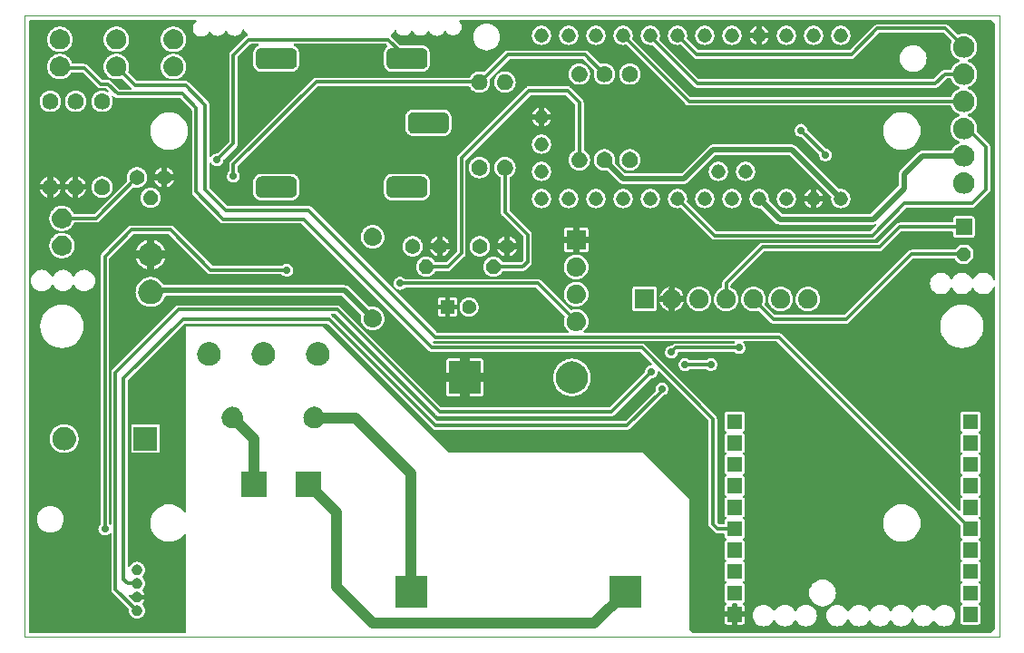
<source format=gtl>
G75*
G71*
%OFA0B0*%
%FSLAX23Y23*%
%IPPOS*%
%LPD*%
%ADD10C,0.1*%
%ADD11C,0.305*%
%ADD12C,0.508*%
%ADD13C,1.016*%
%ADD14C,0.706*%
%LPD*%G36*
X86529Y44344D02*
X86543Y44319D01*
X86591Y44238D01*
X86607Y44215D01*
X86664Y44138D01*
X86681Y44116D01*
X86744Y44047D01*
X86765Y44027D01*
X86835Y43963D01*
X86856Y43946D01*
X86932Y43890D01*
X86956Y43874D01*
X87037Y43825D01*
X87062Y43812D01*
X87147Y43771D01*
X87173Y43761D01*
X87263Y43729D01*
X87280Y43723D01*
X87277Y43577D01*
X87262Y43572D01*
X87174Y43541D01*
X87148Y43530D01*
X87062Y43489D01*
X87037Y43476D01*
X86956Y43428D01*
X86932Y43412D01*
X86857Y43355D01*
X86835Y43338D01*
X86764Y43273D01*
X86744Y43254D01*
X86681Y43185D01*
X86664Y43163D01*
X86608Y43087D01*
X86592Y43063D01*
X86543Y42983D01*
X86530Y42957D01*
X86489Y42873D01*
X86479Y42846D01*
X86447Y42757D01*
X86438Y42730D01*
X86416Y42637D01*
X86431Y42712D01*
X87307Y42712D01*
X87307Y43619D01*
X87397Y43694D01*
X87409Y43692D01*
X87502Y43678D01*
X87531Y43676D01*
X87625Y43671D01*
X87652Y43671D01*
X87747Y43676D01*
X87775Y43678D01*
X87869Y43692D01*
X87879Y43694D01*
X87970Y43619D01*
X87970Y42712D01*
X88846Y42712D01*
X88862Y42637D01*
X88838Y42730D01*
X88830Y42758D01*
X88799Y42846D01*
X88788Y42873D01*
X88748Y42956D01*
X88734Y42982D01*
X88685Y43063D01*
X88670Y43087D01*
X88613Y43162D01*
X88595Y43185D01*
X88532Y43255D01*
X88512Y43274D01*
X88443Y43337D01*
X88420Y43355D01*
X88345Y43412D01*
X88321Y43428D01*
X88240Y43476D01*
X88216Y43489D01*
X88130Y43530D01*
X88103Y43541D01*
X88016Y43572D01*
X88000Y43577D01*
X87998Y43723D01*
X88014Y43729D01*
X88104Y43761D01*
X88131Y43771D01*
X88216Y43812D01*
X88240Y43825D01*
X88321Y43874D01*
X88345Y43890D01*
X88420Y43946D01*
X88443Y43964D01*
X88512Y44026D01*
X88531Y44047D01*
X88595Y44116D01*
X88613Y44138D01*
X88670Y44215D01*
X88686Y44238D01*
X88734Y44320D01*
X88748Y44345D01*
X88788Y44429D01*
X88799Y44455D01*
X88830Y44544D01*
X88838Y44571D01*
X88861Y44663D01*
X88867Y44691D01*
X88881Y44785D01*
X88884Y44812D01*
X88888Y44906D01*
X88888Y44935D01*
X88884Y45029D01*
X88881Y45057D01*
X88867Y45150D01*
X88861Y45178D01*
X88838Y45270D01*
X88830Y45298D01*
X88799Y45386D01*
X88788Y45413D01*
X88748Y45496D01*
X88734Y45522D01*
X88685Y45603D01*
X88670Y45627D01*
X88613Y45702D01*
X88595Y45725D01*
X88532Y45795D01*
X88512Y45814D01*
X88443Y45877D01*
X88420Y45895D01*
X88345Y45952D01*
X88321Y45968D01*
X88240Y46016D01*
X88216Y46029D01*
X88130Y46070D01*
X88103Y46081D01*
X88016Y46112D01*
X88000Y46117D01*
X87998Y46263D01*
X88014Y46269D01*
X88104Y46301D01*
X88131Y46311D01*
X88216Y46352D01*
X88240Y46365D01*
X88321Y46414D01*
X88345Y46430D01*
X88359Y46440D01*
X88458Y46433D01*
X89276Y45614D01*
X89299Y45560D01*
X89299Y41956D01*
X89276Y41902D01*
X88269Y40895D01*
X88215Y40873D01*
X82121Y40873D01*
X82038Y40865D01*
X81964Y40841D01*
X81917Y40816D01*
X81827Y40938D01*
X82409Y41521D01*
X82474Y41600D01*
X82521Y41687D01*
X82550Y41781D01*
X82560Y41884D01*
X82560Y42973D01*
X82582Y43027D01*
X83949Y44394D01*
X84003Y44417D01*
X86446Y44417D01*
X86516Y44373D01*
X86529Y44344D01*
G37*
%LPC*%G36*
X86416Y42123D02*
X86438Y42032D01*
X86447Y42005D01*
X86479Y41915D01*
X86489Y41889D01*
X86529Y41804D01*
X86543Y41779D01*
X86591Y41698D01*
X86607Y41675D01*
X86664Y41598D01*
X86681Y41576D01*
X86744Y41507D01*
X86765Y41487D01*
X86835Y41423D01*
X86856Y41406D01*
X86932Y41350D01*
X86956Y41334D01*
X87037Y41285D01*
X87062Y41272D01*
X87147Y41231D01*
X87173Y41221D01*
X87263Y41189D01*
X87290Y41180D01*
X87379Y41157D01*
X87307Y41169D01*
X87307Y42049D01*
X86431Y42049D01*
X86416Y42123D01*
G37*
G36*
X87898Y41157D02*
X87987Y41180D01*
X88014Y41189D01*
X88104Y41221D01*
X88131Y41231D01*
X88216Y41272D01*
X88240Y41285D01*
X88321Y41334D01*
X88345Y41350D01*
X88420Y41406D01*
X88443Y41424D01*
X88512Y41486D01*
X88531Y41507D01*
X88595Y41576D01*
X88613Y41598D01*
X88670Y41675D01*
X88686Y41698D01*
X88734Y41780D01*
X88748Y41805D01*
X88788Y41889D01*
X88799Y41915D01*
X88830Y42004D01*
X88838Y42031D01*
X88862Y42124D01*
X88846Y42049D01*
X87970Y42049D01*
X87970Y41168D01*
X87898Y41157D01*
G37*
%LPD*%G36*
X382Y3000D02*
X382Y4000D01*
X382Y5000D01*
X382Y6000D01*
X382Y7000D01*
X382Y8000D01*
X382Y9000D01*
X382Y10000D01*
X382Y11000D01*
X382Y17000D01*
X382Y18000D01*
X382Y19000D01*
X382Y25000D01*
X382Y26000D01*
X382Y27000D01*
X382Y57423D01*
X404Y57477D01*
X522Y57596D01*
X576Y57619D01*
X999Y57619D01*
X1998Y57619D01*
X2998Y57619D01*
X3998Y57619D01*
X4997Y57619D01*
X14993Y57619D01*
X15986Y57619D01*
X16022Y57475D01*
X15905Y57379D01*
X15808Y57261D01*
X15736Y57125D01*
X15691Y56978D01*
X15676Y56825D01*
X15691Y56672D01*
X15736Y56526D01*
X15808Y56390D01*
X15905Y56272D01*
X16025Y56174D01*
X16160Y56101D01*
X16307Y56057D01*
X16459Y56042D01*
X16612Y56057D01*
X16759Y56101D01*
X16894Y56174D01*
X17013Y56272D01*
X17110Y56390D01*
X17174Y56508D01*
X17309Y56508D01*
X17335Y56459D01*
X17433Y56340D01*
X17551Y56242D01*
X17686Y56170D01*
X17833Y56126D01*
X17986Y56110D01*
X18139Y56126D01*
X18286Y56170D01*
X18421Y56242D01*
X18540Y56340D01*
X18637Y56459D01*
X18704Y56582D01*
X18838Y56582D01*
X18909Y56450D01*
X19006Y56332D01*
X19125Y56234D01*
X19260Y56161D01*
X19407Y56117D01*
X19560Y56102D01*
X19712Y56117D01*
X19860Y56161D01*
X19994Y56234D01*
X20114Y56332D01*
X20211Y56450D01*
X20283Y56586D01*
X20322Y56712D01*
X20468Y56712D01*
X20490Y56639D01*
X20563Y56504D01*
X20660Y56386D01*
X20779Y56288D01*
X20798Y56278D01*
X20784Y56137D01*
X20745Y56125D01*
X20675Y56087D01*
X20610Y56035D01*
X19178Y54602D01*
X19125Y54538D01*
X19088Y54469D01*
X19065Y54393D01*
X19057Y54310D01*
X19057Y46259D01*
X19034Y46205D01*
X17994Y45166D01*
X17933Y45144D01*
X17821Y45132D01*
X17708Y45097D01*
X17604Y45041D01*
X17512Y44967D01*
X17437Y44876D01*
X17393Y44792D01*
X17249Y44828D01*
X17249Y49649D01*
X17241Y49732D01*
X17218Y49807D01*
X17181Y49876D01*
X17129Y49940D01*
X15288Y51781D01*
X15223Y51833D01*
X15154Y51870D01*
X15078Y51894D01*
X14996Y51902D01*
X13893Y51902D01*
X13888Y52055D01*
X13989Y52061D01*
X14024Y52066D01*
X14136Y52087D01*
X14171Y52096D01*
X14278Y52131D01*
X14312Y52145D01*
X14414Y52192D01*
X14446Y52210D01*
X14542Y52271D01*
X14571Y52292D01*
X14658Y52363D01*
X14684Y52389D01*
X14762Y52472D01*
X14786Y52500D01*
X14852Y52591D01*
X14871Y52622D01*
X14926Y52721D01*
X14941Y52753D01*
X14983Y52859D01*
X14994Y52893D01*
X15022Y53003D01*
X15028Y53038D01*
X15043Y53151D01*
X15046Y53187D01*
X15046Y53299D01*
X15043Y53336D01*
X15028Y53449D01*
X15022Y53484D01*
X14994Y53594D01*
X14983Y53629D01*
X14941Y53733D01*
X14926Y53767D01*
X14871Y53865D01*
X14852Y53896D01*
X14786Y53987D01*
X14762Y54016D01*
X14685Y54098D01*
X14659Y54123D01*
X14571Y54195D01*
X14542Y54216D01*
X14446Y54276D01*
X14414Y54294D01*
X14312Y54342D01*
X14278Y54355D01*
X14171Y54391D01*
X14136Y54400D01*
X14024Y54421D01*
X13989Y54425D01*
X13876Y54433D01*
X13840Y54433D01*
X13726Y54425D01*
X13690Y54421D01*
X13579Y54400D01*
X13545Y54391D01*
X13436Y54355D01*
X13403Y54342D01*
X13301Y54294D01*
X13269Y54276D01*
X13173Y54216D01*
X13144Y54195D01*
X13057Y54123D01*
X13030Y54098D01*
X12953Y54016D01*
X12930Y53988D01*
X12864Y53896D01*
X12844Y53865D01*
X12789Y53766D01*
X12773Y53733D01*
X12732Y53628D01*
X12721Y53594D01*
X12693Y53483D01*
X12686Y53448D01*
X12671Y53337D01*
X12670Y53300D01*
X12670Y53186D01*
X12671Y53150D01*
X12686Y53039D01*
X12693Y53003D01*
X12721Y52894D01*
X12732Y52859D01*
X12773Y52754D01*
X12789Y52721D01*
X12844Y52622D01*
X12863Y52591D01*
X12930Y52499D01*
X12952Y52472D01*
X13031Y52389D01*
X13057Y52363D01*
X13144Y52292D01*
X13173Y52271D01*
X13269Y52210D01*
X13301Y52192D01*
X13403Y52145D01*
X13436Y52131D01*
X13545Y52096D01*
X13579Y52087D01*
X13690Y52066D01*
X13726Y52061D01*
X13828Y52055D01*
X13822Y51902D01*
X10474Y51902D01*
X10420Y51924D01*
X9644Y52700D01*
X9627Y52782D01*
X9657Y52859D01*
X9669Y52894D01*
X9696Y53003D01*
X9704Y53039D01*
X9718Y53150D01*
X9720Y53186D01*
X9720Y53300D01*
X9718Y53337D01*
X9704Y53448D01*
X9696Y53483D01*
X9669Y53594D01*
X9657Y53628D01*
X9616Y53733D01*
X9600Y53766D01*
X9545Y53865D01*
X9526Y53896D01*
X9459Y53988D01*
X9437Y54016D01*
X9359Y54098D01*
X9333Y54123D01*
X9245Y54195D01*
X9216Y54216D01*
X9120Y54277D01*
X9089Y54294D01*
X8987Y54342D01*
X8953Y54355D01*
X8845Y54391D01*
X8810Y54400D01*
X8699Y54421D01*
X8663Y54425D01*
X8550Y54433D01*
X8514Y54433D01*
X8400Y54425D01*
X8365Y54421D01*
X8254Y54400D01*
X8218Y54391D01*
X8111Y54355D01*
X8077Y54342D01*
X7975Y54294D01*
X7943Y54276D01*
X7847Y54216D01*
X7818Y54195D01*
X7731Y54123D01*
X7704Y54098D01*
X7627Y54016D01*
X7603Y53987D01*
X7538Y53896D01*
X7518Y53865D01*
X7464Y53767D01*
X7449Y53733D01*
X7406Y53629D01*
X7396Y53594D01*
X7367Y53484D01*
X7361Y53449D01*
X7346Y53336D01*
X7344Y53299D01*
X7344Y53187D01*
X7346Y53151D01*
X7361Y53038D01*
X7367Y53003D01*
X7396Y52893D01*
X7406Y52859D01*
X7448Y52753D01*
X7464Y52721D01*
X7518Y52622D01*
X7537Y52591D01*
X7603Y52500D01*
X7627Y52472D01*
X7705Y52389D01*
X7731Y52363D01*
X7818Y52292D01*
X7847Y52271D01*
X7943Y52210D01*
X7975Y52192D01*
X8077Y52145D01*
X8111Y52131D01*
X8218Y52096D01*
X8254Y52087D01*
X8365Y52066D01*
X8400Y52061D01*
X8514Y52054D01*
X8550Y52054D01*
X8663Y52061D01*
X8699Y52066D01*
X8810Y52087D01*
X8845Y52096D01*
X8953Y52131D01*
X8987Y52145D01*
X9075Y52130D01*
X9971Y51234D01*
X9917Y51104D01*
X8858Y51104D01*
X8804Y51126D01*
X8027Y51903D01*
X7964Y51955D01*
X7895Y51992D01*
X7819Y52016D01*
X7736Y52024D01*
X7235Y52024D01*
X7181Y52046D01*
X5856Y53372D01*
X5791Y53424D01*
X5721Y53461D01*
X5647Y53485D01*
X5564Y53493D01*
X4484Y53493D01*
X4410Y53551D01*
X4399Y53594D01*
X4387Y53628D01*
X4346Y53733D01*
X4330Y53766D01*
X4275Y53865D01*
X4256Y53896D01*
X4189Y53988D01*
X4167Y54016D01*
X4089Y54098D01*
X4063Y54123D01*
X3975Y54195D01*
X3946Y54216D01*
X3850Y54277D01*
X3819Y54294D01*
X3717Y54342D01*
X3683Y54355D01*
X3575Y54391D01*
X3540Y54400D01*
X3429Y54421D01*
X3393Y54425D01*
X3280Y54433D01*
X3244Y54433D01*
X3130Y54425D01*
X3095Y54421D01*
X2984Y54400D01*
X2948Y54391D01*
X2841Y54355D01*
X2807Y54342D01*
X2705Y54294D01*
X2673Y54276D01*
X2577Y54216D01*
X2548Y54195D01*
X2461Y54123D01*
X2434Y54098D01*
X2357Y54016D01*
X2333Y53987D01*
X2268Y53896D01*
X2248Y53865D01*
X2194Y53767D01*
X2179Y53733D01*
X2136Y53629D01*
X2126Y53594D01*
X2097Y53484D01*
X2091Y53449D01*
X2076Y53336D01*
X2074Y53299D01*
X2074Y53187D01*
X2076Y53151D01*
X2091Y53038D01*
X2097Y53003D01*
X2126Y52893D01*
X2136Y52859D01*
X2178Y52753D01*
X2194Y52721D01*
X2248Y52622D01*
X2267Y52591D01*
X2333Y52500D01*
X2357Y52472D01*
X2435Y52389D01*
X2461Y52363D01*
X2548Y52292D01*
X2577Y52271D01*
X2673Y52210D01*
X2705Y52192D01*
X2807Y52145D01*
X2841Y52131D01*
X2948Y52096D01*
X2984Y52087D01*
X3095Y52066D01*
X3130Y52061D01*
X3244Y52054D01*
X3280Y52054D01*
X3393Y52061D01*
X3429Y52066D01*
X3540Y52087D01*
X3575Y52096D01*
X3683Y52131D01*
X3717Y52145D01*
X3819Y52192D01*
X3850Y52210D01*
X3946Y52271D01*
X3975Y52292D01*
X4062Y52363D01*
X4089Y52389D01*
X4167Y52472D01*
X4190Y52499D01*
X4256Y52591D01*
X4275Y52622D01*
X4290Y52648D01*
X4357Y52688D01*
X5369Y52688D01*
X5423Y52665D01*
X6749Y51339D01*
X6814Y51287D01*
X6884Y51249D01*
X6959Y51227D01*
X7041Y51219D01*
X7542Y51219D01*
X7596Y51196D01*
X7816Y50977D01*
X7723Y50857D01*
X7691Y50876D01*
X7608Y50916D01*
X7572Y50931D01*
X7484Y50961D01*
X7448Y50971D01*
X7356Y50989D01*
X7318Y50994D01*
X7226Y51000D01*
X7188Y51000D01*
X7096Y50994D01*
X7059Y50989D01*
X6967Y50971D01*
X6930Y50961D01*
X6842Y50931D01*
X6807Y50916D01*
X6725Y50876D01*
X6692Y50856D01*
X6613Y50805D01*
X6584Y50782D01*
X6515Y50721D01*
X6488Y50694D01*
X6426Y50624D01*
X6403Y50594D01*
X6351Y50517D01*
X6333Y50485D01*
X6292Y50401D01*
X6277Y50365D01*
X6247Y50276D01*
X6237Y50240D01*
X6219Y50149D01*
X6214Y50112D01*
X6209Y50019D01*
X6209Y49982D01*
X6214Y49888D01*
X6219Y49851D01*
X6237Y49761D01*
X6247Y49724D01*
X6277Y49636D01*
X6292Y49601D01*
X6333Y49517D01*
X6351Y49485D01*
X6403Y49407D01*
X6426Y49377D01*
X6488Y49307D01*
X6515Y49280D01*
X6584Y49220D01*
X6614Y49197D01*
X6691Y49144D01*
X6724Y49126D01*
X6808Y49084D01*
X6842Y49070D01*
X6930Y49040D01*
X6967Y49030D01*
X7058Y49012D01*
X7095Y49007D01*
X7189Y49001D01*
X7225Y49001D01*
X7319Y49007D01*
X7357Y49012D01*
X7448Y49030D01*
X7484Y49039D01*
X7572Y49070D01*
X7608Y49084D01*
X7691Y49126D01*
X7724Y49144D01*
X7801Y49196D01*
X7830Y49219D01*
X7901Y49280D01*
X7927Y49307D01*
X7989Y49377D01*
X8012Y49407D01*
X8063Y49485D01*
X8083Y49518D01*
X8124Y49601D01*
X8139Y49636D01*
X8168Y49723D01*
X8178Y49760D01*
X8196Y49852D01*
X8201Y49889D01*
X8207Y49982D01*
X8207Y50019D01*
X8201Y50112D01*
X8196Y50149D01*
X8178Y50241D01*
X8168Y50277D01*
X8139Y50365D01*
X8124Y50401D01*
X8083Y50484D01*
X8064Y50516D01*
X8184Y50609D01*
X8374Y50419D01*
X8437Y50366D01*
X8506Y50329D01*
X8582Y50307D01*
X8664Y50299D01*
X14452Y50299D01*
X14506Y50276D01*
X15559Y49223D01*
X15582Y49169D01*
X15582Y41554D01*
X15590Y41472D01*
X15612Y41397D01*
X15650Y41327D01*
X15702Y41264D01*
X18247Y38719D01*
X18311Y38666D01*
X18381Y38629D01*
X18456Y38606D01*
X18538Y38598D01*
X25811Y38598D01*
X25865Y38575D01*
X37722Y26719D01*
X37785Y26666D01*
X37855Y26629D01*
X37930Y26606D01*
X38013Y26598D01*
X57389Y26598D01*
X57443Y26575D01*
X58514Y25505D01*
X58467Y25374D01*
X58371Y25365D01*
X58258Y25331D01*
X58154Y25275D01*
X58062Y25200D01*
X57988Y25110D01*
X57932Y25005D01*
X57898Y24892D01*
X57886Y24774D01*
X57863Y24718D01*
X54570Y21425D01*
X54516Y21403D01*
X38910Y21403D01*
X38856Y21425D01*
X29444Y30837D01*
X29379Y30890D01*
X29310Y30927D01*
X29235Y30950D01*
X29152Y30958D01*
X14338Y30958D01*
X14256Y30950D01*
X14181Y30927D01*
X14111Y30890D01*
X14048Y30838D01*
X8178Y24968D01*
X8125Y24904D01*
X8088Y24834D01*
X8065Y24758D01*
X8057Y24676D01*
X8057Y10523D01*
X7921Y10475D01*
X7886Y10518D01*
X7862Y10574D01*
X7862Y35325D01*
X7884Y35379D01*
X10080Y37575D01*
X10134Y37598D01*
X13382Y37598D01*
X13436Y37575D01*
X17025Y33986D01*
X17088Y33934D01*
X17158Y33897D01*
X17233Y33874D01*
X17316Y33866D01*
X23958Y33866D01*
X24017Y33838D01*
X24033Y33818D01*
X24125Y33742D01*
X24228Y33686D01*
X24342Y33653D01*
X24459Y33641D01*
X24577Y33653D01*
X24690Y33686D01*
X24794Y33742D01*
X24886Y33817D01*
X24960Y33909D01*
X25016Y34013D01*
X25051Y34126D01*
X25062Y34243D01*
X25051Y34361D01*
X25016Y34474D01*
X24960Y34579D01*
X24886Y34670D01*
X24795Y34744D01*
X24690Y34800D01*
X24577Y34835D01*
X24459Y34846D01*
X24342Y34835D01*
X24229Y34800D01*
X24125Y34744D01*
X24056Y34688D01*
X24007Y34671D01*
X17510Y34671D01*
X17456Y34693D01*
X13867Y38283D01*
X13803Y38335D01*
X13734Y38372D01*
X13658Y38395D01*
X13575Y38403D01*
X9940Y38403D01*
X9858Y38395D01*
X9783Y38372D01*
X9713Y38334D01*
X9648Y38282D01*
X7178Y35811D01*
X7125Y35747D01*
X7088Y35678D01*
X7065Y35602D01*
X7057Y35519D01*
X7057Y10573D01*
X7029Y10514D01*
X6958Y10427D01*
X6903Y10323D01*
X6869Y10209D01*
X6857Y10092D01*
X6869Y9974D01*
X6903Y9862D01*
X6958Y9757D01*
X7033Y9666D01*
X7125Y9591D01*
X7229Y9535D01*
X7342Y9501D01*
X7459Y9489D01*
X7577Y9501D01*
X7690Y9535D01*
X7795Y9591D01*
X7886Y9666D01*
X7921Y9709D01*
X8057Y9660D01*
X8057Y4464D01*
X8065Y4383D01*
X8088Y4306D01*
X8125Y4237D01*
X8178Y4174D01*
X9700Y2652D01*
X9721Y2583D01*
X9711Y2488D01*
X9711Y2433D01*
X9720Y2342D01*
X9730Y2287D01*
X9757Y2200D01*
X9778Y2148D01*
X9822Y2068D01*
X9853Y2021D01*
X9911Y1951D01*
X9951Y1911D01*
X10020Y1854D01*
X10066Y1823D01*
X10147Y1780D01*
X10199Y1758D01*
X10286Y1732D01*
X10341Y1721D01*
X10432Y1712D01*
X10487Y1712D01*
X10578Y1721D01*
X10634Y1732D01*
X10719Y1758D01*
X10772Y1780D01*
X10852Y1823D01*
X10899Y1854D01*
X10969Y1911D01*
X11008Y1951D01*
X11066Y2021D01*
X11097Y2068D01*
X11140Y2148D01*
X11162Y2200D01*
X11188Y2287D01*
X11199Y2343D01*
X11208Y2433D01*
X11208Y2489D01*
X11199Y2578D01*
X11188Y2634D01*
X11162Y2721D01*
X11140Y2773D01*
X11098Y2853D01*
X11066Y2900D01*
X11008Y2970D01*
X10969Y3009D01*
X10936Y3036D01*
X10936Y3155D01*
X10969Y3181D01*
X11008Y3221D01*
X11066Y3291D01*
X11097Y3338D01*
X11140Y3418D01*
X11162Y3470D01*
X11188Y3557D01*
X11181Y3524D01*
X10666Y3524D01*
X10666Y3276D01*
X10582Y3200D01*
X10488Y3209D01*
X10432Y3209D01*
X10341Y3201D01*
X10253Y3276D01*
X10253Y3524D01*
X9997Y3524D01*
X9943Y3546D01*
X9683Y3806D01*
X9737Y3937D01*
X10253Y3937D01*
X10253Y4185D01*
X10343Y4261D01*
X10432Y4252D01*
X10487Y4252D01*
X10581Y4261D01*
X10666Y4185D01*
X10666Y3937D01*
X11181Y3937D01*
X11188Y3903D01*
X11162Y3991D01*
X11140Y4043D01*
X11098Y4123D01*
X11066Y4170D01*
X11008Y4240D01*
X10969Y4279D01*
X10936Y4306D01*
X10936Y4425D01*
X10969Y4451D01*
X11008Y4491D01*
X11066Y4561D01*
X11097Y4608D01*
X11140Y4688D01*
X11162Y4740D01*
X11188Y4827D01*
X11199Y4883D01*
X11208Y4973D01*
X11208Y5029D01*
X11199Y5118D01*
X11188Y5174D01*
X11162Y5261D01*
X11140Y5313D01*
X11098Y5393D01*
X11066Y5440D01*
X11008Y5510D01*
X10969Y5549D01*
X10936Y5576D01*
X10936Y5695D01*
X10969Y5721D01*
X11008Y5761D01*
X11066Y5831D01*
X11097Y5878D01*
X11140Y5958D01*
X11162Y6010D01*
X11188Y6097D01*
X11199Y6153D01*
X11208Y6243D01*
X11208Y6299D01*
X11199Y6388D01*
X11188Y6444D01*
X11162Y6531D01*
X11140Y6583D01*
X11098Y6663D01*
X11066Y6710D01*
X11008Y6780D01*
X10969Y6819D01*
X10898Y6877D01*
X10851Y6909D01*
X10772Y6951D01*
X10719Y6973D01*
X10633Y6999D01*
X10578Y7011D01*
X10488Y7019D01*
X10432Y7019D01*
X10341Y7011D01*
X10286Y6999D01*
X10199Y6973D01*
X10147Y6951D01*
X10067Y6909D01*
X10020Y6877D01*
X9951Y6820D01*
X9911Y6780D01*
X9853Y6710D01*
X9822Y6663D01*
X9778Y6584D01*
X9765Y6550D01*
X9618Y6579D01*
X9618Y23920D01*
X9640Y23974D01*
X14888Y29221D01*
X14942Y29244D01*
X28210Y29244D01*
X28264Y29221D01*
X38027Y19459D01*
X38090Y19407D01*
X38160Y19370D01*
X38235Y19347D01*
X38318Y19339D01*
X56196Y19339D01*
X56279Y19347D01*
X56354Y19370D01*
X56424Y19407D01*
X56488Y19459D01*
X59574Y22546D01*
X59606Y22566D01*
X59690Y22591D01*
X59795Y22647D01*
X59886Y22722D01*
X59960Y22813D01*
X60016Y22918D01*
X60051Y23030D01*
X60062Y23148D01*
X60051Y23265D01*
X60016Y23379D01*
X59960Y23483D01*
X59886Y23574D01*
X59794Y23649D01*
X59690Y23705D01*
X59577Y23739D01*
X59459Y23750D01*
X59342Y23739D01*
X59228Y23705D01*
X59125Y23650D01*
X59033Y23574D01*
X58958Y23483D01*
X58903Y23379D01*
X58869Y23265D01*
X58857Y23148D01*
X58869Y23030D01*
X58848Y22958D01*
X56056Y20166D01*
X56002Y20144D01*
X38512Y20144D01*
X38458Y20166D01*
X28696Y29929D01*
X28633Y29980D01*
X28579Y30009D01*
X28615Y30153D01*
X28958Y30153D01*
X29012Y30130D01*
X38424Y20719D01*
X38488Y20666D01*
X38558Y20629D01*
X38633Y20606D01*
X38715Y20598D01*
X54711Y20598D01*
X54793Y20606D01*
X54869Y20629D01*
X54938Y20666D01*
X55003Y20719D01*
X58432Y24149D01*
X58494Y24171D01*
X58606Y24184D01*
X58720Y24217D01*
X58823Y24273D01*
X58915Y24349D01*
X58990Y24439D01*
X59045Y24544D01*
X59080Y24656D01*
X59089Y24753D01*
X59219Y24799D01*
X63781Y20237D01*
X63804Y20183D01*
X63804Y10545D01*
X63812Y10462D01*
X63834Y10388D01*
X63871Y10318D01*
X63924Y10254D01*
X64359Y9819D01*
X64423Y9766D01*
X64493Y9729D01*
X64568Y9706D01*
X64650Y9698D01*
X65233Y9698D01*
X65310Y9621D01*
X65310Y9404D01*
X65315Y9352D01*
X65329Y9305D01*
X65352Y9262D01*
X65383Y9224D01*
X65421Y9193D01*
X65467Y9168D01*
X65467Y9033D01*
X65421Y9009D01*
X65383Y8977D01*
X65352Y8939D01*
X65329Y8896D01*
X65315Y8849D01*
X65310Y8797D01*
X65310Y7404D01*
X65315Y7352D01*
X65329Y7305D01*
X65352Y7262D01*
X65383Y7224D01*
X65421Y7193D01*
X65467Y7168D01*
X65467Y7033D01*
X65421Y7009D01*
X65383Y6977D01*
X65352Y6939D01*
X65329Y6896D01*
X65315Y6849D01*
X65310Y6797D01*
X65310Y5404D01*
X65315Y5352D01*
X65329Y5305D01*
X65352Y5262D01*
X65383Y5224D01*
X65421Y5193D01*
X65467Y5168D01*
X65467Y5033D01*
X65421Y5009D01*
X65383Y4977D01*
X65352Y4939D01*
X65329Y4896D01*
X65315Y4849D01*
X65310Y4797D01*
X65310Y3404D01*
X65315Y3352D01*
X65329Y3305D01*
X65352Y3262D01*
X65383Y3224D01*
X65421Y3193D01*
X65467Y3168D01*
X65467Y3033D01*
X65421Y3009D01*
X65383Y2977D01*
X65352Y2939D01*
X65329Y2896D01*
X65315Y2849D01*
X65310Y2797D01*
X65310Y2357D01*
X66003Y2357D01*
X66003Y3074D01*
X66079Y3151D01*
X66439Y3151D01*
X66516Y3074D01*
X66516Y2357D01*
X67210Y2357D01*
X67210Y2797D01*
X67205Y2849D01*
X67190Y2896D01*
X67167Y2939D01*
X67136Y2977D01*
X67098Y3008D01*
X67051Y3033D01*
X67051Y3168D01*
X67099Y3193D01*
X67136Y3224D01*
X67167Y3262D01*
X67190Y3305D01*
X67205Y3352D01*
X67210Y3404D01*
X67210Y4797D01*
X67205Y4849D01*
X67190Y4896D01*
X67167Y4939D01*
X67136Y4977D01*
X67098Y5008D01*
X67051Y5033D01*
X67051Y5168D01*
X67099Y5193D01*
X67136Y5224D01*
X67167Y5262D01*
X67190Y5305D01*
X67205Y5352D01*
X67210Y5404D01*
X67210Y6797D01*
X67205Y6849D01*
X67190Y6896D01*
X67167Y6939D01*
X67136Y6977D01*
X67098Y7008D01*
X67051Y7033D01*
X67051Y7168D01*
X67099Y7193D01*
X67136Y7224D01*
X67167Y7262D01*
X67190Y7305D01*
X67205Y7352D01*
X67210Y7404D01*
X67210Y8797D01*
X67205Y8849D01*
X67190Y8896D01*
X67167Y8939D01*
X67136Y8977D01*
X67098Y9008D01*
X67051Y9033D01*
X67051Y9168D01*
X67099Y9193D01*
X67136Y9224D01*
X67167Y9262D01*
X67190Y9305D01*
X67205Y9352D01*
X67210Y9404D01*
X67210Y10797D01*
X67205Y10849D01*
X67190Y10896D01*
X67167Y10939D01*
X67136Y10977D01*
X67098Y11008D01*
X67051Y11033D01*
X67051Y11168D01*
X67099Y11193D01*
X67136Y11224D01*
X67167Y11262D01*
X67190Y11305D01*
X67205Y11352D01*
X67210Y11404D01*
X67210Y12797D01*
X67205Y12849D01*
X67190Y12896D01*
X67167Y12939D01*
X67136Y12977D01*
X67098Y13008D01*
X67051Y13033D01*
X67051Y13168D01*
X67099Y13193D01*
X67136Y13224D01*
X67167Y13262D01*
X67190Y13305D01*
X67205Y13352D01*
X67210Y13404D01*
X67210Y14797D01*
X67205Y14849D01*
X67190Y14896D01*
X67167Y14939D01*
X67136Y14977D01*
X67098Y15008D01*
X67051Y15033D01*
X67051Y15168D01*
X67099Y15193D01*
X67136Y15224D01*
X67167Y15262D01*
X67190Y15305D01*
X67205Y15352D01*
X67210Y15404D01*
X67210Y16797D01*
X67205Y16849D01*
X67190Y16896D01*
X67167Y16939D01*
X67136Y16977D01*
X67098Y17008D01*
X67051Y17033D01*
X67051Y17168D01*
X67099Y17193D01*
X67136Y17224D01*
X67167Y17262D01*
X67190Y17305D01*
X67205Y17352D01*
X67210Y17404D01*
X67210Y18797D01*
X67205Y18849D01*
X67190Y18896D01*
X67167Y18939D01*
X67136Y18977D01*
X67098Y19008D01*
X67051Y19033D01*
X67051Y19168D01*
X67099Y19193D01*
X67136Y19224D01*
X67167Y19262D01*
X67190Y19305D01*
X67205Y19352D01*
X67210Y19404D01*
X67210Y20797D01*
X67205Y20849D01*
X67190Y20896D01*
X67167Y20939D01*
X67136Y20977D01*
X67098Y21008D01*
X67055Y21031D01*
X67008Y21045D01*
X66955Y21051D01*
X65563Y21051D01*
X65511Y21045D01*
X65463Y21031D01*
X65421Y21009D01*
X65383Y20977D01*
X65352Y20939D01*
X65329Y20896D01*
X65315Y20849D01*
X65310Y20797D01*
X65310Y19404D01*
X65315Y19352D01*
X65329Y19305D01*
X65352Y19262D01*
X65383Y19224D01*
X65421Y19193D01*
X65467Y19168D01*
X65467Y19033D01*
X65421Y19009D01*
X65383Y18977D01*
X65352Y18939D01*
X65329Y18896D01*
X65315Y18849D01*
X65310Y18797D01*
X65310Y17404D01*
X65315Y17352D01*
X65329Y17305D01*
X65352Y17262D01*
X65383Y17224D01*
X65421Y17193D01*
X65467Y17168D01*
X65467Y17033D01*
X65421Y17009D01*
X65383Y16977D01*
X65352Y16939D01*
X65329Y16896D01*
X65315Y16849D01*
X65310Y16797D01*
X65310Y15404D01*
X65315Y15352D01*
X65329Y15305D01*
X65352Y15262D01*
X65383Y15224D01*
X65421Y15193D01*
X65467Y15168D01*
X65467Y15033D01*
X65421Y15009D01*
X65383Y14977D01*
X65352Y14939D01*
X65329Y14896D01*
X65315Y14849D01*
X65310Y14797D01*
X65310Y13404D01*
X65315Y13352D01*
X65329Y13305D01*
X65352Y13262D01*
X65383Y13224D01*
X65421Y13193D01*
X65467Y13168D01*
X65467Y13033D01*
X65421Y13009D01*
X65383Y12977D01*
X65352Y12939D01*
X65329Y12896D01*
X65315Y12849D01*
X65310Y12797D01*
X65310Y11404D01*
X65315Y11352D01*
X65329Y11305D01*
X65352Y11262D01*
X65383Y11224D01*
X65421Y11193D01*
X65467Y11168D01*
X65467Y11033D01*
X65421Y11009D01*
X65383Y10977D01*
X65352Y10939D01*
X65329Y10896D01*
X65315Y10849D01*
X65310Y10797D01*
X65310Y10579D01*
X65233Y10503D01*
X64845Y10503D01*
X64791Y10525D01*
X64631Y10685D01*
X64609Y10739D01*
X64609Y20378D01*
X64600Y20460D01*
X64577Y20536D01*
X64540Y20605D01*
X64488Y20669D01*
X57875Y27282D01*
X57810Y27334D01*
X57741Y27372D01*
X57665Y27395D01*
X57583Y27403D01*
X38207Y27403D01*
X38153Y27425D01*
X38076Y27502D01*
X38153Y27629D01*
X38228Y27606D01*
X38311Y27598D01*
X66225Y27598D01*
X66274Y27462D01*
X66230Y27427D01*
X66174Y27403D01*
X60776Y27403D01*
X60694Y27395D01*
X60619Y27372D01*
X60549Y27334D01*
X60484Y27282D01*
X60409Y27207D01*
X60348Y27185D01*
X60236Y27173D01*
X60123Y27139D01*
X60019Y27083D01*
X59928Y27008D01*
X59853Y26917D01*
X59797Y26813D01*
X59763Y26699D01*
X59751Y26582D01*
X59763Y26464D01*
X59797Y26352D01*
X59853Y26247D01*
X59927Y26156D01*
X60019Y26081D01*
X60124Y26025D01*
X60236Y25991D01*
X60354Y25979D01*
X60471Y25991D01*
X60585Y26025D01*
X60688Y26081D01*
X60780Y26156D01*
X60855Y26247D01*
X60910Y26352D01*
X60945Y26464D01*
X60951Y26529D01*
X61027Y26598D01*
X66175Y26598D01*
X66235Y26570D01*
X66322Y26499D01*
X66426Y26443D01*
X66539Y26410D01*
X66657Y26398D01*
X66774Y26410D01*
X66888Y26443D01*
X66991Y26499D01*
X67083Y26575D01*
X67158Y26666D01*
X67213Y26770D01*
X67248Y26883D01*
X67259Y27000D01*
X67248Y27118D01*
X67213Y27231D01*
X67158Y27336D01*
X67083Y27427D01*
X67040Y27462D01*
X67088Y27598D01*
X70162Y27598D01*
X70216Y27575D01*
X87287Y10504D01*
X87310Y10450D01*
X87310Y9404D01*
X87315Y9352D01*
X87329Y9305D01*
X87352Y9262D01*
X87383Y9224D01*
X87421Y9193D01*
X87467Y9168D01*
X87467Y9033D01*
X87421Y9009D01*
X87383Y8977D01*
X87352Y8939D01*
X87329Y8896D01*
X87315Y8849D01*
X87310Y8797D01*
X87310Y7404D01*
X87315Y7352D01*
X87329Y7305D01*
X87352Y7262D01*
X87383Y7224D01*
X87421Y7193D01*
X87467Y7168D01*
X87467Y7033D01*
X87421Y7009D01*
X87383Y6977D01*
X87352Y6939D01*
X87329Y6896D01*
X87315Y6849D01*
X87310Y6797D01*
X87310Y5404D01*
X87315Y5352D01*
X87329Y5305D01*
X87352Y5262D01*
X87383Y5224D01*
X87421Y5193D01*
X87467Y5168D01*
X87467Y5033D01*
X87421Y5009D01*
X87383Y4977D01*
X87352Y4939D01*
X87329Y4896D01*
X87315Y4849D01*
X87310Y4797D01*
X87310Y3404D01*
X87315Y3352D01*
X87329Y3305D01*
X87352Y3262D01*
X87383Y3224D01*
X87421Y3193D01*
X87467Y3168D01*
X87467Y3033D01*
X87421Y3009D01*
X87383Y2977D01*
X87352Y2939D01*
X87329Y2896D01*
X87315Y2849D01*
X87310Y2797D01*
X87310Y1404D01*
X87315Y1352D01*
X87329Y1305D01*
X87352Y1262D01*
X87383Y1224D01*
X87421Y1193D01*
X87464Y1170D01*
X87511Y1156D01*
X87563Y1151D01*
X88956Y1151D01*
X89008Y1156D01*
X89055Y1170D01*
X89099Y1193D01*
X89136Y1224D01*
X89167Y1262D01*
X89190Y1305D01*
X89205Y1352D01*
X89210Y1404D01*
X89210Y2797D01*
X89205Y2849D01*
X89190Y2896D01*
X89167Y2939D01*
X89136Y2977D01*
X89098Y3008D01*
X89051Y3033D01*
X89051Y3168D01*
X89099Y3193D01*
X89136Y3224D01*
X89167Y3262D01*
X89190Y3305D01*
X89205Y3352D01*
X89210Y3404D01*
X89210Y4797D01*
X89205Y4849D01*
X89190Y4896D01*
X89167Y4939D01*
X89136Y4977D01*
X89098Y5008D01*
X89051Y5033D01*
X89051Y5168D01*
X89099Y5193D01*
X89136Y5224D01*
X89167Y5262D01*
X89190Y5305D01*
X89205Y5352D01*
X89210Y5404D01*
X89210Y6797D01*
X89205Y6849D01*
X89190Y6896D01*
X89167Y6939D01*
X89136Y6977D01*
X89098Y7008D01*
X89051Y7033D01*
X89051Y7168D01*
X89099Y7193D01*
X89136Y7224D01*
X89167Y7262D01*
X89190Y7305D01*
X89205Y7352D01*
X89210Y7404D01*
X89210Y8797D01*
X89205Y8849D01*
X89190Y8896D01*
X89167Y8939D01*
X89136Y8977D01*
X89098Y9008D01*
X89051Y9033D01*
X89051Y9168D01*
X89099Y9193D01*
X89136Y9224D01*
X89167Y9262D01*
X89190Y9305D01*
X89205Y9352D01*
X89210Y9404D01*
X89210Y10797D01*
X89205Y10849D01*
X89190Y10896D01*
X89167Y10939D01*
X89136Y10977D01*
X89098Y11008D01*
X89051Y11033D01*
X89051Y11168D01*
X89099Y11193D01*
X89136Y11224D01*
X89167Y11262D01*
X89190Y11305D01*
X89205Y11352D01*
X89210Y11404D01*
X89210Y12797D01*
X89205Y12849D01*
X89190Y12896D01*
X89167Y12939D01*
X89136Y12977D01*
X89098Y13008D01*
X89051Y13033D01*
X89051Y13168D01*
X89099Y13193D01*
X89136Y13224D01*
X89167Y13262D01*
X89190Y13305D01*
X89205Y13352D01*
X89210Y13404D01*
X89210Y14797D01*
X89205Y14849D01*
X89190Y14896D01*
X89167Y14939D01*
X89136Y14977D01*
X89098Y15008D01*
X89051Y15033D01*
X89051Y15168D01*
X89099Y15193D01*
X89136Y15224D01*
X89167Y15262D01*
X89190Y15305D01*
X89205Y15352D01*
X89210Y15404D01*
X89210Y16797D01*
X89205Y16849D01*
X89190Y16896D01*
X89167Y16939D01*
X89136Y16977D01*
X89098Y17008D01*
X89051Y17033D01*
X89051Y17168D01*
X89099Y17193D01*
X89136Y17224D01*
X89167Y17262D01*
X89190Y17305D01*
X89205Y17352D01*
X89210Y17404D01*
X89210Y18797D01*
X89205Y18849D01*
X89190Y18896D01*
X89167Y18939D01*
X89136Y18977D01*
X89098Y19008D01*
X89051Y19033D01*
X89051Y19168D01*
X89099Y19193D01*
X89136Y19224D01*
X89167Y19262D01*
X89190Y19305D01*
X89205Y19352D01*
X89210Y19404D01*
X89210Y20797D01*
X89205Y20849D01*
X89190Y20896D01*
X89167Y20939D01*
X89136Y20977D01*
X89098Y21008D01*
X89055Y21031D01*
X89008Y21045D01*
X88955Y21051D01*
X87563Y21051D01*
X87511Y21045D01*
X87463Y21031D01*
X87421Y21009D01*
X87383Y20977D01*
X87352Y20939D01*
X87329Y20896D01*
X87315Y20849D01*
X87310Y20797D01*
X87310Y19404D01*
X87315Y19352D01*
X87329Y19305D01*
X87352Y19262D01*
X87383Y19224D01*
X87421Y19193D01*
X87467Y19168D01*
X87467Y19033D01*
X87421Y19009D01*
X87383Y18977D01*
X87352Y18939D01*
X87329Y18896D01*
X87315Y18849D01*
X87310Y18797D01*
X87310Y17404D01*
X87315Y17352D01*
X87329Y17305D01*
X87352Y17262D01*
X87383Y17224D01*
X87421Y17193D01*
X87467Y17168D01*
X87467Y17033D01*
X87421Y17009D01*
X87383Y16977D01*
X87352Y16939D01*
X87329Y16896D01*
X87315Y16849D01*
X87310Y16797D01*
X87310Y15404D01*
X87315Y15352D01*
X87329Y15305D01*
X87352Y15262D01*
X87383Y15224D01*
X87421Y15193D01*
X87467Y15168D01*
X87467Y15033D01*
X87421Y15009D01*
X87383Y14977D01*
X87352Y14939D01*
X87329Y14896D01*
X87315Y14849D01*
X87310Y14797D01*
X87310Y13404D01*
X87315Y13352D01*
X87329Y13305D01*
X87352Y13262D01*
X87383Y13224D01*
X87421Y13193D01*
X87467Y13168D01*
X87467Y13033D01*
X87421Y13009D01*
X87383Y12977D01*
X87352Y12939D01*
X87329Y12896D01*
X87315Y12849D01*
X87310Y12797D01*
X87310Y11804D01*
X87179Y11750D01*
X70647Y28282D01*
X70582Y28335D01*
X70513Y28372D01*
X70438Y28395D01*
X70355Y28403D01*
X52195Y28403D01*
X52147Y28538D01*
X52218Y28597D01*
X52240Y28616D01*
X52304Y28680D01*
X52324Y28702D01*
X52380Y28773D01*
X52398Y28797D01*
X52448Y28872D01*
X52463Y28899D01*
X52504Y28979D01*
X52516Y29006D01*
X52548Y29091D01*
X52558Y29120D01*
X52581Y29207D01*
X52587Y29236D01*
X52601Y29326D01*
X52605Y29355D01*
X52609Y29445D01*
X52609Y29476D01*
X52605Y29565D01*
X52601Y29595D01*
X52587Y29684D01*
X52581Y29715D01*
X52558Y29801D01*
X52548Y29829D01*
X52516Y29915D01*
X52504Y29943D01*
X52463Y30022D01*
X52448Y30048D01*
X52398Y30124D01*
X52380Y30149D01*
X52324Y30218D01*
X52304Y30240D01*
X52239Y30305D01*
X52217Y30325D01*
X52148Y30381D01*
X52123Y30399D01*
X52047Y30448D01*
X52021Y30464D01*
X51941Y30504D01*
X51914Y30517D01*
X51829Y30549D01*
X51800Y30559D01*
X51714Y30582D01*
X51683Y30588D01*
X51595Y30602D01*
X51565Y30605D01*
X51474Y30610D01*
X51445Y30610D01*
X51354Y30605D01*
X51325Y30602D01*
X51236Y30588D01*
X51206Y30582D01*
X51119Y30559D01*
X51090Y30549D01*
X51028Y30525D01*
X50947Y30543D01*
X48207Y33282D01*
X48142Y33335D01*
X48073Y33372D01*
X47998Y33395D01*
X47915Y33403D01*
X35484Y33403D01*
X35424Y33431D01*
X35337Y33501D01*
X35232Y33557D01*
X35119Y33592D01*
X35001Y33603D01*
X34884Y33592D01*
X34771Y33557D01*
X34667Y33501D01*
X34575Y33427D01*
X34500Y33336D01*
X34445Y33231D01*
X34411Y33118D01*
X34399Y33000D01*
X34411Y32883D01*
X34445Y32770D01*
X34500Y32666D01*
X34575Y32575D01*
X34667Y32499D01*
X34770Y32443D01*
X34884Y32410D01*
X35001Y32398D01*
X35119Y32410D01*
X35232Y32443D01*
X35336Y32499D01*
X35428Y32574D01*
X35483Y32598D01*
X47722Y32598D01*
X47776Y32575D01*
X50377Y29974D01*
X50395Y29893D01*
X50370Y29830D01*
X50362Y29802D01*
X50338Y29714D01*
X50331Y29685D01*
X50318Y29595D01*
X50314Y29565D01*
X50310Y29475D01*
X50310Y29445D01*
X50314Y29356D01*
X50318Y29325D01*
X50331Y29236D01*
X50337Y29207D01*
X50362Y29120D01*
X50371Y29090D01*
X50403Y29007D01*
X50415Y28979D01*
X50456Y28899D01*
X50471Y28872D01*
X50521Y28797D01*
X50539Y28773D01*
X50595Y28702D01*
X50616Y28680D01*
X50678Y28616D01*
X50701Y28597D01*
X50772Y28538D01*
X50724Y28403D01*
X38505Y28403D01*
X38451Y28425D01*
X26761Y40116D01*
X26697Y40168D01*
X26626Y40205D01*
X26552Y40229D01*
X26469Y40237D01*
X18980Y40237D01*
X18926Y40259D01*
X17271Y41913D01*
X17249Y41967D01*
X17249Y44252D01*
X17392Y44289D01*
X17437Y44206D01*
X17512Y44115D01*
X17604Y44039D01*
X17707Y43983D01*
X17821Y43950D01*
X17938Y43938D01*
X18056Y43950D01*
X18169Y43983D01*
X18273Y44039D01*
X18365Y44114D01*
X18439Y44206D01*
X18495Y44310D01*
X18530Y44423D01*
X18541Y44540D01*
X18564Y44597D01*
X19742Y45775D01*
X19794Y45838D01*
X19831Y45907D01*
X19854Y45983D01*
X19862Y46065D01*
X19862Y54116D01*
X19884Y54170D01*
X21043Y55328D01*
X21097Y55351D01*
X21802Y55351D01*
X21825Y55201D01*
X21799Y55193D01*
X21747Y55172D01*
X21666Y55129D01*
X21620Y55098D01*
X21551Y55041D01*
X21511Y55001D01*
X21453Y54931D01*
X21422Y54884D01*
X21378Y54804D01*
X21357Y54752D01*
X21330Y54665D01*
X21320Y54609D01*
X21311Y54517D01*
X21310Y54490D01*
X21310Y53511D01*
X21311Y53483D01*
X21320Y53391D01*
X21330Y53336D01*
X21357Y53250D01*
X21378Y53197D01*
X21422Y53118D01*
X21453Y53071D01*
X21511Y53001D01*
X21551Y52961D01*
X21620Y52904D01*
X21667Y52872D01*
X21747Y52829D01*
X21799Y52807D01*
X21886Y52782D01*
X21941Y52770D01*
X22034Y52762D01*
X22062Y52760D01*
X24857Y52760D01*
X24885Y52762D01*
X24978Y52770D01*
X25033Y52782D01*
X25119Y52807D01*
X25172Y52829D01*
X25251Y52872D01*
X25298Y52904D01*
X25369Y52961D01*
X25408Y53001D01*
X25466Y53071D01*
X25498Y53118D01*
X25540Y53197D01*
X25562Y53250D01*
X25588Y53336D01*
X25599Y53392D01*
X25608Y53484D01*
X25610Y53513D01*
X25610Y54489D01*
X25608Y54516D01*
X25599Y54609D01*
X25588Y54665D01*
X25562Y54751D01*
X25540Y54803D01*
X25497Y54884D01*
X25466Y54931D01*
X25408Y55001D01*
X25369Y55040D01*
X25299Y55098D01*
X25252Y55129D01*
X25172Y55172D01*
X25119Y55193D01*
X25093Y55201D01*
X25116Y55351D01*
X33708Y55351D01*
X33762Y55328D01*
X33858Y55233D01*
X33846Y55115D01*
X33820Y55098D01*
X33751Y55041D01*
X33711Y55001D01*
X33653Y54931D01*
X33622Y54884D01*
X33578Y54804D01*
X33557Y54752D01*
X33530Y54665D01*
X33520Y54609D01*
X33511Y54517D01*
X33510Y54490D01*
X33510Y53511D01*
X33511Y53483D01*
X33520Y53391D01*
X33530Y53336D01*
X33557Y53250D01*
X33578Y53197D01*
X33622Y53118D01*
X33653Y53071D01*
X33711Y53001D01*
X33751Y52961D01*
X33820Y52904D01*
X33867Y52872D01*
X33947Y52829D01*
X33999Y52807D01*
X34086Y52782D01*
X34141Y52770D01*
X34234Y52762D01*
X34262Y52760D01*
X37057Y52760D01*
X37085Y52762D01*
X37178Y52770D01*
X37233Y52782D01*
X37319Y52807D01*
X37372Y52829D01*
X37451Y52872D01*
X37498Y52904D01*
X37569Y52961D01*
X37608Y53001D01*
X37666Y53071D01*
X37698Y53118D01*
X37740Y53197D01*
X37762Y53250D01*
X37788Y53336D01*
X37799Y53392D01*
X37808Y53484D01*
X37810Y53513D01*
X37810Y54489D01*
X37808Y54516D01*
X37799Y54609D01*
X37788Y54665D01*
X37762Y54751D01*
X37740Y54803D01*
X37697Y54884D01*
X37666Y54931D01*
X37608Y55001D01*
X37569Y55040D01*
X37499Y55098D01*
X37452Y55129D01*
X37372Y55172D01*
X37319Y55193D01*
X37234Y55220D01*
X37178Y55231D01*
X37086Y55240D01*
X37058Y55241D01*
X35020Y55241D01*
X34966Y55263D01*
X34194Y56036D01*
X34130Y56088D01*
X34122Y56092D01*
X34122Y56227D01*
X34195Y56266D01*
X34314Y56363D01*
X34411Y56482D01*
X34484Y56617D01*
X34488Y56630D01*
X34634Y56630D01*
X34641Y56608D01*
X34713Y56472D01*
X34810Y56354D01*
X34929Y56256D01*
X35065Y56183D01*
X35211Y56139D01*
X35364Y56124D01*
X35517Y56139D01*
X35664Y56183D01*
X35799Y56256D01*
X35918Y56354D01*
X36015Y56472D01*
X36067Y56568D01*
X36202Y56568D01*
X36259Y56462D01*
X36356Y56343D01*
X36475Y56246D01*
X36611Y56173D01*
X36757Y56129D01*
X36910Y56114D01*
X37063Y56129D01*
X37210Y56173D01*
X37345Y56246D01*
X37464Y56343D01*
X37561Y56462D01*
X37617Y56566D01*
X37752Y56566D01*
X37813Y56451D01*
X37910Y56333D01*
X38030Y56235D01*
X38164Y56163D01*
X38312Y56119D01*
X38464Y56103D01*
X38617Y56119D01*
X38764Y56163D01*
X38899Y56235D01*
X39018Y56333D01*
X39115Y56451D01*
X39163Y56540D01*
X39298Y56540D01*
X39323Y56494D01*
X39420Y56376D01*
X39539Y56278D01*
X39674Y56206D01*
X39821Y56162D01*
X39974Y56146D01*
X40126Y56162D01*
X40274Y56206D01*
X40409Y56278D01*
X40528Y56376D01*
X40625Y56494D01*
X40697Y56630D01*
X40742Y56776D01*
X40757Y56929D01*
X40742Y57082D01*
X40697Y57229D01*
X40625Y57365D01*
X40528Y57483D01*
X40576Y57619D01*
X44979Y57619D01*
X45979Y57619D01*
X46979Y57619D01*
X47978Y57619D01*
X48978Y57619D01*
X49977Y57619D01*
X50977Y57619D01*
X51976Y57619D01*
X52976Y57619D01*
X58973Y57619D01*
X59973Y57619D01*
X60972Y57619D01*
X77965Y57619D01*
X78964Y57619D01*
X79964Y57619D01*
X80964Y57619D01*
X81963Y57619D01*
X82963Y57619D01*
X83962Y57619D01*
X84962Y57619D01*
X85961Y57619D01*
X86961Y57619D01*
X87961Y57619D01*
X90165Y57619D01*
X90219Y57596D01*
X90555Y57260D01*
X90578Y57206D01*
X90578Y55000D01*
X90578Y54000D01*
X90578Y53000D01*
X90578Y52000D01*
X90578Y51000D01*
X90578Y36000D01*
X90578Y35000D01*
X90578Y34000D01*
X90578Y33299D01*
X90428Y33277D01*
X90394Y33388D01*
X90300Y33563D01*
X90175Y33716D01*
X90021Y33841D01*
X89847Y33935D01*
X89657Y33993D01*
X89459Y34012D01*
X89262Y33993D01*
X89073Y33935D01*
X88898Y33841D01*
X88744Y33716D01*
X88618Y33563D01*
X88540Y33415D01*
X88405Y33415D01*
X88325Y33563D01*
X88200Y33716D01*
X88046Y33841D01*
X87872Y33935D01*
X87681Y33993D01*
X87484Y34012D01*
X87287Y33993D01*
X87098Y33935D01*
X86922Y33841D01*
X86768Y33716D01*
X86643Y33563D01*
X86556Y33400D01*
X86421Y33400D01*
X86333Y33563D01*
X86208Y33716D01*
X86054Y33841D01*
X85880Y33935D01*
X85689Y33993D01*
X85492Y34012D01*
X85295Y33993D01*
X85105Y33935D01*
X84930Y33841D01*
X84776Y33716D01*
X84651Y33563D01*
X84557Y33388D01*
X84500Y33198D01*
X84481Y33000D01*
X84500Y32803D01*
X84557Y32614D01*
X84651Y32438D01*
X84776Y32286D01*
X84930Y32159D01*
X85104Y32066D01*
X85295Y32009D01*
X85492Y31989D01*
X85689Y32009D01*
X85880Y32066D01*
X86054Y32159D01*
X86208Y32286D01*
X86333Y32438D01*
X86421Y32602D01*
X86556Y32602D01*
X86643Y32438D01*
X86768Y32286D01*
X86922Y32159D01*
X87097Y32066D01*
X87287Y32009D01*
X87484Y31989D01*
X87681Y32009D01*
X87872Y32066D01*
X88046Y32159D01*
X88200Y32286D01*
X88325Y32438D01*
X88405Y32586D01*
X88540Y32586D01*
X88618Y32438D01*
X88744Y32286D01*
X88898Y32159D01*
X89072Y32066D01*
X89262Y32009D01*
X89459Y31989D01*
X89657Y32009D01*
X89847Y32066D01*
X90021Y32159D01*
X90175Y32286D01*
X90300Y32438D01*
X90394Y32614D01*
X90428Y32725D01*
X90578Y32703D01*
X90578Y32000D01*
X90578Y17000D01*
X90578Y16000D01*
X90578Y15000D01*
X90578Y12000D01*
X90578Y11000D01*
X90578Y10000D01*
X90578Y8000D01*
X90578Y7000D01*
X90578Y6000D01*
X90578Y5000D01*
X90578Y4000D01*
X90578Y3000D01*
X90578Y804D01*
X90555Y750D01*
X90210Y405D01*
X90156Y383D01*
X89970Y383D01*
X88980Y383D01*
X87000Y383D01*
X86010Y383D01*
X85021Y383D01*
X81061Y383D01*
X80071Y383D01*
X79082Y383D01*
X67204Y383D01*
X66214Y383D01*
X65224Y383D01*
X64235Y383D01*
X63245Y383D01*
X62346Y383D01*
X62292Y405D01*
X62082Y615D01*
X62060Y669D01*
X62060Y12795D01*
X57660Y17199D01*
X39657Y17201D01*
X39603Y17223D01*
X27828Y28998D01*
X27821Y29001D01*
X15121Y29001D01*
X15063Y28948D01*
X15060Y11630D01*
X14916Y11594D01*
X14696Y11863D01*
X14430Y12080D01*
X14129Y12242D01*
X13800Y12342D01*
X13459Y12375D01*
X13118Y12342D01*
X12791Y12242D01*
X12488Y12080D01*
X12223Y11863D01*
X12006Y11599D01*
X11844Y11296D01*
X11745Y10968D01*
X11711Y10627D01*
X11745Y10286D01*
X11844Y9958D01*
X12006Y9656D01*
X12224Y9391D01*
X12488Y9173D01*
X12790Y9012D01*
X13118Y8913D01*
X13459Y8879D01*
X13800Y8913D01*
X14129Y9012D01*
X14430Y9173D01*
X14696Y9391D01*
X14913Y9656D01*
X15060Y9624D01*
X15060Y459D01*
X14983Y383D01*
X458Y383D01*
X382Y459D01*
X382Y3000D01*
G37*
%LPC*%G36*
X29626Y31825D02*
X29680Y31802D01*
X31380Y30102D01*
X31400Y30030D01*
X31379Y29943D01*
X31373Y29911D01*
X31362Y29817D01*
X31360Y29782D01*
X31360Y29688D01*
X31361Y29654D01*
X31373Y29561D01*
X31379Y29527D01*
X31401Y29435D01*
X31411Y29402D01*
X31443Y29314D01*
X31456Y29284D01*
X31500Y29199D01*
X31516Y29171D01*
X31567Y29092D01*
X31587Y29066D01*
X31648Y28993D01*
X31671Y28968D01*
X31740Y28904D01*
X31765Y28882D01*
X31841Y28826D01*
X31869Y28807D01*
X31951Y28760D01*
X31981Y28744D01*
X32067Y28707D01*
X32099Y28696D01*
X32190Y28669D01*
X32223Y28661D01*
X32315Y28645D01*
X32348Y28642D01*
X32442Y28636D01*
X32475Y28636D01*
X32570Y28641D01*
X32602Y28644D01*
X32696Y28660D01*
X32728Y28668D01*
X32819Y28695D01*
X32851Y28706D01*
X32938Y28744D01*
X32969Y28759D01*
X33051Y28806D01*
X33079Y28825D01*
X33155Y28882D01*
X33180Y28904D01*
X33248Y28968D01*
X33270Y28992D01*
X33332Y29066D01*
X33351Y29092D01*
X33403Y29170D01*
X33420Y29200D01*
X33462Y29284D01*
X33475Y29314D01*
X33508Y29403D01*
X33517Y29435D01*
X33540Y29526D01*
X33545Y29559D01*
X33557Y29654D01*
X33560Y29687D01*
X33560Y29781D01*
X33558Y29816D01*
X33546Y29909D01*
X33540Y29944D01*
X33518Y30035D01*
X33509Y30067D01*
X33476Y30156D01*
X33463Y30186D01*
X33420Y30271D01*
X33404Y30299D01*
X33351Y30378D01*
X33332Y30405D01*
X33271Y30477D01*
X33248Y30501D01*
X33179Y30566D01*
X33153Y30589D01*
X33079Y30644D01*
X33051Y30662D01*
X32968Y30710D01*
X32938Y30725D01*
X32852Y30762D01*
X32820Y30774D01*
X32730Y30801D01*
X32697Y30808D01*
X32604Y30826D01*
X32571Y30829D01*
X32476Y30835D01*
X32443Y30835D01*
X32350Y30829D01*
X32317Y30825D01*
X32223Y30809D01*
X32190Y30802D01*
X32168Y30796D01*
X32092Y30815D01*
X30226Y32682D01*
X30146Y32747D01*
X30059Y32793D01*
X29964Y32822D01*
X29862Y32833D01*
X13027Y32833D01*
X12960Y32873D01*
X12954Y32883D01*
X12908Y32961D01*
X12895Y32981D01*
X12842Y33056D01*
X12827Y33074D01*
X12768Y33144D01*
X12751Y33162D01*
X12686Y33227D01*
X12669Y33243D01*
X12599Y33303D01*
X12581Y33317D01*
X12505Y33371D01*
X12486Y33383D01*
X12406Y33431D01*
X12385Y33442D01*
X12303Y33483D01*
X12281Y33493D01*
X12196Y33525D01*
X12173Y33533D01*
X12085Y33560D01*
X12061Y33566D01*
X11970Y33584D01*
X11947Y33589D01*
X11855Y33599D01*
X11832Y33602D01*
X11742Y33606D01*
X11718Y33606D01*
X11627Y33602D01*
X11603Y33599D01*
X11512Y33589D01*
X11488Y33584D01*
X11398Y33566D01*
X11375Y33560D01*
X11287Y33533D01*
X11263Y33525D01*
X11178Y33493D01*
X11156Y33483D01*
X11074Y33443D01*
X11054Y33431D01*
X10973Y33383D01*
X10953Y33371D01*
X10879Y33317D01*
X10860Y33303D01*
X10790Y33243D01*
X10773Y33227D01*
X10707Y33162D01*
X10692Y33145D01*
X10632Y33074D01*
X10617Y33056D01*
X10564Y32981D01*
X10551Y32961D01*
X10504Y32884D01*
X10494Y32862D01*
X10452Y32779D01*
X10443Y32757D01*
X10409Y32672D01*
X10401Y32649D01*
X10375Y32562D01*
X10370Y32538D01*
X10350Y32447D01*
X10347Y32425D01*
X10335Y32333D01*
X10334Y32310D01*
X10330Y32218D01*
X10330Y32194D01*
X10334Y32102D01*
X10335Y32078D01*
X10347Y31987D01*
X10350Y31963D01*
X10370Y31873D01*
X10375Y31850D01*
X10401Y31763D01*
X10409Y31740D01*
X10443Y31654D01*
X10452Y31633D01*
X10494Y31548D01*
X10504Y31527D01*
X10551Y31450D01*
X10564Y31429D01*
X10617Y31356D01*
X10632Y31337D01*
X10691Y31266D01*
X10707Y31250D01*
X10773Y31183D01*
X10790Y31167D01*
X10861Y31108D01*
X10879Y31093D01*
X10953Y31040D01*
X10974Y31027D01*
X11054Y30979D01*
X11073Y30968D01*
X11156Y30929D01*
X11179Y30919D01*
X11264Y30885D01*
X11287Y30877D01*
X11374Y30851D01*
X11397Y30846D01*
X11487Y30827D01*
X11511Y30823D01*
X11602Y30811D01*
X11626Y30810D01*
X11718Y30806D01*
X11742Y30806D01*
X11834Y30810D01*
X11856Y30811D01*
X11949Y30823D01*
X11971Y30827D01*
X12062Y30846D01*
X12086Y30851D01*
X12173Y30877D01*
X12195Y30885D01*
X12281Y30919D01*
X12303Y30929D01*
X12385Y30968D01*
X12406Y30980D01*
X12485Y31027D01*
X12505Y31040D01*
X12580Y31093D01*
X12598Y31108D01*
X12669Y31168D01*
X12686Y31184D01*
X12752Y31250D01*
X12769Y31267D01*
X12827Y31337D01*
X12842Y31356D01*
X12895Y31429D01*
X12908Y31450D01*
X12955Y31528D01*
X12966Y31549D01*
X13007Y31633D01*
X13017Y31654D01*
X13049Y31739D01*
X13057Y31763D01*
X13059Y31770D01*
X13133Y31825D01*
X29626Y31825D01*
G37*
G36*
X7344Y55727D02*
X7346Y55691D01*
X7361Y55578D01*
X7367Y55543D01*
X7396Y55433D01*
X7406Y55399D01*
X7448Y55293D01*
X7464Y55261D01*
X7518Y55162D01*
X7537Y55131D01*
X7603Y55040D01*
X7627Y55012D01*
X7705Y54929D01*
X7731Y54903D01*
X7818Y54832D01*
X7847Y54811D01*
X7943Y54750D01*
X7975Y54732D01*
X8077Y54685D01*
X8111Y54671D01*
X8218Y54636D01*
X8254Y54627D01*
X8365Y54606D01*
X8400Y54601D01*
X8514Y54594D01*
X8550Y54594D01*
X8663Y54601D01*
X8699Y54606D01*
X8810Y54627D01*
X8845Y54636D01*
X8953Y54671D01*
X8987Y54685D01*
X9089Y54732D01*
X9120Y54750D01*
X9216Y54811D01*
X9245Y54832D01*
X9332Y54903D01*
X9359Y54929D01*
X9437Y55012D01*
X9460Y55039D01*
X9526Y55131D01*
X9545Y55162D01*
X9600Y55261D01*
X9616Y55294D01*
X9657Y55399D01*
X9669Y55434D01*
X9696Y55543D01*
X9704Y55579D01*
X9718Y55690D01*
X9720Y55726D01*
X9720Y55840D01*
X9718Y55877D01*
X9704Y55988D01*
X9696Y56023D01*
X9669Y56134D01*
X9657Y56168D01*
X9616Y56273D01*
X9600Y56306D01*
X9545Y56405D01*
X9526Y56436D01*
X9459Y56528D01*
X9437Y56556D01*
X9359Y56638D01*
X9333Y56663D01*
X9245Y56735D01*
X9216Y56756D01*
X9120Y56817D01*
X9089Y56834D01*
X8987Y56882D01*
X8953Y56895D01*
X8845Y56931D01*
X8810Y56940D01*
X8699Y56961D01*
X8663Y56965D01*
X8550Y56973D01*
X8514Y56973D01*
X8400Y56965D01*
X8365Y56961D01*
X8254Y56940D01*
X8218Y56931D01*
X8111Y56895D01*
X8077Y56882D01*
X7975Y56834D01*
X7943Y56816D01*
X7847Y56756D01*
X7818Y56735D01*
X7731Y56663D01*
X7704Y56638D01*
X7627Y56556D01*
X7603Y56527D01*
X7538Y56436D01*
X7518Y56405D01*
X7464Y56307D01*
X7449Y56273D01*
X7406Y56169D01*
X7396Y56134D01*
X7367Y56024D01*
X7361Y55989D01*
X7346Y55876D01*
X7344Y55839D01*
X7344Y55727D01*
G37*
G36*
X2074Y55727D02*
X2076Y55691D01*
X2091Y55578D01*
X2097Y55543D01*
X2126Y55433D01*
X2136Y55399D01*
X2178Y55293D01*
X2194Y55261D01*
X2248Y55162D01*
X2267Y55131D01*
X2333Y55040D01*
X2357Y55012D01*
X2435Y54929D01*
X2461Y54903D01*
X2548Y54832D01*
X2577Y54811D01*
X2673Y54750D01*
X2705Y54732D01*
X2807Y54685D01*
X2841Y54671D01*
X2948Y54636D01*
X2984Y54627D01*
X3095Y54606D01*
X3130Y54601D01*
X3244Y54594D01*
X3280Y54594D01*
X3393Y54601D01*
X3429Y54606D01*
X3540Y54627D01*
X3575Y54636D01*
X3683Y54671D01*
X3717Y54685D01*
X3819Y54732D01*
X3850Y54750D01*
X3946Y54811D01*
X3975Y54832D01*
X4062Y54903D01*
X4089Y54929D01*
X4167Y55012D01*
X4190Y55039D01*
X4256Y55131D01*
X4275Y55162D01*
X4330Y55261D01*
X4346Y55294D01*
X4387Y55399D01*
X4399Y55434D01*
X4426Y55543D01*
X4434Y55579D01*
X4448Y55690D01*
X4450Y55726D01*
X4450Y55840D01*
X4448Y55877D01*
X4434Y55988D01*
X4426Y56023D01*
X4399Y56134D01*
X4387Y56168D01*
X4346Y56273D01*
X4330Y56306D01*
X4275Y56405D01*
X4256Y56436D01*
X4189Y56528D01*
X4167Y56556D01*
X4089Y56638D01*
X4063Y56663D01*
X3975Y56735D01*
X3946Y56756D01*
X3850Y56817D01*
X3819Y56834D01*
X3717Y56882D01*
X3683Y56895D01*
X3575Y56931D01*
X3540Y56940D01*
X3429Y56961D01*
X3393Y56965D01*
X3280Y56973D01*
X3244Y56973D01*
X3130Y56965D01*
X3095Y56961D01*
X2984Y56940D01*
X2948Y56931D01*
X2841Y56895D01*
X2807Y56882D01*
X2705Y56834D01*
X2673Y56816D01*
X2577Y56756D01*
X2548Y56735D01*
X2461Y56663D01*
X2434Y56638D01*
X2357Y56556D01*
X2333Y56527D01*
X2268Y56436D01*
X2248Y56405D01*
X2194Y56307D01*
X2179Y56273D01*
X2136Y56169D01*
X2126Y56134D01*
X2097Y56024D01*
X2091Y55989D01*
X2076Y55876D01*
X2074Y55839D01*
X2074Y55727D01*
G37*
G36*
X12670Y55726D02*
X12671Y55690D01*
X12686Y55579D01*
X12693Y55543D01*
X12721Y55434D01*
X12732Y55399D01*
X12773Y55294D01*
X12789Y55261D01*
X12844Y55162D01*
X12863Y55131D01*
X12930Y55039D01*
X12952Y55012D01*
X13031Y54929D01*
X13057Y54903D01*
X13144Y54832D01*
X13173Y54811D01*
X13269Y54750D01*
X13301Y54732D01*
X13403Y54685D01*
X13436Y54671D01*
X13545Y54636D01*
X13579Y54627D01*
X13690Y54606D01*
X13726Y54601D01*
X13840Y54594D01*
X13876Y54594D01*
X13989Y54601D01*
X14024Y54606D01*
X14136Y54627D01*
X14171Y54636D01*
X14278Y54671D01*
X14312Y54685D01*
X14414Y54732D01*
X14446Y54750D01*
X14542Y54811D01*
X14571Y54832D01*
X14658Y54903D01*
X14684Y54929D01*
X14762Y55012D01*
X14786Y55040D01*
X14852Y55131D01*
X14871Y55162D01*
X14926Y55261D01*
X14941Y55293D01*
X14983Y55399D01*
X14994Y55433D01*
X15022Y55543D01*
X15028Y55578D01*
X15043Y55691D01*
X15046Y55727D01*
X15046Y55839D01*
X15043Y55876D01*
X15028Y55989D01*
X15022Y56024D01*
X14994Y56134D01*
X14983Y56169D01*
X14941Y56273D01*
X14926Y56307D01*
X14871Y56405D01*
X14852Y56436D01*
X14786Y56527D01*
X14762Y56556D01*
X14685Y56638D01*
X14659Y56663D01*
X14571Y56735D01*
X14542Y56756D01*
X14446Y56816D01*
X14414Y56834D01*
X14312Y56882D01*
X14278Y56895D01*
X14171Y56931D01*
X14136Y56940D01*
X14024Y56961D01*
X13989Y56965D01*
X13876Y56973D01*
X13840Y56973D01*
X13726Y56965D01*
X13690Y56961D01*
X13579Y56940D01*
X13545Y56931D01*
X13436Y56895D01*
X13403Y56882D01*
X13301Y56834D01*
X13269Y56816D01*
X13173Y56756D01*
X13144Y56735D01*
X13057Y56663D01*
X13030Y56638D01*
X12953Y56556D01*
X12930Y56528D01*
X12864Y56436D01*
X12844Y56405D01*
X12789Y56306D01*
X12773Y56273D01*
X12732Y56168D01*
X12721Y56134D01*
X12693Y56023D01*
X12686Y55988D01*
X12671Y55877D01*
X12670Y55840D01*
X12670Y55726D01*
G37*
G36*
X3728Y49982D02*
X3733Y49888D01*
X3738Y49851D01*
X3756Y49761D01*
X3766Y49724D01*
X3796Y49636D01*
X3811Y49601D01*
X3852Y49517D01*
X3870Y49485D01*
X3922Y49407D01*
X3945Y49377D01*
X4007Y49307D01*
X4034Y49280D01*
X4103Y49220D01*
X4133Y49197D01*
X4210Y49144D01*
X4243Y49126D01*
X4327Y49084D01*
X4361Y49070D01*
X4449Y49040D01*
X4486Y49030D01*
X4577Y49012D01*
X4614Y49007D01*
X4708Y49001D01*
X4744Y49001D01*
X4838Y49007D01*
X4876Y49012D01*
X4967Y49030D01*
X5003Y49039D01*
X5091Y49070D01*
X5127Y49084D01*
X5210Y49126D01*
X5243Y49144D01*
X5320Y49196D01*
X5349Y49219D01*
X5420Y49280D01*
X5446Y49307D01*
X5508Y49377D01*
X5531Y49407D01*
X5582Y49485D01*
X5602Y49518D01*
X5643Y49601D01*
X5658Y49636D01*
X5687Y49723D01*
X5697Y49760D01*
X5715Y49852D01*
X5720Y49889D01*
X5726Y49982D01*
X5726Y50019D01*
X5720Y50112D01*
X5715Y50149D01*
X5697Y50241D01*
X5687Y50277D01*
X5658Y50365D01*
X5643Y50401D01*
X5602Y50484D01*
X5582Y50517D01*
X5531Y50594D01*
X5508Y50624D01*
X5446Y50694D01*
X5420Y50720D01*
X5349Y50782D01*
X5320Y50805D01*
X5243Y50856D01*
X5210Y50876D01*
X5127Y50916D01*
X5091Y50931D01*
X5003Y50961D01*
X4967Y50971D01*
X4875Y50989D01*
X4837Y50994D01*
X4745Y51000D01*
X4707Y51000D01*
X4615Y50994D01*
X4578Y50989D01*
X4486Y50971D01*
X4449Y50961D01*
X4361Y50931D01*
X4326Y50916D01*
X4244Y50876D01*
X4211Y50856D01*
X4132Y50805D01*
X4103Y50782D01*
X4034Y50721D01*
X4007Y50694D01*
X3945Y50624D01*
X3922Y50594D01*
X3870Y50517D01*
X3852Y50485D01*
X3811Y50401D01*
X3796Y50365D01*
X3766Y50276D01*
X3756Y50240D01*
X3738Y50149D01*
X3733Y50112D01*
X3728Y50019D01*
X3728Y49982D01*
G37*
G36*
X1366Y49982D02*
X1371Y49889D01*
X1377Y49852D01*
X1395Y49760D01*
X1404Y49723D01*
X1434Y49636D01*
X1449Y49601D01*
X1489Y49518D01*
X1509Y49485D01*
X1561Y49407D01*
X1583Y49377D01*
X1645Y49307D01*
X1672Y49280D01*
X1742Y49219D01*
X1771Y49196D01*
X1848Y49144D01*
X1881Y49126D01*
X1965Y49084D01*
X1999Y49070D01*
X2087Y49040D01*
X2124Y49030D01*
X2215Y49012D01*
X2252Y49007D01*
X2346Y49001D01*
X2383Y49001D01*
X2476Y49007D01*
X2514Y49012D01*
X2605Y49030D01*
X2642Y49040D01*
X2729Y49070D01*
X2765Y49084D01*
X2848Y49126D01*
X2881Y49144D01*
X2958Y49196D01*
X2987Y49219D01*
X3058Y49280D01*
X3084Y49307D01*
X3146Y49377D01*
X3169Y49407D01*
X3220Y49485D01*
X3240Y49518D01*
X3281Y49601D01*
X3296Y49636D01*
X3325Y49723D01*
X3335Y49760D01*
X3353Y49852D01*
X3358Y49889D01*
X3364Y49982D01*
X3364Y50019D01*
X3358Y50112D01*
X3353Y50149D01*
X3335Y50241D01*
X3325Y50277D01*
X3296Y50365D01*
X3281Y50401D01*
X3240Y50484D01*
X3220Y50517D01*
X3169Y50594D01*
X3146Y50624D01*
X3084Y50694D01*
X3058Y50720D01*
X2987Y50782D01*
X2958Y50805D01*
X2881Y50856D01*
X2848Y50876D01*
X2765Y50916D01*
X2729Y50931D01*
X2642Y50961D01*
X2605Y50971D01*
X2513Y50989D01*
X2475Y50994D01*
X2384Y51000D01*
X2345Y51000D01*
X2253Y50994D01*
X2216Y50989D01*
X2124Y50971D01*
X2087Y50961D01*
X1999Y50931D01*
X1964Y50916D01*
X1882Y50876D01*
X1849Y50856D01*
X1771Y50805D01*
X1742Y50782D01*
X1671Y50720D01*
X1645Y50694D01*
X1583Y50624D01*
X1560Y50594D01*
X1509Y50517D01*
X1489Y50484D01*
X1449Y50401D01*
X1434Y50365D01*
X1404Y50277D01*
X1395Y50241D01*
X1377Y50149D01*
X1371Y50112D01*
X1366Y50019D01*
X1366Y49982D01*
G37*
G36*
X15174Y47568D02*
X15075Y47896D01*
X14913Y48199D01*
X14696Y48463D01*
X14430Y48680D01*
X14129Y48842D01*
X13800Y48942D01*
X13459Y48975D01*
X13118Y48942D01*
X12791Y48842D01*
X12488Y48680D01*
X12223Y48463D01*
X12006Y48199D01*
X11844Y47896D01*
X11745Y47568D01*
X11711Y47227D01*
X11745Y46886D01*
X11844Y46558D01*
X12006Y46256D01*
X12224Y45991D01*
X12488Y45773D01*
X12790Y45612D01*
X13118Y45513D01*
X13459Y45479D01*
X13800Y45513D01*
X14129Y45612D01*
X14430Y45773D01*
X14696Y45991D01*
X14913Y46256D01*
X15075Y46558D01*
X15174Y46886D01*
X15207Y47227D01*
X15174Y47568D01*
G37*
G36*
X3594Y11245D02*
X3522Y11480D01*
X3406Y11697D01*
X3251Y11887D01*
X3060Y12042D01*
X2844Y12158D01*
X2609Y12229D01*
X2364Y12253D01*
X2120Y12229D01*
X1885Y12158D01*
X1669Y12042D01*
X1478Y11887D01*
X1323Y11697D01*
X1207Y11480D01*
X1136Y11245D01*
X1112Y11000D01*
X1136Y10756D01*
X1207Y10521D01*
X1323Y10304D01*
X1478Y10115D01*
X1669Y9959D01*
X1886Y9843D01*
X2120Y9772D01*
X2364Y9747D01*
X2609Y9772D01*
X2844Y9843D01*
X3060Y9959D01*
X3251Y10115D01*
X3406Y10304D01*
X3522Y10521D01*
X3594Y10756D01*
X3617Y11000D01*
X3594Y11245D01*
G37*
G36*
X5448Y29396D02*
X5333Y29777D01*
X5145Y30127D01*
X4893Y30434D01*
X4586Y30686D01*
X4236Y30874D01*
X3855Y30989D01*
X3459Y31028D01*
X3064Y30989D01*
X2684Y30874D01*
X2333Y30686D01*
X2026Y30434D01*
X1774Y30127D01*
X1586Y29777D01*
X1471Y29396D01*
X1432Y29000D01*
X1471Y28605D01*
X1586Y28225D01*
X1774Y27874D01*
X2026Y27567D01*
X2333Y27314D01*
X2684Y27127D01*
X3064Y27012D01*
X3459Y26973D01*
X3855Y27012D01*
X4236Y27127D01*
X4586Y27314D01*
X4893Y27567D01*
X5145Y27874D01*
X5333Y28225D01*
X5448Y28605D01*
X5487Y29000D01*
X5448Y29396D01*
G37*
G36*
X2407Y33821D02*
X2281Y33974D01*
X2127Y34099D01*
X1953Y34193D01*
X1763Y34251D01*
X1565Y34270D01*
X1368Y34251D01*
X1179Y34193D01*
X1004Y34099D01*
X850Y33974D01*
X724Y33821D01*
X631Y33646D01*
X574Y33456D01*
X554Y33258D01*
X574Y33061D01*
X631Y32872D01*
X724Y32697D01*
X850Y32544D01*
X1004Y32417D01*
X1178Y32324D01*
X1368Y32267D01*
X1565Y32247D01*
X1763Y32267D01*
X1953Y32324D01*
X2127Y32417D01*
X2281Y32544D01*
X2407Y32697D01*
X2494Y32860D01*
X2629Y32861D01*
X2717Y32697D01*
X2843Y32544D01*
X2996Y32417D01*
X3170Y32324D01*
X3360Y32267D01*
X3558Y32247D01*
X3755Y32267D01*
X3945Y32324D01*
X4119Y32417D01*
X4273Y32544D01*
X4399Y32697D01*
X4478Y32845D01*
X4613Y32845D01*
X4692Y32697D01*
X4818Y32544D01*
X4971Y32417D01*
X5145Y32324D01*
X5335Y32267D01*
X5533Y32247D01*
X5730Y32267D01*
X5920Y32324D01*
X6095Y32417D01*
X6248Y32544D01*
X6374Y32697D01*
X6467Y32872D01*
X6525Y33061D01*
X6544Y33258D01*
X6525Y33456D01*
X6467Y33646D01*
X6374Y33821D01*
X6248Y33974D01*
X6095Y34099D01*
X5920Y34193D01*
X5730Y34251D01*
X5533Y34270D01*
X5335Y34251D01*
X5146Y34193D01*
X4971Y34099D01*
X4817Y33974D01*
X4692Y33821D01*
X4613Y33673D01*
X4478Y33673D01*
X4399Y33821D01*
X4273Y33974D01*
X4119Y34099D01*
X3945Y34193D01*
X3755Y34251D01*
X3558Y34270D01*
X3360Y34251D01*
X3171Y34193D01*
X2996Y34099D01*
X2842Y33974D01*
X2717Y33821D01*
X2629Y33657D01*
X2494Y33657D01*
X2407Y33821D01*
G37*
G36*
X2272Y36484D02*
X2274Y36448D01*
X2288Y36335D01*
X2295Y36300D01*
X2323Y36191D01*
X2334Y36156D01*
X2375Y36051D01*
X2391Y36018D01*
X2446Y35919D01*
X2465Y35888D01*
X2532Y35796D01*
X2554Y35769D01*
X2632Y35687D01*
X2659Y35662D01*
X2746Y35589D01*
X2775Y35568D01*
X2871Y35507D01*
X2903Y35489D01*
X3004Y35442D01*
X3039Y35428D01*
X3147Y35393D01*
X3181Y35384D01*
X3292Y35363D01*
X3328Y35359D01*
X3441Y35352D01*
X3478Y35352D01*
X3591Y35359D01*
X3626Y35363D01*
X3738Y35384D01*
X3773Y35393D01*
X3880Y35428D01*
X3914Y35442D01*
X4016Y35489D01*
X4048Y35507D01*
X4144Y35568D01*
X4173Y35589D01*
X4260Y35662D01*
X4287Y35687D01*
X4365Y35769D01*
X4388Y35796D01*
X4454Y35888D01*
X4473Y35919D01*
X4528Y36018D01*
X4543Y36050D01*
X4585Y36156D01*
X4596Y36190D01*
X4624Y36300D01*
X4630Y36335D01*
X4645Y36448D01*
X4648Y36484D01*
X4648Y36596D01*
X4645Y36633D01*
X4630Y36746D01*
X4624Y36782D01*
X4596Y36891D01*
X4585Y36926D01*
X4543Y37031D01*
X4528Y37064D01*
X4473Y37162D01*
X4454Y37193D01*
X4387Y37285D01*
X4365Y37313D01*
X4287Y37395D01*
X4261Y37420D01*
X4173Y37492D01*
X4144Y37513D01*
X4048Y37573D01*
X4016Y37591D01*
X3913Y37639D01*
X3880Y37653D01*
X3773Y37688D01*
X3738Y37697D01*
X3626Y37718D01*
X3591Y37722D01*
X3478Y37730D01*
X3442Y37730D01*
X3328Y37722D01*
X3292Y37718D01*
X3181Y37697D01*
X3146Y37688D01*
X3039Y37653D01*
X3005Y37639D01*
X2903Y37591D01*
X2871Y37573D01*
X2775Y37513D01*
X2746Y37492D01*
X2659Y37420D01*
X2632Y37395D01*
X2555Y37313D01*
X2532Y37285D01*
X2466Y37193D01*
X2446Y37162D01*
X2391Y37063D01*
X2375Y37031D01*
X2334Y36925D01*
X2323Y36891D01*
X2295Y36782D01*
X2288Y36745D01*
X2274Y36633D01*
X2272Y36596D01*
X2272Y36484D01*
G37*
G36*
X10370Y35373D02*
X10375Y35350D01*
X10401Y35263D01*
X10409Y35240D01*
X10443Y35154D01*
X10452Y35133D01*
X10494Y35048D01*
X10504Y35027D01*
X10551Y34950D01*
X10564Y34929D01*
X10617Y34856D01*
X10632Y34837D01*
X10691Y34766D01*
X10707Y34750D01*
X10773Y34683D01*
X10790Y34667D01*
X10861Y34608D01*
X10879Y34593D01*
X10953Y34540D01*
X10974Y34527D01*
X11054Y34479D01*
X11073Y34468D01*
X11156Y34429D01*
X11179Y34419D01*
X11264Y34385D01*
X11287Y34377D01*
X11374Y34351D01*
X11397Y34346D01*
X11361Y34354D01*
X11361Y35337D01*
X10377Y35337D01*
X10370Y35373D01*
G37*
G36*
X12062Y34346D02*
X12086Y34351D01*
X12173Y34377D01*
X12195Y34385D01*
X12281Y34419D01*
X12303Y34429D01*
X12385Y34468D01*
X12406Y34480D01*
X12485Y34527D01*
X12505Y34540D01*
X12580Y34593D01*
X12598Y34608D01*
X12669Y34668D01*
X12686Y34684D01*
X12752Y34750D01*
X12769Y34767D01*
X12827Y34837D01*
X12842Y34856D01*
X12895Y34929D01*
X12908Y34950D01*
X12955Y35028D01*
X12966Y35049D01*
X13007Y35133D01*
X13017Y35154D01*
X13049Y35239D01*
X13057Y35263D01*
X13084Y35351D01*
X13090Y35374D01*
X13082Y35337D01*
X12099Y35337D01*
X12099Y34354D01*
X12062Y34346D01*
G37*
G36*
X13090Y36037D02*
X13083Y36061D01*
X13057Y36149D01*
X13049Y36172D01*
X13016Y36257D01*
X13007Y36279D01*
X12966Y36361D01*
X12954Y36383D01*
X12908Y36461D01*
X12895Y36481D01*
X12842Y36556D01*
X12827Y36574D01*
X12768Y36644D01*
X12751Y36662D01*
X12686Y36727D01*
X12669Y36743D01*
X12599Y36803D01*
X12581Y36817D01*
X12505Y36871D01*
X12486Y36883D01*
X12406Y36931D01*
X12385Y36942D01*
X12303Y36983D01*
X12281Y36993D01*
X12196Y37025D01*
X12173Y37033D01*
X12085Y37060D01*
X12061Y37066D01*
X12099Y37058D01*
X12099Y36075D01*
X13081Y36075D01*
X13090Y36037D01*
G37*
G36*
X11398Y37066D02*
X11375Y37060D01*
X11287Y37033D01*
X11263Y37025D01*
X11178Y36993D01*
X11156Y36983D01*
X11074Y36943D01*
X11054Y36931D01*
X10973Y36883D01*
X10953Y36871D01*
X10879Y36817D01*
X10860Y36803D01*
X10790Y36743D01*
X10773Y36727D01*
X10707Y36662D01*
X10692Y36645D01*
X10632Y36574D01*
X10617Y36556D01*
X10564Y36481D01*
X10551Y36461D01*
X10504Y36384D01*
X10494Y36362D01*
X10452Y36279D01*
X10443Y36257D01*
X10409Y36172D01*
X10401Y36149D01*
X10375Y36062D01*
X10370Y36038D01*
X10378Y36075D01*
X11361Y36075D01*
X11361Y37058D01*
X11398Y37066D01*
G37*
G36*
X6710Y38686D02*
X6785Y38709D01*
X6854Y38746D01*
X6919Y38799D01*
X10099Y41980D01*
X10175Y41999D01*
X10212Y41989D01*
X10304Y41969D01*
X10345Y41963D01*
X10439Y41957D01*
X10479Y41957D01*
X10575Y41963D01*
X10615Y41969D01*
X10707Y41989D01*
X10747Y42000D01*
X10834Y42033D01*
X10873Y42051D01*
X10956Y42096D01*
X10990Y42118D01*
X11066Y42175D01*
X11097Y42201D01*
X11163Y42269D01*
X11191Y42300D01*
X11247Y42375D01*
X11269Y42409D01*
X11315Y42492D01*
X11331Y42529D01*
X11364Y42618D01*
X11376Y42658D01*
X11396Y42750D01*
X11402Y42792D01*
X11409Y42885D01*
X11409Y42926D01*
X11402Y43020D01*
X11396Y43061D01*
X11376Y43154D01*
X11364Y43193D01*
X11331Y43281D01*
X11315Y43319D01*
X11269Y43402D01*
X11247Y43437D01*
X11191Y43511D01*
X11163Y43542D01*
X11097Y43609D01*
X11066Y43636D01*
X10990Y43693D01*
X10956Y43716D01*
X10873Y43761D01*
X10835Y43777D01*
X10747Y43811D01*
X10707Y43822D01*
X10614Y43842D01*
X10574Y43848D01*
X10479Y43855D01*
X10439Y43855D01*
X10346Y43848D01*
X10305Y43842D01*
X10212Y43822D01*
X10172Y43811D01*
X10083Y43778D01*
X10046Y43761D01*
X9964Y43716D01*
X9929Y43693D01*
X9853Y43636D01*
X9822Y43609D01*
X9755Y43542D01*
X9729Y43511D01*
X9672Y43437D01*
X9650Y43402D01*
X9605Y43319D01*
X9588Y43281D01*
X9555Y43192D01*
X9542Y43153D01*
X9523Y43061D01*
X9517Y43021D01*
X9511Y42926D01*
X9511Y42885D01*
X9517Y42791D01*
X9523Y42749D01*
X9542Y42659D01*
X9552Y42628D01*
X9533Y42551D01*
X6487Y39505D01*
X6433Y39483D01*
X4630Y39483D01*
X4559Y39531D01*
X4543Y39571D01*
X4528Y39604D01*
X4473Y39702D01*
X4454Y39733D01*
X4387Y39825D01*
X4365Y39853D01*
X4287Y39935D01*
X4261Y39960D01*
X4173Y40032D01*
X4144Y40053D01*
X4048Y40113D01*
X4016Y40131D01*
X3913Y40179D01*
X3880Y40193D01*
X3773Y40228D01*
X3738Y40237D01*
X3626Y40258D01*
X3591Y40262D01*
X3478Y40270D01*
X3442Y40270D01*
X3328Y40262D01*
X3292Y40258D01*
X3181Y40237D01*
X3146Y40228D01*
X3039Y40193D01*
X3005Y40179D01*
X2903Y40131D01*
X2871Y40113D01*
X2775Y40053D01*
X2746Y40032D01*
X2659Y39960D01*
X2632Y39935D01*
X2555Y39853D01*
X2532Y39825D01*
X2466Y39733D01*
X2446Y39702D01*
X2391Y39603D01*
X2375Y39571D01*
X2334Y39465D01*
X2323Y39431D01*
X2295Y39322D01*
X2288Y39285D01*
X2274Y39173D01*
X2272Y39136D01*
X2272Y39024D01*
X2274Y38988D01*
X2288Y38875D01*
X2295Y38840D01*
X2323Y38731D01*
X2334Y38696D01*
X2375Y38591D01*
X2391Y38558D01*
X2446Y38459D01*
X2465Y38428D01*
X2532Y38336D01*
X2554Y38309D01*
X2632Y38227D01*
X2659Y38202D01*
X2746Y38129D01*
X2775Y38108D01*
X2871Y38047D01*
X2903Y38029D01*
X3004Y37982D01*
X3039Y37968D01*
X3147Y37933D01*
X3181Y37924D01*
X3292Y37903D01*
X3328Y37899D01*
X3441Y37892D01*
X3478Y37892D01*
X3591Y37899D01*
X3626Y37903D01*
X3738Y37924D01*
X3773Y37933D01*
X3880Y37968D01*
X3914Y37982D01*
X4016Y38029D01*
X4048Y38047D01*
X4144Y38108D01*
X4173Y38129D01*
X4260Y38202D01*
X4287Y38227D01*
X4365Y38309D01*
X4388Y38336D01*
X4454Y38428D01*
X4473Y38459D01*
X4528Y38558D01*
X4543Y38590D01*
X4558Y38630D01*
X4630Y38678D01*
X6627Y38678D01*
X6710Y38686D01*
G37*
G36*
X3756Y41761D02*
X3766Y41724D01*
X3796Y41636D01*
X3811Y41601D01*
X3852Y41517D01*
X3870Y41485D01*
X3922Y41407D01*
X3945Y41377D01*
X4007Y41307D01*
X4034Y41280D01*
X4103Y41220D01*
X4133Y41197D01*
X4210Y41144D01*
X4243Y41126D01*
X4327Y41084D01*
X4361Y41070D01*
X4449Y41040D01*
X4486Y41030D01*
X4458Y41036D01*
X4458Y41732D01*
X3761Y41732D01*
X3756Y41761D01*
G37*
G36*
X4967Y41030D02*
X5003Y41039D01*
X5091Y41070D01*
X5127Y41084D01*
X5210Y41126D01*
X5243Y41144D01*
X5320Y41196D01*
X5349Y41219D01*
X5420Y41280D01*
X5446Y41307D01*
X5508Y41377D01*
X5531Y41407D01*
X5582Y41485D01*
X5602Y41518D01*
X5643Y41601D01*
X5658Y41636D01*
X5687Y41723D01*
X5697Y41761D01*
X5691Y41732D01*
X4996Y41732D01*
X4996Y41036D01*
X4967Y41030D01*
G37*
G36*
X5697Y42241D02*
X5687Y42277D01*
X5658Y42365D01*
X5643Y42401D01*
X5602Y42484D01*
X5582Y42517D01*
X5531Y42594D01*
X5508Y42624D01*
X5446Y42694D01*
X5420Y42720D01*
X5349Y42782D01*
X5320Y42805D01*
X5243Y42856D01*
X5210Y42876D01*
X5127Y42916D01*
X5091Y42931D01*
X5003Y42961D01*
X4967Y42971D01*
X4996Y42965D01*
X4996Y42270D01*
X5691Y42270D01*
X5697Y42241D01*
G37*
G36*
X4486Y42971D02*
X4449Y42961D01*
X4361Y42931D01*
X4326Y42916D01*
X4244Y42876D01*
X4211Y42856D01*
X4132Y42805D01*
X4103Y42782D01*
X4034Y42721D01*
X4007Y42694D01*
X3945Y42624D01*
X3922Y42594D01*
X3870Y42517D01*
X3852Y42485D01*
X3811Y42401D01*
X3796Y42365D01*
X3766Y42276D01*
X3756Y42241D01*
X3761Y42270D01*
X4458Y42270D01*
X4458Y42965D01*
X4486Y42971D01*
G37*
G36*
X1395Y41761D02*
X1404Y41723D01*
X1434Y41636D01*
X1449Y41601D01*
X1489Y41518D01*
X1509Y41485D01*
X1561Y41407D01*
X1583Y41377D01*
X1645Y41307D01*
X1672Y41280D01*
X1742Y41219D01*
X1771Y41196D01*
X1848Y41144D01*
X1881Y41126D01*
X1965Y41084D01*
X1999Y41070D01*
X2087Y41040D01*
X2124Y41030D01*
X2096Y41036D01*
X2096Y41732D01*
X1400Y41732D01*
X1395Y41761D01*
G37*
G36*
X2605Y41030D02*
X2642Y41040D01*
X2729Y41070D01*
X2765Y41084D01*
X2848Y41126D01*
X2881Y41144D01*
X2958Y41196D01*
X2987Y41219D01*
X3058Y41280D01*
X3084Y41307D01*
X3146Y41377D01*
X3169Y41407D01*
X3220Y41485D01*
X3240Y41518D01*
X3281Y41601D01*
X3296Y41636D01*
X3325Y41723D01*
X3335Y41761D01*
X3329Y41732D01*
X2634Y41732D01*
X2634Y41036D01*
X2605Y41030D01*
G37*
G36*
X3335Y42241D02*
X3325Y42277D01*
X3296Y42365D01*
X3281Y42401D01*
X3240Y42484D01*
X3220Y42517D01*
X3169Y42594D01*
X3146Y42624D01*
X3084Y42694D01*
X3058Y42720D01*
X2987Y42782D01*
X2958Y42805D01*
X2881Y42856D01*
X2848Y42876D01*
X2765Y42916D01*
X2729Y42931D01*
X2642Y42961D01*
X2605Y42971D01*
X2634Y42965D01*
X2634Y42270D01*
X3329Y42270D01*
X3335Y42241D01*
G37*
G36*
X2124Y42971D02*
X2087Y42961D01*
X1999Y42931D01*
X1964Y42916D01*
X1882Y42876D01*
X1849Y42856D01*
X1771Y42805D01*
X1742Y42782D01*
X1671Y42720D01*
X1645Y42694D01*
X1583Y42624D01*
X1560Y42594D01*
X1509Y42517D01*
X1489Y42484D01*
X1449Y42401D01*
X1434Y42365D01*
X1404Y42277D01*
X1395Y42241D01*
X1400Y42270D01*
X2096Y42270D01*
X2096Y42965D01*
X2124Y42971D01*
G37*
G36*
X6209Y41982D02*
X6214Y41888D01*
X6219Y41851D01*
X6237Y41761D01*
X6247Y41724D01*
X6277Y41636D01*
X6292Y41601D01*
X6333Y41517D01*
X6351Y41485D01*
X6403Y41407D01*
X6426Y41377D01*
X6488Y41307D01*
X6515Y41280D01*
X6584Y41220D01*
X6614Y41197D01*
X6691Y41144D01*
X6724Y41126D01*
X6808Y41084D01*
X6842Y41070D01*
X6930Y41040D01*
X6967Y41030D01*
X7058Y41012D01*
X7095Y41007D01*
X7189Y41001D01*
X7225Y41001D01*
X7319Y41007D01*
X7357Y41012D01*
X7448Y41030D01*
X7484Y41039D01*
X7572Y41070D01*
X7608Y41084D01*
X7691Y41126D01*
X7724Y41144D01*
X7801Y41196D01*
X7830Y41219D01*
X7901Y41280D01*
X7927Y41307D01*
X7989Y41377D01*
X8012Y41407D01*
X8063Y41485D01*
X8083Y41518D01*
X8124Y41601D01*
X8139Y41636D01*
X8168Y41723D01*
X8178Y41760D01*
X8196Y41852D01*
X8201Y41889D01*
X8207Y41982D01*
X8207Y42019D01*
X8201Y42112D01*
X8196Y42149D01*
X8178Y42241D01*
X8168Y42277D01*
X8139Y42365D01*
X8124Y42401D01*
X8083Y42484D01*
X8063Y42517D01*
X8012Y42594D01*
X7989Y42624D01*
X7927Y42694D01*
X7901Y42720D01*
X7830Y42782D01*
X7801Y42805D01*
X7724Y42856D01*
X7691Y42876D01*
X7608Y42916D01*
X7572Y42931D01*
X7484Y42961D01*
X7448Y42971D01*
X7356Y42989D01*
X7318Y42994D01*
X7226Y43000D01*
X7188Y43000D01*
X7096Y42994D01*
X7059Y42989D01*
X6967Y42971D01*
X6930Y42961D01*
X6842Y42931D01*
X6807Y42916D01*
X6725Y42876D01*
X6692Y42856D01*
X6613Y42805D01*
X6584Y42782D01*
X6515Y42721D01*
X6488Y42694D01*
X6426Y42624D01*
X6403Y42594D01*
X6351Y42517D01*
X6333Y42485D01*
X6292Y42401D01*
X6277Y42365D01*
X6247Y42276D01*
X6237Y42240D01*
X6219Y42149D01*
X6214Y42112D01*
X6209Y42019D01*
X6209Y41982D01*
G37*
G36*
X3538Y36146D02*
X3613Y36169D01*
X3682Y36206D01*
X3744Y36257D01*
X3794Y36317D01*
X3831Y36386D01*
X3854Y36462D01*
X3862Y36544D01*
X3862Y36579D01*
X3854Y36662D01*
X3831Y36737D01*
X3794Y36806D01*
X3744Y36867D01*
X3682Y36917D01*
X3614Y36954D01*
X3538Y36977D01*
X3459Y36984D01*
X3381Y36977D01*
X3305Y36954D01*
X3236Y36917D01*
X3176Y36867D01*
X3169Y36861D01*
X3124Y36825D01*
X3074Y36764D01*
X3037Y36695D01*
X3014Y36619D01*
X3006Y36540D01*
X3014Y36463D01*
X3037Y36386D01*
X3074Y36317D01*
X3124Y36257D01*
X3185Y36206D01*
X3255Y36169D01*
X3330Y36146D01*
X3412Y36138D01*
X3455Y36138D01*
X3538Y36146D01*
G37*
G36*
X12082Y42659D02*
X12095Y42619D01*
X12128Y42529D01*
X12145Y42492D01*
X12190Y42409D01*
X12212Y42375D01*
X12269Y42299D01*
X12295Y42268D01*
X12362Y42201D01*
X12393Y42175D01*
X12469Y42118D01*
X12503Y42096D01*
X12587Y42050D01*
X12624Y42033D01*
X12712Y42000D01*
X12752Y41989D01*
X12743Y41990D01*
X12743Y42649D01*
X12084Y42649D01*
X12082Y42659D01*
G37*
G36*
X12743Y43820D02*
X12752Y43822D01*
X12712Y43811D01*
X12623Y43778D01*
X12586Y43761D01*
X12504Y43716D01*
X12469Y43693D01*
X12393Y43636D01*
X12362Y43609D01*
X12295Y43542D01*
X12269Y43511D01*
X12212Y43437D01*
X12190Y43402D01*
X12145Y43319D01*
X12128Y43281D01*
X12095Y43192D01*
X12082Y43153D01*
X12084Y43162D01*
X12743Y43162D01*
X12743Y43820D01*
G37*
G36*
X13248Y41989D02*
X13287Y42000D01*
X13374Y42033D01*
X13413Y42051D01*
X13496Y42096D01*
X13530Y42118D01*
X13606Y42175D01*
X13637Y42201D01*
X13703Y42269D01*
X13731Y42300D01*
X13787Y42375D01*
X13809Y42409D01*
X13855Y42492D01*
X13871Y42529D01*
X13904Y42618D01*
X13916Y42658D01*
X13914Y42649D01*
X13256Y42649D01*
X13256Y41990D01*
X13248Y41989D01*
G37*
G36*
X13916Y43153D02*
X13904Y43193D01*
X13871Y43281D01*
X13855Y43319D01*
X13809Y43402D01*
X13787Y43437D01*
X13731Y43511D01*
X13703Y43542D01*
X13637Y43609D01*
X13606Y43636D01*
X13530Y43693D01*
X13496Y43716D01*
X13413Y43761D01*
X13375Y43777D01*
X13287Y43811D01*
X13247Y43822D01*
X13256Y43820D01*
X13256Y43162D01*
X13914Y43162D01*
X13916Y43153D01*
G37*
G36*
X10781Y40980D02*
X10787Y40886D01*
X10793Y40844D01*
X10812Y40754D01*
X10825Y40714D01*
X10858Y40624D01*
X10875Y40587D01*
X10920Y40504D01*
X10942Y40470D01*
X10999Y40394D01*
X11025Y40363D01*
X11092Y40296D01*
X11123Y40270D01*
X11199Y40213D01*
X11233Y40191D01*
X11317Y40145D01*
X11354Y40128D01*
X11442Y40095D01*
X11482Y40084D01*
X11574Y40064D01*
X11615Y40058D01*
X11709Y40052D01*
X11749Y40052D01*
X11845Y40058D01*
X11885Y40064D01*
X11977Y40084D01*
X12017Y40095D01*
X12104Y40128D01*
X12143Y40146D01*
X12226Y40191D01*
X12260Y40213D01*
X12336Y40270D01*
X12367Y40296D01*
X12433Y40364D01*
X12461Y40395D01*
X12517Y40470D01*
X12539Y40504D01*
X12585Y40587D01*
X12601Y40624D01*
X12634Y40713D01*
X12646Y40753D01*
X12666Y40845D01*
X12672Y40887D01*
X12679Y40980D01*
X12679Y41021D01*
X12672Y41115D01*
X12666Y41156D01*
X12646Y41249D01*
X12634Y41288D01*
X12601Y41376D01*
X12585Y41414D01*
X12539Y41497D01*
X12517Y41532D01*
X12461Y41606D01*
X12433Y41637D01*
X12367Y41704D01*
X12336Y41731D01*
X12260Y41788D01*
X12226Y41811D01*
X12143Y41856D01*
X12105Y41872D01*
X12017Y41906D01*
X11977Y41917D01*
X11884Y41937D01*
X11844Y41943D01*
X11749Y41950D01*
X11709Y41950D01*
X11616Y41943D01*
X11575Y41937D01*
X11482Y41917D01*
X11442Y41906D01*
X11353Y41873D01*
X11316Y41856D01*
X11234Y41811D01*
X11199Y41788D01*
X11123Y41731D01*
X11092Y41704D01*
X11025Y41637D01*
X10999Y41606D01*
X10942Y41532D01*
X10920Y41497D01*
X10875Y41414D01*
X10858Y41376D01*
X10825Y41287D01*
X10812Y41248D01*
X10793Y41156D01*
X10787Y41116D01*
X10781Y41021D01*
X10781Y40980D01*
G37*
G36*
X2310Y18505D02*
X2313Y18413D01*
X2316Y18388D01*
X2328Y18295D01*
X2332Y18270D01*
X2353Y18180D01*
X2359Y18155D01*
X2387Y18067D01*
X2395Y18043D01*
X2431Y17958D01*
X2442Y17935D01*
X2484Y17853D01*
X2497Y17831D01*
X2547Y17753D01*
X2561Y17733D01*
X2618Y17659D01*
X2634Y17639D01*
X2696Y17571D01*
X2714Y17554D01*
X2783Y17491D01*
X2801Y17475D01*
X2874Y17419D01*
X2896Y17404D01*
X2975Y17354D01*
X2996Y17341D01*
X3077Y17299D01*
X3100Y17288D01*
X3186Y17253D01*
X3210Y17244D01*
X3299Y17217D01*
X3323Y17209D01*
X3413Y17189D01*
X3438Y17185D01*
X3529Y17173D01*
X3553Y17172D01*
X3647Y17168D01*
X3672Y17168D01*
X3765Y17172D01*
X3790Y17173D01*
X3882Y17185D01*
X3906Y17189D01*
X3996Y17209D01*
X4020Y17217D01*
X4110Y17244D01*
X4133Y17252D01*
X4218Y17288D01*
X4241Y17299D01*
X4323Y17341D01*
X4345Y17354D01*
X4423Y17404D01*
X4443Y17418D01*
X4518Y17475D01*
X4537Y17491D01*
X4605Y17554D01*
X4623Y17571D01*
X4685Y17639D01*
X4701Y17659D01*
X4758Y17733D01*
X4773Y17753D01*
X4822Y17831D01*
X4835Y17854D01*
X4877Y17935D01*
X4888Y17958D01*
X4924Y18043D01*
X4933Y18067D01*
X4960Y18155D01*
X4967Y18180D01*
X4987Y18270D01*
X4991Y18295D01*
X5003Y18387D01*
X5005Y18412D01*
X5010Y18505D01*
X5010Y18529D01*
X5005Y18623D01*
X5003Y18648D01*
X4991Y18739D01*
X4987Y18763D01*
X4967Y18855D01*
X4960Y18879D01*
X4933Y18966D01*
X4924Y18990D01*
X4888Y19077D01*
X4877Y19100D01*
X4836Y19180D01*
X4822Y19202D01*
X4772Y19281D01*
X4757Y19302D01*
X4702Y19375D01*
X4686Y19394D01*
X4623Y19462D01*
X4605Y19480D01*
X4537Y19542D01*
X4517Y19558D01*
X4444Y19616D01*
X4424Y19630D01*
X4346Y19680D01*
X4324Y19692D01*
X4240Y19735D01*
X4217Y19747D01*
X4133Y19781D01*
X4109Y19790D01*
X4021Y19818D01*
X3997Y19824D01*
X3906Y19844D01*
X3882Y19849D01*
X3788Y19860D01*
X3763Y19863D01*
X3672Y19867D01*
X3647Y19867D01*
X3555Y19863D01*
X3530Y19860D01*
X3438Y19849D01*
X3413Y19844D01*
X3322Y19824D01*
X3298Y19818D01*
X3210Y19790D01*
X3186Y19781D01*
X3101Y19747D01*
X3078Y19735D01*
X2995Y19692D01*
X2974Y19680D01*
X2895Y19629D01*
X2874Y19615D01*
X2802Y19559D01*
X2783Y19543D01*
X2714Y19480D01*
X2696Y19462D01*
X2633Y19394D01*
X2617Y19375D01*
X2561Y19303D01*
X2547Y19281D01*
X2496Y19202D01*
X2484Y19181D01*
X2442Y19100D01*
X2431Y19077D01*
X2395Y18990D01*
X2386Y18966D01*
X2359Y18879D01*
X2353Y18855D01*
X2332Y18763D01*
X2328Y18739D01*
X2316Y18646D01*
X2313Y18622D01*
X2310Y18530D01*
X2310Y18505D01*
G37*
G36*
X3166Y18002D02*
X3194Y17908D01*
X3241Y17821D01*
X3303Y17745D01*
X3380Y17682D01*
X3467Y17635D01*
X3561Y17607D01*
X3659Y17597D01*
X3758Y17607D01*
X3853Y17635D01*
X3939Y17682D01*
X4016Y17745D01*
X4078Y17821D01*
X4125Y17908D01*
X4154Y18002D01*
X4164Y18104D01*
X4164Y18514D01*
X4154Y18615D01*
X4125Y18710D01*
X4078Y18797D01*
X4016Y18873D01*
X3939Y18935D01*
X3853Y18982D01*
X3758Y19011D01*
X3659Y19020D01*
X3561Y19011D01*
X3467Y18982D01*
X3380Y18935D01*
X3303Y18873D01*
X3241Y18797D01*
X3194Y18710D01*
X3166Y18615D01*
X3156Y18514D01*
X3156Y18104D01*
X3166Y18002D01*
G37*
G36*
X9910Y17421D02*
X9915Y17368D01*
X9929Y17322D01*
X9952Y17278D01*
X9983Y17241D01*
X10021Y17209D01*
X10064Y17186D01*
X10111Y17172D01*
X10163Y17167D01*
X12356Y17167D01*
X12408Y17172D01*
X12455Y17186D01*
X12498Y17209D01*
X12536Y17241D01*
X12567Y17278D01*
X12590Y17322D01*
X12605Y17368D01*
X12610Y17421D01*
X12610Y19614D01*
X12605Y19665D01*
X12590Y19713D01*
X12567Y19756D01*
X12536Y19794D01*
X12499Y19824D01*
X12455Y19847D01*
X12408Y19862D01*
X12356Y19867D01*
X10163Y19867D01*
X10111Y19862D01*
X10064Y19847D01*
X10021Y19824D01*
X9983Y19794D01*
X9952Y19756D01*
X9929Y19713D01*
X9915Y19665D01*
X9910Y19614D01*
X9910Y17421D01*
G37*
G36*
X50757Y44522D02*
X50763Y44429D01*
X50768Y44391D01*
X50786Y44300D01*
X50795Y44263D01*
X50826Y44175D01*
X50840Y44141D01*
X50882Y44057D01*
X50900Y44025D01*
X50952Y43947D01*
X50975Y43917D01*
X51037Y43847D01*
X51064Y43820D01*
X51133Y43760D01*
X51163Y43737D01*
X51240Y43684D01*
X51273Y43666D01*
X51357Y43624D01*
X51391Y43610D01*
X51479Y43580D01*
X51516Y43570D01*
X51607Y43552D01*
X51644Y43547D01*
X51738Y43541D01*
X51774Y43541D01*
X51868Y43547D01*
X51906Y43552D01*
X51997Y43570D01*
X52033Y43579D01*
X52121Y43610D01*
X52157Y43624D01*
X52240Y43666D01*
X52273Y43684D01*
X52349Y43736D01*
X52380Y43760D01*
X52450Y43820D01*
X52476Y43847D01*
X52538Y43917D01*
X52561Y43947D01*
X52612Y44025D01*
X52632Y44058D01*
X52673Y44141D01*
X52688Y44176D01*
X52717Y44263D01*
X52727Y44300D01*
X52745Y44392D01*
X52750Y44429D01*
X52756Y44522D01*
X52756Y44559D01*
X52750Y44652D01*
X52745Y44689D01*
X52727Y44781D01*
X52717Y44817D01*
X52688Y44905D01*
X52673Y44941D01*
X52632Y45024D01*
X52612Y45057D01*
X52561Y45134D01*
X52538Y45164D01*
X52476Y45234D01*
X52450Y45260D01*
X52380Y45322D01*
X52350Y45345D01*
X52272Y45397D01*
X52240Y45416D01*
X52202Y45435D01*
X52159Y45503D01*
X52159Y49902D01*
X52151Y49985D01*
X52128Y50060D01*
X52091Y50129D01*
X52038Y50193D01*
X50949Y51282D01*
X50884Y51335D01*
X50815Y51372D01*
X50740Y51395D01*
X50657Y51403D01*
X47050Y51403D01*
X46967Y51395D01*
X46892Y51372D01*
X46823Y51335D01*
X46758Y51282D01*
X40461Y44985D01*
X40408Y44921D01*
X40371Y44852D01*
X40349Y44777D01*
X40341Y44694D01*
X40341Y36002D01*
X40318Y35948D01*
X39361Y34990D01*
X39307Y34968D01*
X38366Y34968D01*
X38299Y35008D01*
X38269Y35062D01*
X38247Y35097D01*
X38191Y35172D01*
X38163Y35203D01*
X38097Y35270D01*
X38066Y35297D01*
X37990Y35353D01*
X37956Y35375D01*
X37873Y35421D01*
X37835Y35437D01*
X37747Y35471D01*
X37707Y35482D01*
X37615Y35503D01*
X37575Y35508D01*
X37479Y35515D01*
X37439Y35515D01*
X37345Y35508D01*
X37304Y35503D01*
X37212Y35482D01*
X37172Y35471D01*
X37083Y35438D01*
X37046Y35421D01*
X36963Y35375D01*
X36929Y35353D01*
X36854Y35297D01*
X36822Y35269D01*
X36755Y35203D01*
X36729Y35172D01*
X36672Y35097D01*
X36650Y35062D01*
X36605Y34979D01*
X36588Y34941D01*
X36555Y34852D01*
X36542Y34813D01*
X36523Y34721D01*
X36517Y34681D01*
X36511Y34586D01*
X36511Y34545D01*
X36517Y34451D01*
X36523Y34410D01*
X36542Y34319D01*
X36555Y34279D01*
X36588Y34189D01*
X36605Y34152D01*
X36650Y34069D01*
X36672Y34035D01*
X36729Y33959D01*
X36755Y33929D01*
X36822Y33862D01*
X36854Y33835D01*
X36929Y33778D01*
X36963Y33756D01*
X37046Y33711D01*
X37083Y33694D01*
X37172Y33661D01*
X37212Y33649D01*
X37304Y33629D01*
X37345Y33623D01*
X37439Y33617D01*
X37479Y33617D01*
X37575Y33623D01*
X37615Y33629D01*
X37707Y33649D01*
X37747Y33661D01*
X37835Y33694D01*
X37873Y33711D01*
X37956Y33756D01*
X37990Y33778D01*
X38066Y33835D01*
X38097Y33862D01*
X38163Y33929D01*
X38191Y33960D01*
X38247Y34035D01*
X38269Y34069D01*
X38299Y34123D01*
X38366Y34163D01*
X39501Y34163D01*
X39584Y34172D01*
X39660Y34194D01*
X39728Y34231D01*
X39793Y34284D01*
X41024Y35516D01*
X41077Y35580D01*
X41114Y35650D01*
X41138Y35725D01*
X41146Y35807D01*
X41146Y44500D01*
X41168Y44554D01*
X47189Y50575D01*
X47243Y50598D01*
X50464Y50598D01*
X50518Y50575D01*
X51331Y49762D01*
X51354Y49708D01*
X51354Y45503D01*
X51311Y45434D01*
X51274Y45416D01*
X51241Y45396D01*
X51162Y45345D01*
X51133Y45322D01*
X51064Y45261D01*
X51037Y45234D01*
X50975Y45164D01*
X50952Y45134D01*
X50900Y45057D01*
X50882Y45024D01*
X50840Y44941D01*
X50826Y44906D01*
X50795Y44817D01*
X50786Y44781D01*
X50768Y44689D01*
X50763Y44652D01*
X50757Y44559D01*
X50757Y44522D01*
G37*
G36*
X55461Y44522D02*
X55466Y44428D01*
X55471Y44391D01*
X55489Y44301D01*
X55499Y44264D01*
X55529Y44176D01*
X55544Y44141D01*
X55585Y44057D01*
X55603Y44025D01*
X55655Y43947D01*
X55678Y43917D01*
X55740Y43847D01*
X55767Y43820D01*
X55836Y43760D01*
X55866Y43737D01*
X55943Y43684D01*
X55976Y43666D01*
X56060Y43624D01*
X56094Y43610D01*
X56182Y43580D01*
X56219Y43570D01*
X56310Y43552D01*
X56347Y43547D01*
X56441Y43541D01*
X56477Y43541D01*
X56571Y43547D01*
X56609Y43552D01*
X56700Y43570D01*
X56736Y43579D01*
X56824Y43610D01*
X56860Y43624D01*
X56943Y43666D01*
X56976Y43684D01*
X57053Y43736D01*
X57082Y43759D01*
X57153Y43820D01*
X57179Y43847D01*
X57241Y43917D01*
X57264Y43947D01*
X57315Y44025D01*
X57335Y44058D01*
X57376Y44141D01*
X57391Y44176D01*
X57420Y44263D01*
X57430Y44300D01*
X57448Y44392D01*
X57453Y44429D01*
X57459Y44522D01*
X57459Y44559D01*
X57453Y44652D01*
X57448Y44689D01*
X57430Y44781D01*
X57420Y44817D01*
X57391Y44905D01*
X57376Y44941D01*
X57335Y45024D01*
X57315Y45057D01*
X57264Y45134D01*
X57241Y45164D01*
X57179Y45234D01*
X57153Y45260D01*
X57082Y45322D01*
X57053Y45345D01*
X56976Y45396D01*
X56943Y45416D01*
X56860Y45456D01*
X56824Y45471D01*
X56736Y45501D01*
X56700Y45511D01*
X56608Y45529D01*
X56570Y45534D01*
X56478Y45540D01*
X56440Y45540D01*
X56348Y45534D01*
X56311Y45529D01*
X56219Y45511D01*
X56182Y45501D01*
X56094Y45471D01*
X56059Y45456D01*
X55977Y45416D01*
X55944Y45396D01*
X55865Y45345D01*
X55836Y45322D01*
X55767Y45261D01*
X55740Y45234D01*
X55678Y45164D01*
X55655Y45134D01*
X55603Y45057D01*
X55585Y45025D01*
X55544Y44941D01*
X55529Y44905D01*
X55499Y44816D01*
X55489Y44780D01*
X55471Y44689D01*
X55466Y44652D01*
X55461Y44559D01*
X55461Y44522D01*
G37*
G36*
X53093Y44522D02*
X53098Y44429D01*
X53104Y44392D01*
X53122Y44300D01*
X53131Y44263D01*
X53162Y44175D01*
X53176Y44141D01*
X53216Y44058D01*
X53236Y44025D01*
X53288Y43947D01*
X53310Y43917D01*
X53372Y43847D01*
X53399Y43820D01*
X53468Y43760D01*
X53499Y43736D01*
X53576Y43684D01*
X53608Y43666D01*
X53691Y43624D01*
X53727Y43610D01*
X53816Y43579D01*
X53851Y43570D01*
X53942Y43552D01*
X53980Y43547D01*
X54074Y43541D01*
X54110Y43541D01*
X54204Y43547D01*
X54241Y43552D01*
X54307Y43565D01*
X54376Y43544D01*
X55489Y42431D01*
X55568Y42366D01*
X55655Y42319D01*
X55749Y42291D01*
X55851Y42281D01*
X61523Y42281D01*
X61625Y42291D01*
X61720Y42319D01*
X61806Y42366D01*
X61886Y42431D01*
X64407Y44951D01*
X64461Y44974D01*
X71361Y44974D01*
X71415Y44951D01*
X75249Y41119D01*
X75270Y41053D01*
X75266Y41028D01*
X75261Y40941D01*
X75261Y40900D01*
X75266Y40814D01*
X75272Y40773D01*
X75290Y40688D01*
X75303Y40648D01*
X75333Y40566D01*
X75350Y40528D01*
X75392Y40451D01*
X75414Y40417D01*
X75467Y40347D01*
X75493Y40316D01*
X75555Y40254D01*
X75586Y40228D01*
X75656Y40175D01*
X75690Y40153D01*
X75767Y40111D01*
X75804Y40094D01*
X75886Y40063D01*
X75926Y40052D01*
X76012Y40034D01*
X76052Y40027D01*
X76139Y40022D01*
X76180Y40022D01*
X76267Y40027D01*
X76308Y40034D01*
X76394Y40052D01*
X76433Y40063D01*
X76515Y40094D01*
X76552Y40111D01*
X76629Y40153D01*
X76663Y40175D01*
X76733Y40228D01*
X76764Y40254D01*
X76825Y40317D01*
X76853Y40348D01*
X76905Y40417D01*
X76928Y40452D01*
X76969Y40528D01*
X76986Y40566D01*
X77016Y40647D01*
X77028Y40687D01*
X77047Y40773D01*
X77053Y40814D01*
X77059Y40900D01*
X77059Y40941D01*
X77053Y41028D01*
X77047Y41068D01*
X77028Y41154D01*
X77016Y41195D01*
X76986Y41275D01*
X76969Y41313D01*
X76927Y41389D01*
X76904Y41425D01*
X76853Y41494D01*
X76825Y41525D01*
X76764Y41587D01*
X76733Y41614D01*
X76663Y41666D01*
X76629Y41689D01*
X76552Y41730D01*
X76514Y41748D01*
X76433Y41778D01*
X76393Y41789D01*
X76308Y41808D01*
X76267Y41813D01*
X76179Y41820D01*
X76139Y41820D01*
X76052Y41813D01*
X76026Y41810D01*
X75962Y41831D01*
X71961Y45832D01*
X71881Y45897D01*
X71795Y45943D01*
X71700Y45972D01*
X71598Y45982D01*
X64224Y45982D01*
X64122Y45972D01*
X64027Y45943D01*
X63941Y45897D01*
X63862Y45832D01*
X61340Y43311D01*
X61286Y43289D01*
X56088Y43289D01*
X56034Y43311D01*
X55088Y44257D01*
X55068Y44326D01*
X55081Y44391D01*
X55085Y44429D01*
X55092Y44522D01*
X55092Y44559D01*
X55085Y44652D01*
X55081Y44689D01*
X55063Y44781D01*
X55053Y44817D01*
X55022Y44906D01*
X55008Y44941D01*
X54967Y45024D01*
X54948Y45057D01*
X54896Y45134D01*
X54873Y45164D01*
X54812Y45234D01*
X54785Y45260D01*
X54715Y45322D01*
X54686Y45345D01*
X54608Y45396D01*
X54575Y45416D01*
X54492Y45456D01*
X54457Y45471D01*
X54369Y45501D01*
X54332Y45511D01*
X54240Y45529D01*
X54203Y45534D01*
X54111Y45540D01*
X54073Y45540D01*
X53981Y45534D01*
X53943Y45529D01*
X53851Y45511D01*
X53816Y45501D01*
X53727Y45471D01*
X53691Y45456D01*
X53609Y45416D01*
X53576Y45397D01*
X53499Y45345D01*
X53469Y45322D01*
X53398Y45260D01*
X53372Y45234D01*
X53310Y45164D01*
X53287Y45134D01*
X53236Y45057D01*
X53216Y45024D01*
X53176Y44941D01*
X53162Y44906D01*
X53131Y44817D01*
X53122Y44781D01*
X53104Y44689D01*
X53098Y44652D01*
X53093Y44559D01*
X53093Y44522D01*
G37*
G36*
X43811Y43792D02*
X43817Y43699D01*
X43822Y43661D01*
X43840Y43570D01*
X43849Y43533D01*
X43880Y43445D01*
X43894Y43411D01*
X43936Y43327D01*
X43954Y43295D01*
X44006Y43217D01*
X44029Y43187D01*
X44091Y43117D01*
X44118Y43090D01*
X44187Y43030D01*
X44217Y43007D01*
X44294Y42954D01*
X44327Y42936D01*
X44385Y42907D01*
X44428Y42838D01*
X44428Y39633D01*
X44436Y39552D01*
X44459Y39475D01*
X44496Y39406D01*
X44549Y39343D01*
X46488Y37402D01*
X46511Y37348D01*
X46511Y35202D01*
X46488Y35148D01*
X46331Y34990D01*
X46277Y34968D01*
X44636Y34968D01*
X44569Y35008D01*
X44539Y35062D01*
X44517Y35097D01*
X44461Y35172D01*
X44433Y35203D01*
X44367Y35270D01*
X44336Y35297D01*
X44260Y35353D01*
X44226Y35375D01*
X44143Y35421D01*
X44105Y35437D01*
X44017Y35471D01*
X43977Y35482D01*
X43885Y35503D01*
X43845Y35508D01*
X43749Y35515D01*
X43709Y35515D01*
X43615Y35508D01*
X43574Y35503D01*
X43482Y35482D01*
X43442Y35471D01*
X43353Y35438D01*
X43316Y35421D01*
X43233Y35375D01*
X43199Y35353D01*
X43124Y35297D01*
X43092Y35269D01*
X43025Y35203D01*
X42999Y35172D01*
X42942Y35097D01*
X42920Y35062D01*
X42875Y34979D01*
X42858Y34941D01*
X42825Y34852D01*
X42812Y34813D01*
X42793Y34721D01*
X42787Y34681D01*
X42781Y34586D01*
X42781Y34545D01*
X42787Y34451D01*
X42793Y34410D01*
X42812Y34319D01*
X42825Y34279D01*
X42858Y34189D01*
X42875Y34152D01*
X42920Y34069D01*
X42942Y34035D01*
X42999Y33959D01*
X43025Y33929D01*
X43092Y33862D01*
X43124Y33835D01*
X43199Y33778D01*
X43233Y33756D01*
X43316Y33711D01*
X43353Y33694D01*
X43442Y33661D01*
X43482Y33649D01*
X43574Y33629D01*
X43615Y33623D01*
X43709Y33617D01*
X43749Y33617D01*
X43845Y33623D01*
X43885Y33629D01*
X43977Y33649D01*
X44017Y33661D01*
X44105Y33694D01*
X44143Y33711D01*
X44226Y33756D01*
X44260Y33778D01*
X44336Y33835D01*
X44367Y33862D01*
X44433Y33929D01*
X44461Y33960D01*
X44517Y34035D01*
X44539Y34069D01*
X44569Y34123D01*
X44636Y34163D01*
X46471Y34163D01*
X46554Y34172D01*
X46630Y34194D01*
X46699Y34231D01*
X46763Y34284D01*
X47195Y34716D01*
X47247Y34780D01*
X47284Y34850D01*
X47308Y34925D01*
X47316Y35007D01*
X47316Y37544D01*
X47308Y37625D01*
X47284Y37701D01*
X47247Y37771D01*
X47195Y37834D01*
X45255Y39774D01*
X45233Y39828D01*
X45233Y42858D01*
X45275Y42926D01*
X45294Y42936D01*
X45327Y42954D01*
X45403Y43006D01*
X45434Y43030D01*
X45504Y43090D01*
X45530Y43117D01*
X45592Y43187D01*
X45615Y43217D01*
X45666Y43295D01*
X45686Y43328D01*
X45727Y43411D01*
X45742Y43446D01*
X45771Y43533D01*
X45781Y43570D01*
X45799Y43662D01*
X45804Y43699D01*
X45810Y43792D01*
X45810Y43829D01*
X45804Y43922D01*
X45799Y43959D01*
X45781Y44051D01*
X45771Y44087D01*
X45742Y44175D01*
X45727Y44211D01*
X45686Y44294D01*
X45666Y44327D01*
X45615Y44404D01*
X45592Y44434D01*
X45530Y44504D01*
X45504Y44530D01*
X45434Y44592D01*
X45404Y44615D01*
X45326Y44667D01*
X45294Y44686D01*
X45211Y44726D01*
X45175Y44741D01*
X45087Y44771D01*
X45051Y44781D01*
X44959Y44799D01*
X44921Y44804D01*
X44829Y44810D01*
X44791Y44810D01*
X44699Y44804D01*
X44662Y44799D01*
X44570Y44781D01*
X44533Y44771D01*
X44445Y44741D01*
X44410Y44726D01*
X44328Y44686D01*
X44295Y44666D01*
X44216Y44615D01*
X44187Y44592D01*
X44118Y44531D01*
X44091Y44504D01*
X44029Y44434D01*
X44006Y44404D01*
X43954Y44327D01*
X43936Y44294D01*
X43894Y44211D01*
X43880Y44176D01*
X43849Y44087D01*
X43840Y44051D01*
X43822Y43959D01*
X43817Y43922D01*
X43811Y43829D01*
X43811Y43792D01*
G37*
G36*
X41435Y43792D02*
X41440Y43699D01*
X41446Y43662D01*
X41464Y43570D01*
X41473Y43533D01*
X41504Y43445D01*
X41518Y43411D01*
X41558Y43328D01*
X41578Y43295D01*
X41630Y43217D01*
X41652Y43187D01*
X41714Y43117D01*
X41741Y43090D01*
X41810Y43030D01*
X41841Y43006D01*
X41918Y42954D01*
X41950Y42936D01*
X42033Y42894D01*
X42069Y42880D01*
X42158Y42849D01*
X42193Y42840D01*
X42285Y42822D01*
X42322Y42817D01*
X42416Y42811D01*
X42452Y42811D01*
X42546Y42817D01*
X42583Y42822D01*
X42674Y42840D01*
X42711Y42850D01*
X42799Y42880D01*
X42835Y42894D01*
X42917Y42936D01*
X42951Y42955D01*
X43027Y43006D01*
X43058Y43030D01*
X43128Y43090D01*
X43154Y43117D01*
X43215Y43187D01*
X43238Y43217D01*
X43290Y43295D01*
X43309Y43327D01*
X43350Y43411D01*
X43365Y43445D01*
X43395Y43533D01*
X43405Y43570D01*
X43423Y43661D01*
X43427Y43699D01*
X43434Y43792D01*
X43434Y43829D01*
X43427Y43922D01*
X43423Y43959D01*
X43405Y44051D01*
X43395Y44087D01*
X43364Y44176D01*
X43350Y44211D01*
X43309Y44294D01*
X43290Y44327D01*
X43238Y44404D01*
X43215Y44434D01*
X43154Y44504D01*
X43128Y44530D01*
X43058Y44592D01*
X43028Y44615D01*
X42951Y44666D01*
X42917Y44686D01*
X42835Y44726D01*
X42799Y44741D01*
X42711Y44771D01*
X42674Y44781D01*
X42582Y44799D01*
X42545Y44804D01*
X42453Y44810D01*
X42415Y44810D01*
X42323Y44804D01*
X42286Y44799D01*
X42193Y44781D01*
X42158Y44771D01*
X42069Y44741D01*
X42033Y44726D01*
X41951Y44686D01*
X41918Y44667D01*
X41841Y44615D01*
X41811Y44592D01*
X41740Y44530D01*
X41714Y44504D01*
X41652Y44434D01*
X41629Y44404D01*
X41578Y44327D01*
X41558Y44294D01*
X41518Y44211D01*
X41504Y44176D01*
X41473Y44087D01*
X41464Y44051D01*
X41446Y43959D01*
X41440Y43922D01*
X41435Y43829D01*
X41435Y43792D01*
G37*
G36*
X87262Y46112D02*
X87174Y46081D01*
X87148Y46070D01*
X87062Y46029D01*
X87037Y46016D01*
X86956Y45968D01*
X86932Y45952D01*
X86857Y45895D01*
X86835Y45878D01*
X86764Y45813D01*
X86744Y45794D01*
X86681Y45725D01*
X86664Y45703D01*
X86608Y45627D01*
X86592Y45603D01*
X86543Y45523D01*
X86530Y45497D01*
X86516Y45468D01*
X86447Y45425D01*
X83766Y45425D01*
X83664Y45415D01*
X83570Y45386D01*
X83483Y45339D01*
X83404Y45275D01*
X81702Y43573D01*
X81637Y43494D01*
X81590Y43407D01*
X81562Y43312D01*
X81552Y43211D01*
X81552Y42120D01*
X81529Y42066D01*
X78990Y39527D01*
X78936Y39505D01*
X70700Y39505D01*
X70646Y39527D01*
X69451Y40723D01*
X69429Y40788D01*
X69433Y40814D01*
X69439Y40900D01*
X69439Y40941D01*
X69433Y41028D01*
X69427Y41068D01*
X69408Y41154D01*
X69396Y41195D01*
X69366Y41275D01*
X69349Y41313D01*
X69307Y41389D01*
X69284Y41425D01*
X69233Y41494D01*
X69205Y41525D01*
X69144Y41587D01*
X69113Y41614D01*
X69043Y41666D01*
X69009Y41689D01*
X68932Y41730D01*
X68894Y41748D01*
X68813Y41778D01*
X68773Y41789D01*
X68688Y41808D01*
X68647Y41813D01*
X68559Y41820D01*
X68519Y41820D01*
X68432Y41813D01*
X68391Y41808D01*
X68306Y41789D01*
X68266Y41778D01*
X68185Y41748D01*
X68148Y41730D01*
X68071Y41689D01*
X68036Y41666D01*
X67966Y41614D01*
X67935Y41586D01*
X67873Y41525D01*
X67847Y41494D01*
X67794Y41425D01*
X67772Y41390D01*
X67730Y41313D01*
X67713Y41275D01*
X67683Y41194D01*
X67670Y41153D01*
X67652Y41069D01*
X67646Y41028D01*
X67641Y40941D01*
X67641Y40900D01*
X67646Y40814D01*
X67652Y40773D01*
X67670Y40688D01*
X67683Y40648D01*
X67713Y40566D01*
X67730Y40528D01*
X67772Y40451D01*
X67794Y40417D01*
X67847Y40347D01*
X67873Y40316D01*
X67935Y40254D01*
X67966Y40228D01*
X68036Y40175D01*
X68070Y40153D01*
X68147Y40111D01*
X68184Y40094D01*
X68266Y40063D01*
X68306Y40052D01*
X68392Y40034D01*
X68432Y40027D01*
X68519Y40022D01*
X68560Y40022D01*
X68647Y40027D01*
X68672Y40031D01*
X68738Y40010D01*
X70101Y38647D01*
X70180Y38582D01*
X70267Y38535D01*
X70361Y38507D01*
X70463Y38497D01*
X79172Y38497D01*
X79274Y38507D01*
X79369Y38535D01*
X79439Y38573D01*
X79530Y38452D01*
X78988Y37910D01*
X78934Y37888D01*
X64553Y37888D01*
X64499Y37910D01*
X61805Y40604D01*
X61786Y40679D01*
X61788Y40687D01*
X61807Y40773D01*
X61813Y40814D01*
X61819Y40900D01*
X61819Y40941D01*
X61813Y41028D01*
X61807Y41068D01*
X61788Y41154D01*
X61776Y41195D01*
X61746Y41275D01*
X61729Y41313D01*
X61687Y41389D01*
X61664Y41425D01*
X61613Y41494D01*
X61585Y41525D01*
X61524Y41587D01*
X61493Y41614D01*
X61423Y41666D01*
X61389Y41689D01*
X61312Y41730D01*
X61274Y41748D01*
X61193Y41778D01*
X61153Y41789D01*
X61068Y41808D01*
X61027Y41813D01*
X60939Y41820D01*
X60899Y41820D01*
X60812Y41813D01*
X60771Y41808D01*
X60686Y41789D01*
X60646Y41778D01*
X60565Y41748D01*
X60528Y41730D01*
X60451Y41689D01*
X60416Y41666D01*
X60346Y41614D01*
X60315Y41586D01*
X60253Y41525D01*
X60227Y41494D01*
X60174Y41425D01*
X60152Y41390D01*
X60110Y41313D01*
X60093Y41275D01*
X60063Y41194D01*
X60050Y41153D01*
X60032Y41069D01*
X60026Y41028D01*
X60021Y40941D01*
X60021Y40900D01*
X60026Y40814D01*
X60032Y40773D01*
X60050Y40688D01*
X60063Y40648D01*
X60093Y40566D01*
X60110Y40528D01*
X60152Y40451D01*
X60174Y40417D01*
X60227Y40347D01*
X60253Y40316D01*
X60315Y40254D01*
X60346Y40228D01*
X60416Y40175D01*
X60450Y40153D01*
X60527Y40111D01*
X60564Y40094D01*
X60646Y40063D01*
X60686Y40052D01*
X60772Y40034D01*
X60812Y40027D01*
X60899Y40022D01*
X60940Y40022D01*
X61027Y40027D01*
X61068Y40034D01*
X61154Y40052D01*
X61162Y40054D01*
X61237Y40034D01*
X64068Y37203D01*
X64132Y37150D01*
X64201Y37113D01*
X64276Y37091D01*
X64359Y37083D01*
X79128Y37083D01*
X79210Y37091D01*
X79286Y37113D01*
X79355Y37150D01*
X79420Y37203D01*
X82262Y40045D01*
X82316Y40068D01*
X88409Y40068D01*
X88491Y40076D01*
X88567Y40098D01*
X88636Y40136D01*
X88700Y40188D01*
X89983Y41471D01*
X90035Y41534D01*
X90072Y41603D01*
X90095Y41679D01*
X90104Y41762D01*
X90104Y45755D01*
X90095Y45837D01*
X90072Y45913D01*
X90035Y45983D01*
X89982Y46047D01*
X88884Y47145D01*
X88863Y47213D01*
X88867Y47231D01*
X88881Y47325D01*
X88884Y47352D01*
X88888Y47446D01*
X88888Y47475D01*
X88884Y47569D01*
X88881Y47597D01*
X88867Y47690D01*
X88861Y47718D01*
X88838Y47810D01*
X88830Y47838D01*
X88799Y47926D01*
X88788Y47953D01*
X88748Y48036D01*
X88734Y48062D01*
X88685Y48143D01*
X88670Y48167D01*
X88613Y48242D01*
X88595Y48265D01*
X88532Y48335D01*
X88512Y48354D01*
X88443Y48417D01*
X88420Y48435D01*
X88345Y48492D01*
X88321Y48508D01*
X88240Y48556D01*
X88216Y48569D01*
X88130Y48610D01*
X88103Y48621D01*
X88016Y48652D01*
X88000Y48657D01*
X87998Y48803D01*
X88014Y48809D01*
X88104Y48841D01*
X88131Y48851D01*
X88216Y48892D01*
X88240Y48905D01*
X88321Y48954D01*
X88345Y48970D01*
X88420Y49026D01*
X88443Y49044D01*
X88512Y49106D01*
X88531Y49127D01*
X88595Y49196D01*
X88613Y49218D01*
X88670Y49295D01*
X88686Y49318D01*
X88734Y49400D01*
X88748Y49425D01*
X88788Y49509D01*
X88799Y49535D01*
X88830Y49624D01*
X88838Y49651D01*
X88861Y49743D01*
X88867Y49771D01*
X88881Y49865D01*
X88884Y49892D01*
X88888Y49986D01*
X88888Y50015D01*
X88884Y50109D01*
X88881Y50137D01*
X88867Y50230D01*
X88861Y50258D01*
X88838Y50350D01*
X88830Y50378D01*
X88799Y50466D01*
X88788Y50493D01*
X88748Y50576D01*
X88734Y50602D01*
X88685Y50683D01*
X88670Y50707D01*
X88613Y50782D01*
X88595Y50805D01*
X88532Y50875D01*
X88512Y50894D01*
X88443Y50957D01*
X88420Y50975D01*
X88345Y51032D01*
X88321Y51048D01*
X88240Y51096D01*
X88216Y51109D01*
X88130Y51150D01*
X88103Y51161D01*
X88016Y51192D01*
X88000Y51197D01*
X87998Y51343D01*
X88014Y51349D01*
X88104Y51381D01*
X88131Y51391D01*
X88216Y51432D01*
X88240Y51445D01*
X88321Y51494D01*
X88345Y51510D01*
X88420Y51566D01*
X88443Y51584D01*
X88512Y51646D01*
X88531Y51667D01*
X88595Y51736D01*
X88613Y51758D01*
X88670Y51835D01*
X88686Y51858D01*
X88734Y51940D01*
X88748Y51965D01*
X88788Y52049D01*
X88799Y52075D01*
X88830Y52164D01*
X88838Y52191D01*
X88861Y52283D01*
X88867Y52311D01*
X88881Y52405D01*
X88884Y52432D01*
X88888Y52526D01*
X88888Y52555D01*
X88884Y52649D01*
X88881Y52677D01*
X88867Y52770D01*
X88861Y52798D01*
X88838Y52890D01*
X88830Y52918D01*
X88799Y53006D01*
X88788Y53033D01*
X88748Y53116D01*
X88734Y53142D01*
X88685Y53223D01*
X88670Y53247D01*
X88613Y53322D01*
X88595Y53345D01*
X88532Y53415D01*
X88512Y53434D01*
X88443Y53497D01*
X88420Y53515D01*
X88345Y53572D01*
X88321Y53588D01*
X88240Y53636D01*
X88216Y53649D01*
X88130Y53690D01*
X88103Y53701D01*
X88016Y53732D01*
X88000Y53737D01*
X87998Y53883D01*
X88014Y53889D01*
X88104Y53921D01*
X88131Y53931D01*
X88216Y53972D01*
X88240Y53985D01*
X88321Y54034D01*
X88345Y54050D01*
X88420Y54106D01*
X88443Y54124D01*
X88512Y54186D01*
X88531Y54207D01*
X88595Y54276D01*
X88613Y54298D01*
X88670Y54375D01*
X88686Y54398D01*
X88734Y54480D01*
X88748Y54505D01*
X88788Y54589D01*
X88799Y54615D01*
X88830Y54704D01*
X88838Y54731D01*
X88861Y54823D01*
X88867Y54851D01*
X88881Y54945D01*
X88884Y54972D01*
X88888Y55066D01*
X88888Y55095D01*
X88884Y55189D01*
X88881Y55217D01*
X88867Y55310D01*
X88861Y55338D01*
X88838Y55430D01*
X88830Y55458D01*
X88799Y55546D01*
X88788Y55573D01*
X88748Y55656D01*
X88734Y55682D01*
X88685Y55763D01*
X88670Y55787D01*
X88613Y55862D01*
X88595Y55885D01*
X88532Y55955D01*
X88512Y55974D01*
X88443Y56037D01*
X88420Y56055D01*
X88345Y56112D01*
X88321Y56128D01*
X88240Y56176D01*
X88216Y56189D01*
X88130Y56230D01*
X88103Y56241D01*
X88016Y56272D01*
X87988Y56280D01*
X87897Y56304D01*
X87869Y56309D01*
X87774Y56322D01*
X87746Y56326D01*
X87653Y56330D01*
X87625Y56330D01*
X87531Y56326D01*
X87503Y56322D01*
X87409Y56309D01*
X87381Y56304D01*
X87289Y56280D01*
X87262Y56272D01*
X87174Y56241D01*
X87148Y56230D01*
X87136Y56224D01*
X87049Y56239D01*
X86213Y57076D01*
X86148Y57128D01*
X86079Y57165D01*
X86003Y57188D01*
X85921Y57197D01*
X79590Y57197D01*
X79508Y57188D01*
X79432Y57165D01*
X79363Y57128D01*
X79299Y57076D01*
X77024Y54801D01*
X76970Y54779D01*
X62901Y54779D01*
X62847Y54801D01*
X61805Y55844D01*
X61786Y55919D01*
X61788Y55927D01*
X61807Y56013D01*
X61813Y56054D01*
X61819Y56140D01*
X61819Y56181D01*
X61813Y56268D01*
X61807Y56308D01*
X61788Y56394D01*
X61776Y56435D01*
X61746Y56515D01*
X61729Y56553D01*
X61687Y56629D01*
X61664Y56665D01*
X61613Y56734D01*
X61585Y56765D01*
X61524Y56827D01*
X61493Y56854D01*
X61423Y56906D01*
X61389Y56929D01*
X61312Y56970D01*
X61274Y56988D01*
X61193Y57018D01*
X61153Y57029D01*
X61068Y57048D01*
X61027Y57053D01*
X60939Y57060D01*
X60899Y57060D01*
X60812Y57053D01*
X60771Y57048D01*
X60686Y57029D01*
X60646Y57018D01*
X60565Y56988D01*
X60528Y56970D01*
X60451Y56929D01*
X60416Y56906D01*
X60346Y56854D01*
X60315Y56826D01*
X60253Y56765D01*
X60227Y56734D01*
X60174Y56665D01*
X60152Y56630D01*
X60110Y56553D01*
X60093Y56515D01*
X60063Y56434D01*
X60050Y56393D01*
X60032Y56309D01*
X60026Y56268D01*
X60021Y56181D01*
X60021Y56140D01*
X60026Y56054D01*
X60032Y56013D01*
X60050Y55928D01*
X60063Y55888D01*
X60093Y55806D01*
X60110Y55768D01*
X60152Y55691D01*
X60174Y55657D01*
X60227Y55587D01*
X60253Y55556D01*
X60315Y55494D01*
X60346Y55468D01*
X60416Y55415D01*
X60450Y55393D01*
X60527Y55351D01*
X60564Y55334D01*
X60646Y55303D01*
X60686Y55292D01*
X60772Y55274D01*
X60812Y55267D01*
X60899Y55262D01*
X60940Y55262D01*
X61027Y55267D01*
X61068Y55274D01*
X61154Y55292D01*
X61161Y55294D01*
X61237Y55274D01*
X62416Y54094D01*
X62481Y54042D01*
X62550Y54004D01*
X62625Y53982D01*
X62708Y53974D01*
X77164Y53974D01*
X77247Y53982D01*
X77321Y54004D01*
X77391Y54042D01*
X77456Y54094D01*
X79731Y56369D01*
X79785Y56392D01*
X85726Y56392D01*
X85780Y56369D01*
X86480Y55671D01*
X86494Y55584D01*
X86489Y55573D01*
X86479Y55546D01*
X86447Y55457D01*
X86438Y55430D01*
X86416Y55337D01*
X86409Y55309D01*
X86396Y55217D01*
X86393Y55189D01*
X86389Y55094D01*
X86389Y55066D01*
X86393Y54972D01*
X86396Y54944D01*
X86409Y54852D01*
X86416Y54823D01*
X86438Y54732D01*
X86447Y54705D01*
X86479Y54615D01*
X86489Y54589D01*
X86529Y54504D01*
X86543Y54479D01*
X86591Y54398D01*
X86607Y54375D01*
X86664Y54298D01*
X86681Y54276D01*
X86744Y54207D01*
X86765Y54187D01*
X86835Y54123D01*
X86856Y54106D01*
X86932Y54050D01*
X86956Y54034D01*
X87037Y53985D01*
X87062Y53972D01*
X87147Y53931D01*
X87173Y53921D01*
X87263Y53889D01*
X87280Y53883D01*
X87277Y53737D01*
X87262Y53732D01*
X87174Y53701D01*
X87148Y53690D01*
X87062Y53649D01*
X87037Y53636D01*
X86956Y53588D01*
X86932Y53572D01*
X86857Y53515D01*
X86835Y53498D01*
X86764Y53433D01*
X86744Y53414D01*
X86681Y53345D01*
X86664Y53323D01*
X86608Y53247D01*
X86592Y53223D01*
X86543Y53143D01*
X86530Y53117D01*
X86489Y53033D01*
X86479Y53006D01*
X86474Y52993D01*
X86402Y52943D01*
X85868Y52943D01*
X85785Y52935D01*
X85711Y52912D01*
X85641Y52874D01*
X85576Y52822D01*
X84857Y52102D01*
X84803Y52080D01*
X62954Y52080D01*
X62900Y52102D01*
X59238Y55764D01*
X59221Y55844D01*
X59236Y55887D01*
X59248Y55927D01*
X59267Y56013D01*
X59273Y56054D01*
X59279Y56140D01*
X59279Y56181D01*
X59273Y56268D01*
X59267Y56308D01*
X59248Y56394D01*
X59236Y56435D01*
X59206Y56515D01*
X59189Y56553D01*
X59147Y56629D01*
X59124Y56665D01*
X59073Y56734D01*
X59045Y56765D01*
X58984Y56827D01*
X58953Y56854D01*
X58883Y56906D01*
X58849Y56929D01*
X58772Y56970D01*
X58734Y56988D01*
X58653Y57018D01*
X58613Y57029D01*
X58528Y57048D01*
X58487Y57053D01*
X58399Y57060D01*
X58359Y57060D01*
X58272Y57053D01*
X58231Y57048D01*
X58146Y57029D01*
X58106Y57018D01*
X58025Y56988D01*
X57988Y56970D01*
X57911Y56929D01*
X57876Y56906D01*
X57806Y56854D01*
X57775Y56826D01*
X57713Y56765D01*
X57687Y56734D01*
X57634Y56665D01*
X57612Y56630D01*
X57570Y56553D01*
X57553Y56515D01*
X57523Y56434D01*
X57510Y56393D01*
X57492Y56309D01*
X57486Y56268D01*
X57481Y56181D01*
X57481Y56140D01*
X57486Y56054D01*
X57492Y56013D01*
X57510Y55928D01*
X57523Y55888D01*
X57553Y55806D01*
X57570Y55768D01*
X57612Y55691D01*
X57634Y55657D01*
X57687Y55587D01*
X57713Y55556D01*
X57775Y55494D01*
X57806Y55468D01*
X57876Y55415D01*
X57910Y55393D01*
X57987Y55351D01*
X58024Y55334D01*
X58106Y55303D01*
X58146Y55292D01*
X58232Y55274D01*
X58272Y55267D01*
X58359Y55262D01*
X58400Y55262D01*
X58487Y55267D01*
X58528Y55274D01*
X58539Y55276D01*
X58609Y55255D01*
X62468Y51395D01*
X62533Y51343D01*
X62603Y51305D01*
X62678Y51283D01*
X62760Y51275D01*
X84996Y51275D01*
X85079Y51283D01*
X85154Y51305D01*
X85223Y51343D01*
X85288Y51395D01*
X86008Y52115D01*
X86062Y52138D01*
X86402Y52138D01*
X86474Y52087D01*
X86479Y52075D01*
X86489Y52049D01*
X86529Y51964D01*
X86543Y51939D01*
X86591Y51858D01*
X86607Y51835D01*
X86664Y51758D01*
X86681Y51736D01*
X86744Y51667D01*
X86765Y51647D01*
X86835Y51583D01*
X86856Y51566D01*
X86932Y51510D01*
X86956Y51494D01*
X87037Y51445D01*
X87062Y51432D01*
X87147Y51391D01*
X87173Y51381D01*
X87263Y51349D01*
X87280Y51343D01*
X87277Y51197D01*
X87262Y51192D01*
X87174Y51161D01*
X87148Y51150D01*
X87062Y51109D01*
X87037Y51096D01*
X86956Y51048D01*
X86932Y51032D01*
X86857Y50975D01*
X86835Y50958D01*
X86764Y50893D01*
X86744Y50874D01*
X86681Y50805D01*
X86664Y50783D01*
X86608Y50707D01*
X86592Y50683D01*
X86543Y50603D01*
X86530Y50577D01*
X86489Y50493D01*
X86479Y50466D01*
X86474Y50453D01*
X86402Y50403D01*
X62198Y50403D01*
X62144Y50425D01*
X56725Y55844D01*
X56706Y55919D01*
X56708Y55927D01*
X56727Y56013D01*
X56733Y56054D01*
X56739Y56140D01*
X56739Y56181D01*
X56733Y56268D01*
X56727Y56308D01*
X56708Y56394D01*
X56696Y56435D01*
X56666Y56515D01*
X56649Y56553D01*
X56607Y56629D01*
X56584Y56665D01*
X56533Y56734D01*
X56505Y56765D01*
X56444Y56827D01*
X56413Y56854D01*
X56343Y56906D01*
X56309Y56929D01*
X56232Y56970D01*
X56194Y56988D01*
X56113Y57018D01*
X56073Y57029D01*
X55988Y57048D01*
X55947Y57053D01*
X55859Y57060D01*
X55819Y57060D01*
X55732Y57053D01*
X55691Y57048D01*
X55606Y57029D01*
X55566Y57018D01*
X55485Y56988D01*
X55448Y56970D01*
X55371Y56929D01*
X55336Y56906D01*
X55266Y56854D01*
X55235Y56826D01*
X55173Y56765D01*
X55147Y56734D01*
X55094Y56665D01*
X55072Y56630D01*
X55030Y56553D01*
X55013Y56515D01*
X54983Y56434D01*
X54970Y56393D01*
X54952Y56309D01*
X54946Y56268D01*
X54941Y56181D01*
X54941Y56140D01*
X54946Y56054D01*
X54952Y56013D01*
X54970Y55928D01*
X54983Y55888D01*
X55013Y55806D01*
X55030Y55768D01*
X55072Y55691D01*
X55094Y55657D01*
X55147Y55587D01*
X55173Y55556D01*
X55235Y55494D01*
X55266Y55468D01*
X55336Y55415D01*
X55370Y55393D01*
X55447Y55351D01*
X55484Y55334D01*
X55566Y55303D01*
X55606Y55292D01*
X55692Y55274D01*
X55732Y55267D01*
X55819Y55262D01*
X55860Y55262D01*
X55947Y55267D01*
X55988Y55274D01*
X56074Y55292D01*
X56082Y55294D01*
X56157Y55275D01*
X61713Y49719D01*
X61776Y49666D01*
X61846Y49629D01*
X61921Y49606D01*
X62003Y49598D01*
X86402Y49598D01*
X86474Y49547D01*
X86479Y49535D01*
X86489Y49509D01*
X86529Y49424D01*
X86543Y49399D01*
X86591Y49318D01*
X86607Y49295D01*
X86664Y49218D01*
X86681Y49196D01*
X86744Y49127D01*
X86765Y49107D01*
X86835Y49043D01*
X86856Y49026D01*
X86932Y48970D01*
X86956Y48954D01*
X87037Y48905D01*
X87062Y48892D01*
X87147Y48851D01*
X87173Y48841D01*
X87263Y48809D01*
X87280Y48803D01*
X87277Y48657D01*
X87262Y48652D01*
X87174Y48621D01*
X87148Y48610D01*
X87062Y48569D01*
X87037Y48556D01*
X86956Y48508D01*
X86932Y48492D01*
X86857Y48435D01*
X86835Y48418D01*
X86764Y48353D01*
X86744Y48334D01*
X86681Y48265D01*
X86664Y48243D01*
X86608Y48167D01*
X86592Y48143D01*
X86543Y48063D01*
X86530Y48037D01*
X86489Y47953D01*
X86479Y47926D01*
X86447Y47837D01*
X86438Y47810D01*
X86416Y47717D01*
X86409Y47689D01*
X86396Y47597D01*
X86393Y47569D01*
X86389Y47474D01*
X86389Y47446D01*
X86393Y47352D01*
X86396Y47324D01*
X86409Y47232D01*
X86416Y47203D01*
X86438Y47112D01*
X86447Y47085D01*
X86479Y46995D01*
X86489Y46969D01*
X86529Y46884D01*
X86543Y46859D01*
X86591Y46778D01*
X86607Y46755D01*
X86664Y46678D01*
X86681Y46656D01*
X86744Y46587D01*
X86765Y46567D01*
X86835Y46503D01*
X86856Y46486D01*
X86932Y46430D01*
X86956Y46414D01*
X87037Y46365D01*
X87062Y46352D01*
X87147Y46311D01*
X87173Y46301D01*
X87263Y46269D01*
X87280Y46263D01*
X87277Y46117D01*
X87262Y46112D01*
G37*
G36*
X19125Y44314D02*
X19088Y44245D01*
X19065Y44169D01*
X19057Y44086D01*
X19057Y43482D01*
X19028Y43423D01*
X18958Y43336D01*
X18903Y43231D01*
X18869Y43118D01*
X18857Y43000D01*
X18869Y42883D01*
X18903Y42770D01*
X18958Y42666D01*
X19033Y42575D01*
X19125Y42499D01*
X19228Y42443D01*
X19342Y42410D01*
X19459Y42398D01*
X19577Y42410D01*
X19690Y42443D01*
X19794Y42499D01*
X19886Y42574D01*
X19960Y42666D01*
X20016Y42770D01*
X20051Y42883D01*
X20062Y43000D01*
X20051Y43118D01*
X20016Y43231D01*
X19960Y43336D01*
X19886Y43427D01*
X19862Y43483D01*
X19862Y43892D01*
X19884Y43946D01*
X27323Y51385D01*
X27377Y51408D01*
X41472Y51408D01*
X41540Y51365D01*
X41558Y51328D01*
X41578Y51295D01*
X41630Y51217D01*
X41652Y51187D01*
X41714Y51117D01*
X41741Y51090D01*
X41810Y51030D01*
X41841Y51006D01*
X41918Y50954D01*
X41950Y50936D01*
X42033Y50894D01*
X42069Y50880D01*
X42158Y50849D01*
X42193Y50840D01*
X42285Y50822D01*
X42322Y50817D01*
X42416Y50811D01*
X42452Y50811D01*
X42546Y50817D01*
X42583Y50822D01*
X42674Y50840D01*
X42711Y50850D01*
X42799Y50880D01*
X42835Y50894D01*
X42917Y50936D01*
X42951Y50955D01*
X43027Y51006D01*
X43058Y51030D01*
X43128Y51090D01*
X43154Y51117D01*
X43215Y51187D01*
X43238Y51217D01*
X43290Y51295D01*
X43309Y51327D01*
X43350Y51411D01*
X43365Y51445D01*
X43395Y51533D01*
X43405Y51570D01*
X43423Y51661D01*
X43427Y51699D01*
X43434Y51792D01*
X43434Y51829D01*
X43427Y51922D01*
X43423Y51959D01*
X43405Y52051D01*
X43402Y52059D01*
X43422Y52133D01*
X45219Y53929D01*
X45273Y53952D01*
X52080Y53952D01*
X52134Y53929D01*
X53127Y52937D01*
X53145Y52858D01*
X53131Y52817D01*
X53122Y52781D01*
X53104Y52689D01*
X53098Y52652D01*
X53093Y52559D01*
X53093Y52522D01*
X53098Y52429D01*
X53104Y52392D01*
X53122Y52300D01*
X53131Y52263D01*
X53162Y52175D01*
X53176Y52141D01*
X53216Y52058D01*
X53236Y52025D01*
X53288Y51947D01*
X53310Y51917D01*
X53372Y51847D01*
X53399Y51820D01*
X53468Y51760D01*
X53499Y51736D01*
X53576Y51684D01*
X53608Y51666D01*
X53691Y51624D01*
X53727Y51610D01*
X53816Y51579D01*
X53851Y51570D01*
X53942Y51552D01*
X53980Y51547D01*
X54074Y51541D01*
X54110Y51541D01*
X54204Y51547D01*
X54241Y51552D01*
X54332Y51570D01*
X54369Y51580D01*
X54457Y51610D01*
X54491Y51624D01*
X54575Y51666D01*
X54608Y51684D01*
X54686Y51737D01*
X54716Y51760D01*
X54785Y51820D01*
X54812Y51848D01*
X54873Y51917D01*
X54896Y51947D01*
X54948Y52025D01*
X54967Y52057D01*
X55008Y52141D01*
X55023Y52175D01*
X55053Y52263D01*
X55063Y52300D01*
X55081Y52391D01*
X55085Y52429D01*
X55092Y52522D01*
X55092Y52559D01*
X55085Y52652D01*
X55081Y52689D01*
X55063Y52781D01*
X55053Y52817D01*
X55022Y52906D01*
X55008Y52941D01*
X54967Y53024D01*
X54948Y53057D01*
X54896Y53134D01*
X54873Y53164D01*
X54812Y53234D01*
X54785Y53260D01*
X54715Y53322D01*
X54686Y53345D01*
X54608Y53396D01*
X54575Y53416D01*
X54492Y53456D01*
X54457Y53471D01*
X54369Y53501D01*
X54332Y53511D01*
X54240Y53529D01*
X54203Y53534D01*
X54111Y53540D01*
X54073Y53540D01*
X53981Y53534D01*
X53943Y53529D01*
X53851Y53511D01*
X53816Y53501D01*
X53775Y53487D01*
X53696Y53505D01*
X52566Y54636D01*
X52501Y54688D01*
X52433Y54725D01*
X52357Y54748D01*
X52274Y54757D01*
X45078Y54757D01*
X44996Y54748D01*
X44920Y54725D01*
X44851Y54688D01*
X44788Y54636D01*
X42901Y52750D01*
X42819Y52733D01*
X42799Y52741D01*
X42711Y52771D01*
X42674Y52781D01*
X42582Y52799D01*
X42545Y52804D01*
X42453Y52810D01*
X42415Y52810D01*
X42323Y52804D01*
X42286Y52799D01*
X42193Y52781D01*
X42158Y52771D01*
X42069Y52741D01*
X42033Y52726D01*
X41951Y52686D01*
X41918Y52667D01*
X41841Y52615D01*
X41811Y52592D01*
X41740Y52530D01*
X41714Y52504D01*
X41652Y52434D01*
X41629Y52404D01*
X41578Y52327D01*
X41558Y52294D01*
X41540Y52256D01*
X41471Y52213D01*
X27183Y52213D01*
X27101Y52205D01*
X27026Y52182D01*
X26956Y52144D01*
X26891Y52092D01*
X19178Y44378D01*
X19125Y44314D01*
G37*
G36*
X81564Y38665D02*
X81489Y38642D01*
X81419Y38605D01*
X81356Y38553D01*
X79621Y36818D01*
X79567Y36796D01*
X68856Y36796D01*
X68774Y36788D01*
X68698Y36765D01*
X68629Y36728D01*
X68566Y36676D01*
X65178Y33288D01*
X65125Y33224D01*
X65088Y33155D01*
X65065Y33079D01*
X65057Y32996D01*
X65057Y32685D01*
X65008Y32613D01*
X64978Y32600D01*
X64897Y32559D01*
X64871Y32544D01*
X64796Y32495D01*
X64772Y32477D01*
X64702Y32420D01*
X64679Y32400D01*
X64616Y32337D01*
X64596Y32314D01*
X64539Y32243D01*
X64521Y32219D01*
X64471Y32144D01*
X64456Y32118D01*
X64415Y32037D01*
X64403Y32010D01*
X64371Y31926D01*
X64362Y31897D01*
X64338Y31809D01*
X64331Y31780D01*
X64318Y31690D01*
X64314Y31661D01*
X64310Y31570D01*
X64310Y31541D01*
X64314Y31452D01*
X64318Y31421D01*
X64331Y31332D01*
X64338Y31302D01*
X64362Y31215D01*
X64371Y31185D01*
X64403Y31102D01*
X64415Y31074D01*
X64456Y30994D01*
X64471Y30967D01*
X64521Y30892D01*
X64539Y30868D01*
X64596Y30798D01*
X64616Y30775D01*
X64679Y30712D01*
X64702Y30692D01*
X64772Y30635D01*
X64796Y30617D01*
X64871Y30568D01*
X64897Y30553D01*
X64978Y30511D01*
X65005Y30499D01*
X65090Y30467D01*
X65119Y30458D01*
X65206Y30435D01*
X65236Y30429D01*
X65326Y30414D01*
X65355Y30411D01*
X65445Y30406D01*
X65474Y30406D01*
X65564Y30411D01*
X65594Y30414D01*
X65683Y30429D01*
X65714Y30435D01*
X65800Y30458D01*
X65830Y30467D01*
X65914Y30499D01*
X65941Y30511D01*
X66022Y30553D01*
X66048Y30567D01*
X66123Y30617D01*
X66148Y30635D01*
X66217Y30691D01*
X66239Y30712D01*
X66304Y30775D01*
X66324Y30798D01*
X66381Y30868D01*
X66398Y30892D01*
X66448Y30967D01*
X66463Y30994D01*
X66504Y31074D01*
X66516Y31101D01*
X66548Y31186D01*
X66558Y31215D01*
X66581Y31302D01*
X66587Y31332D01*
X66601Y31422D01*
X66605Y31451D01*
X66609Y31541D01*
X66609Y31571D01*
X66605Y31661D01*
X66601Y31690D01*
X66587Y31779D01*
X66581Y31810D01*
X66558Y31896D01*
X66548Y31926D01*
X66516Y32010D01*
X66504Y32037D01*
X66463Y32118D01*
X66448Y32144D01*
X66398Y32219D01*
X66381Y32243D01*
X66324Y32314D01*
X66304Y32337D01*
X66239Y32400D01*
X66217Y32420D01*
X66148Y32476D01*
X66123Y32494D01*
X66048Y32544D01*
X66022Y32559D01*
X65941Y32600D01*
X65914Y32613D01*
X65862Y32685D01*
X65862Y32802D01*
X65884Y32856D01*
X68996Y35968D01*
X69050Y35991D01*
X79762Y35991D01*
X79844Y35999D01*
X79920Y36022D01*
X79989Y36059D01*
X80052Y36112D01*
X81786Y37845D01*
X81840Y37868D01*
X86550Y37868D01*
X86627Y37791D01*
X86627Y37512D01*
X86632Y37460D01*
X86646Y37413D01*
X86669Y37370D01*
X86700Y37332D01*
X86737Y37301D01*
X86781Y37278D01*
X86828Y37264D01*
X86880Y37259D01*
X88397Y37259D01*
X88449Y37264D01*
X88496Y37278D01*
X88540Y37301D01*
X88577Y37332D01*
X88608Y37370D01*
X88631Y37413D01*
X88646Y37460D01*
X88651Y37512D01*
X88651Y39029D01*
X88646Y39081D01*
X88631Y39128D01*
X88608Y39171D01*
X88577Y39209D01*
X88539Y39240D01*
X88496Y39263D01*
X88449Y39277D01*
X88396Y39283D01*
X86880Y39283D01*
X86828Y39277D01*
X86780Y39263D01*
X86738Y39240D01*
X86700Y39209D01*
X86669Y39172D01*
X86646Y39128D01*
X86632Y39081D01*
X86627Y39029D01*
X86627Y38749D01*
X86550Y38673D01*
X81647Y38673D01*
X81564Y38665D01*
G37*
G36*
X76723Y29259D02*
X76799Y29282D01*
X76869Y29319D01*
X76932Y29371D01*
X82865Y35305D01*
X82919Y35328D01*
X86737Y35328D01*
X86796Y35300D01*
X86817Y35274D01*
X87197Y34902D01*
X87238Y34869D01*
X87281Y34847D01*
X87329Y34833D01*
X87380Y34828D01*
X87912Y34833D01*
X87964Y34839D01*
X88011Y34853D01*
X88054Y34876D01*
X88094Y34910D01*
X88467Y35289D01*
X88500Y35330D01*
X88523Y35373D01*
X88537Y35421D01*
X88542Y35473D01*
X88537Y36004D01*
X88531Y36057D01*
X88516Y36103D01*
X88493Y36146D01*
X88459Y36186D01*
X88080Y36559D01*
X88039Y36592D01*
X87995Y36615D01*
X87949Y36629D01*
X87896Y36633D01*
X87365Y36629D01*
X87313Y36623D01*
X87266Y36609D01*
X87223Y36585D01*
X87182Y36551D01*
X86810Y36172D01*
X86802Y36162D01*
X86742Y36133D01*
X82726Y36133D01*
X82643Y36125D01*
X82568Y36102D01*
X82499Y36065D01*
X82434Y36012D01*
X76500Y30078D01*
X76446Y30056D01*
X70070Y30056D01*
X70016Y30078D01*
X69074Y31020D01*
X69056Y31101D01*
X69088Y31186D01*
X69098Y31215D01*
X69121Y31302D01*
X69127Y31332D01*
X69141Y31422D01*
X69145Y31451D01*
X69149Y31541D01*
X69149Y31571D01*
X69145Y31661D01*
X69141Y31690D01*
X69127Y31779D01*
X69121Y31810D01*
X69098Y31896D01*
X69088Y31926D01*
X69056Y32010D01*
X69044Y32037D01*
X69003Y32118D01*
X68988Y32144D01*
X68938Y32219D01*
X68921Y32243D01*
X68864Y32314D01*
X68844Y32337D01*
X68779Y32400D01*
X68757Y32420D01*
X68688Y32476D01*
X68663Y32494D01*
X68588Y32544D01*
X68562Y32559D01*
X68481Y32600D01*
X68454Y32613D01*
X68370Y32645D01*
X68341Y32654D01*
X68253Y32677D01*
X68223Y32684D01*
X68134Y32697D01*
X68104Y32701D01*
X68014Y32706D01*
X67985Y32706D01*
X67895Y32701D01*
X67865Y32697D01*
X67777Y32684D01*
X67747Y32677D01*
X67658Y32654D01*
X67629Y32645D01*
X67546Y32613D01*
X67518Y32600D01*
X67437Y32559D01*
X67411Y32544D01*
X67336Y32495D01*
X67312Y32477D01*
X67242Y32420D01*
X67219Y32400D01*
X67156Y32337D01*
X67136Y32314D01*
X67079Y32243D01*
X67061Y32219D01*
X67011Y32144D01*
X66996Y32118D01*
X66955Y32037D01*
X66943Y32010D01*
X66911Y31926D01*
X66902Y31897D01*
X66878Y31809D01*
X66871Y31780D01*
X66858Y31690D01*
X66854Y31661D01*
X66850Y31570D01*
X66850Y31541D01*
X66854Y31452D01*
X66858Y31421D01*
X66871Y31332D01*
X66878Y31302D01*
X66902Y31215D01*
X66911Y31185D01*
X66943Y31102D01*
X66955Y31074D01*
X66996Y30994D01*
X67011Y30967D01*
X67061Y30892D01*
X67079Y30868D01*
X67136Y30798D01*
X67156Y30775D01*
X67219Y30712D01*
X67242Y30692D01*
X67312Y30635D01*
X67336Y30617D01*
X67411Y30568D01*
X67437Y30553D01*
X67518Y30511D01*
X67545Y30499D01*
X67630Y30467D01*
X67659Y30458D01*
X67746Y30435D01*
X67776Y30429D01*
X67866Y30414D01*
X67895Y30411D01*
X67985Y30406D01*
X68014Y30406D01*
X68104Y30411D01*
X68134Y30414D01*
X68223Y30429D01*
X68254Y30435D01*
X68340Y30458D01*
X68370Y30467D01*
X68409Y30482D01*
X68490Y30465D01*
X69583Y29371D01*
X69647Y29319D01*
X69718Y29282D01*
X69793Y29259D01*
X69875Y29251D01*
X76641Y29251D01*
X76723Y29259D01*
G37*
G36*
X83574Y10968D02*
X83475Y11296D01*
X83313Y11599D01*
X83096Y11863D01*
X82830Y12080D01*
X82529Y12242D01*
X82200Y12342D01*
X81859Y12375D01*
X81518Y12342D01*
X81191Y12242D01*
X80888Y12080D01*
X80623Y11863D01*
X80406Y11599D01*
X80244Y11296D01*
X80145Y10968D01*
X80111Y10627D01*
X80145Y10286D01*
X80244Y9958D01*
X80406Y9656D01*
X80624Y9391D01*
X80888Y9173D01*
X81190Y9012D01*
X81518Y8913D01*
X81859Y8879D01*
X82200Y8913D01*
X82529Y9012D01*
X82830Y9173D01*
X83096Y9391D01*
X83313Y9656D01*
X83475Y9958D01*
X83574Y10286D01*
X83607Y10627D01*
X83574Y10968D01*
G37*
G36*
X83574Y47568D02*
X83475Y47896D01*
X83313Y48199D01*
X83096Y48463D01*
X82830Y48680D01*
X82529Y48842D01*
X82200Y48942D01*
X81859Y48975D01*
X81518Y48942D01*
X81191Y48842D01*
X80888Y48680D01*
X80623Y48463D01*
X80406Y48199D01*
X80244Y47896D01*
X80145Y47568D01*
X80111Y47227D01*
X80145Y46886D01*
X80244Y46558D01*
X80406Y46256D01*
X80624Y45991D01*
X80888Y45773D01*
X81190Y45612D01*
X81518Y45513D01*
X81859Y45479D01*
X82200Y45513D01*
X82529Y45612D01*
X82830Y45773D01*
X83096Y45991D01*
X83313Y46256D01*
X83475Y46558D01*
X83574Y46886D01*
X83607Y47227D01*
X83574Y47568D01*
G37*
G36*
X84157Y54245D02*
X84085Y54480D01*
X83969Y54697D01*
X83814Y54887D01*
X83623Y55042D01*
X83407Y55158D01*
X83172Y55229D01*
X82928Y55253D01*
X82683Y55229D01*
X82448Y55158D01*
X82232Y55042D01*
X82041Y54887D01*
X81886Y54697D01*
X81770Y54480D01*
X81699Y54245D01*
X81675Y54000D01*
X81699Y53756D01*
X81770Y53521D01*
X81886Y53304D01*
X82041Y53115D01*
X82232Y52959D01*
X82449Y52843D01*
X82683Y52772D01*
X82928Y52747D01*
X83172Y52772D01*
X83407Y52843D01*
X83623Y52959D01*
X83814Y53115D01*
X83969Y53304D01*
X84085Y53521D01*
X84157Y53756D01*
X84180Y54000D01*
X84157Y54245D01*
G37*
G36*
X47321Y56140D02*
X47326Y56054D01*
X47332Y56013D01*
X47350Y55928D01*
X47363Y55888D01*
X47393Y55806D01*
X47410Y55768D01*
X47452Y55691D01*
X47474Y55657D01*
X47527Y55587D01*
X47553Y55556D01*
X47615Y55494D01*
X47646Y55468D01*
X47716Y55415D01*
X47750Y55393D01*
X47827Y55351D01*
X47864Y55334D01*
X47946Y55303D01*
X47986Y55292D01*
X48072Y55274D01*
X48112Y55267D01*
X48199Y55262D01*
X48240Y55262D01*
X48327Y55267D01*
X48368Y55274D01*
X48454Y55292D01*
X48493Y55303D01*
X48575Y55334D01*
X48612Y55351D01*
X48689Y55393D01*
X48723Y55415D01*
X48793Y55468D01*
X48824Y55494D01*
X48885Y55557D01*
X48913Y55588D01*
X48965Y55657D01*
X48988Y55692D01*
X49029Y55768D01*
X49046Y55806D01*
X49076Y55887D01*
X49088Y55927D01*
X49107Y56013D01*
X49113Y56054D01*
X49119Y56140D01*
X49119Y56181D01*
X49113Y56268D01*
X49107Y56308D01*
X49088Y56394D01*
X49076Y56435D01*
X49046Y56515D01*
X49029Y56553D01*
X48987Y56629D01*
X48964Y56665D01*
X48913Y56734D01*
X48885Y56765D01*
X48824Y56827D01*
X48793Y56854D01*
X48723Y56906D01*
X48689Y56929D01*
X48612Y56970D01*
X48574Y56988D01*
X48493Y57018D01*
X48453Y57029D01*
X48368Y57048D01*
X48327Y57053D01*
X48239Y57060D01*
X48199Y57060D01*
X48112Y57053D01*
X48071Y57048D01*
X47986Y57029D01*
X47946Y57018D01*
X47865Y56988D01*
X47828Y56970D01*
X47751Y56929D01*
X47716Y56906D01*
X47646Y56854D01*
X47615Y56826D01*
X47553Y56765D01*
X47527Y56734D01*
X47474Y56665D01*
X47452Y56630D01*
X47410Y56553D01*
X47393Y56515D01*
X47363Y56434D01*
X47350Y56393D01*
X47332Y56309D01*
X47326Y56268D01*
X47321Y56181D01*
X47321Y56140D01*
G37*
G36*
X44319Y56245D02*
X44248Y56480D01*
X44132Y56697D01*
X43976Y56887D01*
X43786Y57042D01*
X43570Y57158D01*
X43335Y57229D01*
X43090Y57253D01*
X42846Y57229D01*
X42610Y57158D01*
X42394Y57042D01*
X42204Y56887D01*
X42048Y56697D01*
X41933Y56480D01*
X41861Y56245D01*
X41837Y56000D01*
X41861Y55756D01*
X41933Y55521D01*
X42048Y55304D01*
X42204Y55115D01*
X42394Y54959D01*
X42611Y54843D01*
X42846Y54772D01*
X43090Y54747D01*
X43335Y54772D01*
X43570Y54843D01*
X43786Y54959D01*
X43976Y55115D01*
X44132Y55304D01*
X44248Y55521D01*
X44319Y55756D01*
X44343Y56000D01*
X44319Y56245D01*
G37*
G36*
X35510Y47511D02*
X35511Y47483D01*
X35520Y47391D01*
X35530Y47336D01*
X35557Y47250D01*
X35578Y47197D01*
X35622Y47118D01*
X35653Y47071D01*
X35711Y47001D01*
X35751Y46961D01*
X35820Y46904D01*
X35867Y46872D01*
X35947Y46829D01*
X35999Y46807D01*
X36086Y46782D01*
X36141Y46770D01*
X36234Y46762D01*
X36262Y46760D01*
X39057Y46760D01*
X39085Y46762D01*
X39178Y46770D01*
X39233Y46782D01*
X39319Y46807D01*
X39372Y46829D01*
X39451Y46872D01*
X39498Y46904D01*
X39569Y46961D01*
X39608Y47001D01*
X39666Y47071D01*
X39698Y47118D01*
X39740Y47197D01*
X39762Y47250D01*
X39788Y47336D01*
X39799Y47392D01*
X39808Y47484D01*
X39810Y47513D01*
X39810Y48489D01*
X39808Y48516D01*
X39799Y48609D01*
X39788Y48665D01*
X39762Y48751D01*
X39740Y48803D01*
X39697Y48884D01*
X39666Y48931D01*
X39608Y49001D01*
X39569Y49040D01*
X39499Y49098D01*
X39452Y49129D01*
X39372Y49172D01*
X39319Y49193D01*
X39234Y49220D01*
X39178Y49231D01*
X39086Y49240D01*
X39058Y49241D01*
X36260Y49241D01*
X36233Y49240D01*
X36141Y49231D01*
X36086Y49220D01*
X35999Y49193D01*
X35947Y49172D01*
X35866Y49129D01*
X35820Y49098D01*
X35751Y49041D01*
X35711Y49001D01*
X35653Y48931D01*
X35622Y48884D01*
X35578Y48804D01*
X35557Y48752D01*
X35530Y48665D01*
X35520Y48609D01*
X35511Y48517D01*
X35510Y48490D01*
X35510Y47511D01*
G37*
G36*
X47350Y48308D02*
X47363Y48268D01*
X47393Y48186D01*
X47410Y48148D01*
X47452Y48071D01*
X47474Y48037D01*
X47527Y47967D01*
X47553Y47936D01*
X47615Y47874D01*
X47646Y47848D01*
X47716Y47795D01*
X47750Y47773D01*
X47827Y47731D01*
X47864Y47714D01*
X47946Y47683D01*
X47986Y47672D01*
X47976Y47674D01*
X47976Y48297D01*
X47353Y48297D01*
X47350Y48308D01*
G37*
G36*
X47976Y49407D02*
X47986Y49409D01*
X47946Y49398D01*
X47865Y49368D01*
X47828Y49350D01*
X47751Y49309D01*
X47716Y49286D01*
X47646Y49234D01*
X47615Y49206D01*
X47553Y49145D01*
X47527Y49114D01*
X47474Y49045D01*
X47452Y49010D01*
X47410Y48933D01*
X47393Y48895D01*
X47363Y48814D01*
X47350Y48773D01*
X47353Y48785D01*
X47976Y48785D01*
X47976Y49407D01*
G37*
G36*
X48454Y47672D02*
X48493Y47683D01*
X48575Y47714D01*
X48612Y47731D01*
X48689Y47773D01*
X48723Y47795D01*
X48793Y47848D01*
X48824Y47874D01*
X48885Y47937D01*
X48913Y47968D01*
X48965Y48037D01*
X48988Y48072D01*
X49029Y48148D01*
X49046Y48186D01*
X49076Y48267D01*
X49088Y48307D01*
X49086Y48297D01*
X48464Y48297D01*
X48464Y47674D01*
X48454Y47672D01*
G37*
G36*
X49088Y48773D02*
X49076Y48815D01*
X49046Y48895D01*
X49029Y48933D01*
X48987Y49009D01*
X48964Y49045D01*
X48913Y49114D01*
X48885Y49145D01*
X48824Y49207D01*
X48793Y49234D01*
X48723Y49286D01*
X48689Y49309D01*
X48612Y49350D01*
X48574Y49368D01*
X48493Y49398D01*
X48454Y49409D01*
X48464Y49407D01*
X48464Y48785D01*
X49085Y48785D01*
X49088Y48773D01*
G37*
G36*
X43811Y51792D02*
X43817Y51699D01*
X43822Y51661D01*
X43840Y51570D01*
X43849Y51533D01*
X43880Y51445D01*
X43894Y51411D01*
X43936Y51327D01*
X43954Y51295D01*
X44006Y51217D01*
X44029Y51187D01*
X44091Y51117D01*
X44118Y51090D01*
X44187Y51030D01*
X44217Y51007D01*
X44294Y50954D01*
X44327Y50936D01*
X44411Y50894D01*
X44445Y50880D01*
X44533Y50850D01*
X44570Y50840D01*
X44661Y50822D01*
X44698Y50817D01*
X44792Y50811D01*
X44828Y50811D01*
X44922Y50817D01*
X44960Y50822D01*
X45051Y50840D01*
X45087Y50849D01*
X45175Y50880D01*
X45211Y50894D01*
X45294Y50936D01*
X45327Y50954D01*
X45403Y51006D01*
X45434Y51030D01*
X45504Y51090D01*
X45530Y51117D01*
X45592Y51187D01*
X45615Y51217D01*
X45666Y51295D01*
X45686Y51328D01*
X45727Y51411D01*
X45742Y51446D01*
X45771Y51533D01*
X45781Y51570D01*
X45799Y51662D01*
X45804Y51699D01*
X45810Y51792D01*
X45810Y51829D01*
X45804Y51922D01*
X45799Y51959D01*
X45781Y52051D01*
X45771Y52087D01*
X45742Y52175D01*
X45727Y52211D01*
X45686Y52294D01*
X45666Y52327D01*
X45615Y52404D01*
X45592Y52434D01*
X45530Y52504D01*
X45504Y52530D01*
X45434Y52592D01*
X45404Y52615D01*
X45326Y52667D01*
X45294Y52686D01*
X45211Y52726D01*
X45175Y52741D01*
X45087Y52771D01*
X45051Y52781D01*
X44959Y52799D01*
X44921Y52804D01*
X44829Y52810D01*
X44791Y52810D01*
X44699Y52804D01*
X44662Y52799D01*
X44570Y52781D01*
X44533Y52771D01*
X44445Y52741D01*
X44410Y52726D01*
X44328Y52686D01*
X44295Y52666D01*
X44216Y52615D01*
X44187Y52592D01*
X44118Y52531D01*
X44091Y52504D01*
X44029Y52434D01*
X44006Y52404D01*
X43954Y52327D01*
X43936Y52294D01*
X43894Y52211D01*
X43880Y52176D01*
X43849Y52087D01*
X43840Y52051D01*
X43822Y51959D01*
X43817Y51922D01*
X43811Y51829D01*
X43811Y51792D01*
G37*
G36*
X47321Y45980D02*
X47326Y45894D01*
X47332Y45853D01*
X47350Y45768D01*
X47363Y45728D01*
X47393Y45646D01*
X47410Y45608D01*
X47452Y45531D01*
X47474Y45497D01*
X47527Y45427D01*
X47553Y45396D01*
X47615Y45334D01*
X47646Y45308D01*
X47716Y45255D01*
X47750Y45233D01*
X47827Y45191D01*
X47864Y45174D01*
X47946Y45143D01*
X47986Y45132D01*
X48072Y45114D01*
X48112Y45107D01*
X48199Y45102D01*
X48240Y45102D01*
X48327Y45107D01*
X48368Y45114D01*
X48454Y45132D01*
X48493Y45143D01*
X48575Y45174D01*
X48612Y45191D01*
X48689Y45233D01*
X48723Y45255D01*
X48793Y45308D01*
X48824Y45334D01*
X48885Y45397D01*
X48913Y45428D01*
X48965Y45497D01*
X48988Y45532D01*
X49029Y45608D01*
X49046Y45646D01*
X49076Y45727D01*
X49088Y45767D01*
X49107Y45853D01*
X49113Y45894D01*
X49119Y45980D01*
X49119Y46021D01*
X49113Y46108D01*
X49107Y46148D01*
X49088Y46234D01*
X49076Y46275D01*
X49046Y46355D01*
X49029Y46393D01*
X48987Y46469D01*
X48964Y46505D01*
X48913Y46574D01*
X48885Y46605D01*
X48824Y46667D01*
X48793Y46694D01*
X48723Y46746D01*
X48689Y46769D01*
X48612Y46810D01*
X48574Y46828D01*
X48493Y46858D01*
X48453Y46869D01*
X48368Y46888D01*
X48327Y46893D01*
X48239Y46900D01*
X48199Y46900D01*
X48112Y46893D01*
X48071Y46888D01*
X47986Y46869D01*
X47946Y46858D01*
X47865Y46828D01*
X47828Y46810D01*
X47751Y46769D01*
X47716Y46746D01*
X47646Y46694D01*
X47615Y46666D01*
X47553Y46605D01*
X47527Y46574D01*
X47474Y46505D01*
X47452Y46470D01*
X47410Y46393D01*
X47393Y46355D01*
X47363Y46274D01*
X47350Y46233D01*
X47332Y46149D01*
X47326Y46108D01*
X47321Y46021D01*
X47321Y45980D01*
G37*
G36*
X65101Y56140D02*
X65106Y56054D01*
X65112Y56013D01*
X65130Y55928D01*
X65143Y55888D01*
X65173Y55806D01*
X65190Y55768D01*
X65232Y55691D01*
X65254Y55657D01*
X65307Y55587D01*
X65333Y55556D01*
X65395Y55494D01*
X65426Y55468D01*
X65496Y55415D01*
X65530Y55393D01*
X65607Y55351D01*
X65644Y55334D01*
X65726Y55303D01*
X65766Y55292D01*
X65852Y55274D01*
X65892Y55267D01*
X65979Y55262D01*
X66020Y55262D01*
X66107Y55267D01*
X66148Y55274D01*
X66234Y55292D01*
X66273Y55303D01*
X66355Y55334D01*
X66392Y55351D01*
X66469Y55393D01*
X66503Y55415D01*
X66573Y55468D01*
X66604Y55494D01*
X66665Y55557D01*
X66693Y55588D01*
X66745Y55657D01*
X66768Y55692D01*
X66809Y55768D01*
X66826Y55806D01*
X66856Y55887D01*
X66868Y55927D01*
X66887Y56013D01*
X66893Y56054D01*
X66899Y56140D01*
X66899Y56181D01*
X66893Y56268D01*
X66887Y56308D01*
X66868Y56394D01*
X66856Y56435D01*
X66826Y56515D01*
X66809Y56553D01*
X66767Y56629D01*
X66744Y56665D01*
X66693Y56734D01*
X66665Y56765D01*
X66604Y56827D01*
X66573Y56854D01*
X66503Y56906D01*
X66469Y56929D01*
X66392Y56970D01*
X66354Y56988D01*
X66273Y57018D01*
X66233Y57029D01*
X66148Y57048D01*
X66107Y57053D01*
X66019Y57060D01*
X65979Y57060D01*
X65892Y57053D01*
X65851Y57048D01*
X65766Y57029D01*
X65726Y57018D01*
X65645Y56988D01*
X65608Y56970D01*
X65531Y56929D01*
X65496Y56906D01*
X65426Y56854D01*
X65395Y56826D01*
X65333Y56765D01*
X65307Y56734D01*
X65254Y56665D01*
X65232Y56630D01*
X65190Y56553D01*
X65173Y56515D01*
X65143Y56434D01*
X65130Y56393D01*
X65112Y56309D01*
X65106Y56268D01*
X65101Y56181D01*
X65101Y56140D01*
G37*
G36*
X50757Y52522D02*
X50763Y52429D01*
X50768Y52391D01*
X50786Y52300D01*
X50795Y52263D01*
X50826Y52175D01*
X50840Y52141D01*
X50882Y52057D01*
X50900Y52025D01*
X50952Y51947D01*
X50975Y51917D01*
X51037Y51847D01*
X51064Y51820D01*
X51133Y51760D01*
X51163Y51737D01*
X51240Y51684D01*
X51273Y51666D01*
X51357Y51624D01*
X51391Y51610D01*
X51479Y51580D01*
X51516Y51570D01*
X51607Y51552D01*
X51644Y51547D01*
X51738Y51541D01*
X51774Y51541D01*
X51868Y51547D01*
X51906Y51552D01*
X51997Y51570D01*
X52033Y51579D01*
X52121Y51610D01*
X52157Y51624D01*
X52240Y51666D01*
X52273Y51684D01*
X52349Y51736D01*
X52380Y51760D01*
X52450Y51820D01*
X52476Y51847D01*
X52538Y51917D01*
X52561Y51947D01*
X52612Y52025D01*
X52632Y52058D01*
X52673Y52141D01*
X52688Y52176D01*
X52717Y52263D01*
X52727Y52300D01*
X52745Y52392D01*
X52750Y52429D01*
X52756Y52522D01*
X52756Y52559D01*
X52750Y52652D01*
X52745Y52689D01*
X52727Y52781D01*
X52717Y52817D01*
X52688Y52905D01*
X52673Y52941D01*
X52632Y53024D01*
X52612Y53057D01*
X52561Y53134D01*
X52538Y53164D01*
X52476Y53234D01*
X52450Y53260D01*
X52380Y53322D01*
X52350Y53345D01*
X52272Y53397D01*
X52240Y53416D01*
X52157Y53456D01*
X52121Y53471D01*
X52033Y53501D01*
X51997Y53511D01*
X51905Y53529D01*
X51867Y53534D01*
X51775Y53540D01*
X51737Y53540D01*
X51645Y53534D01*
X51608Y53529D01*
X51516Y53511D01*
X51479Y53501D01*
X51391Y53471D01*
X51356Y53456D01*
X51274Y53416D01*
X51241Y53396D01*
X51162Y53345D01*
X51133Y53322D01*
X51064Y53261D01*
X51037Y53234D01*
X50975Y53164D01*
X50952Y53134D01*
X50900Y53057D01*
X50882Y53024D01*
X50840Y52941D01*
X50826Y52906D01*
X50795Y52817D01*
X50786Y52781D01*
X50768Y52689D01*
X50763Y52652D01*
X50757Y52559D01*
X50757Y52522D01*
G37*
G36*
X55461Y52522D02*
X55466Y52428D01*
X55471Y52391D01*
X55489Y52301D01*
X55499Y52264D01*
X55529Y52176D01*
X55544Y52141D01*
X55585Y52057D01*
X55603Y52025D01*
X55655Y51947D01*
X55678Y51917D01*
X55740Y51847D01*
X55767Y51820D01*
X55836Y51760D01*
X55866Y51737D01*
X55943Y51684D01*
X55976Y51666D01*
X56060Y51624D01*
X56094Y51610D01*
X56182Y51580D01*
X56219Y51570D01*
X56310Y51552D01*
X56347Y51547D01*
X56441Y51541D01*
X56477Y51541D01*
X56571Y51547D01*
X56609Y51552D01*
X56700Y51570D01*
X56736Y51579D01*
X56824Y51610D01*
X56860Y51624D01*
X56943Y51666D01*
X56976Y51684D01*
X57053Y51736D01*
X57082Y51759D01*
X57153Y51820D01*
X57179Y51847D01*
X57241Y51917D01*
X57264Y51947D01*
X57315Y52025D01*
X57335Y52058D01*
X57376Y52141D01*
X57391Y52176D01*
X57420Y52263D01*
X57430Y52300D01*
X57448Y52392D01*
X57453Y52429D01*
X57459Y52522D01*
X57459Y52559D01*
X57453Y52652D01*
X57448Y52689D01*
X57430Y52781D01*
X57420Y52817D01*
X57391Y52905D01*
X57376Y52941D01*
X57335Y53024D01*
X57315Y53057D01*
X57264Y53134D01*
X57241Y53164D01*
X57179Y53234D01*
X57153Y53260D01*
X57082Y53322D01*
X57053Y53345D01*
X56976Y53396D01*
X56943Y53416D01*
X56860Y53456D01*
X56824Y53471D01*
X56736Y53501D01*
X56700Y53511D01*
X56608Y53529D01*
X56570Y53534D01*
X56478Y53540D01*
X56440Y53540D01*
X56348Y53534D01*
X56311Y53529D01*
X56219Y53511D01*
X56182Y53501D01*
X56094Y53471D01*
X56059Y53456D01*
X55977Y53416D01*
X55944Y53396D01*
X55865Y53345D01*
X55836Y53322D01*
X55767Y53261D01*
X55740Y53234D01*
X55678Y53164D01*
X55655Y53134D01*
X55603Y53057D01*
X55585Y53025D01*
X55544Y52941D01*
X55529Y52905D01*
X55499Y52816D01*
X55489Y52780D01*
X55471Y52689D01*
X55466Y52652D01*
X55461Y52559D01*
X55461Y52522D01*
G37*
G36*
X52401Y56140D02*
X52406Y56054D01*
X52412Y56013D01*
X52430Y55928D01*
X52443Y55888D01*
X52473Y55806D01*
X52490Y55768D01*
X52532Y55691D01*
X52554Y55657D01*
X52607Y55587D01*
X52633Y55556D01*
X52695Y55494D01*
X52726Y55468D01*
X52796Y55415D01*
X52830Y55393D01*
X52907Y55351D01*
X52944Y55334D01*
X53026Y55303D01*
X53066Y55292D01*
X53152Y55274D01*
X53192Y55267D01*
X53279Y55262D01*
X53320Y55262D01*
X53407Y55267D01*
X53448Y55274D01*
X53534Y55292D01*
X53573Y55303D01*
X53655Y55334D01*
X53692Y55351D01*
X53769Y55393D01*
X53803Y55415D01*
X53873Y55468D01*
X53904Y55494D01*
X53965Y55557D01*
X53993Y55588D01*
X54045Y55657D01*
X54068Y55692D01*
X54109Y55768D01*
X54126Y55806D01*
X54156Y55887D01*
X54168Y55927D01*
X54187Y56013D01*
X54193Y56054D01*
X54199Y56140D01*
X54199Y56181D01*
X54193Y56268D01*
X54187Y56308D01*
X54168Y56394D01*
X54156Y56435D01*
X54126Y56515D01*
X54109Y56553D01*
X54067Y56629D01*
X54044Y56665D01*
X53993Y56734D01*
X53965Y56765D01*
X53904Y56827D01*
X53873Y56854D01*
X53803Y56906D01*
X53769Y56929D01*
X53692Y56970D01*
X53654Y56988D01*
X53573Y57018D01*
X53533Y57029D01*
X53448Y57048D01*
X53407Y57053D01*
X53319Y57060D01*
X53279Y57060D01*
X53192Y57053D01*
X53151Y57048D01*
X53066Y57029D01*
X53026Y57018D01*
X52945Y56988D01*
X52908Y56970D01*
X52831Y56929D01*
X52796Y56906D01*
X52726Y56854D01*
X52695Y56826D01*
X52633Y56765D01*
X52607Y56734D01*
X52554Y56665D01*
X52532Y56630D01*
X52490Y56553D01*
X52473Y56515D01*
X52443Y56434D01*
X52430Y56393D01*
X52412Y56309D01*
X52406Y56268D01*
X52401Y56181D01*
X52401Y56140D01*
G37*
G36*
X49861Y56140D02*
X49866Y56054D01*
X49872Y56013D01*
X49890Y55928D01*
X49903Y55888D01*
X49933Y55806D01*
X49950Y55768D01*
X49992Y55691D01*
X50014Y55657D01*
X50067Y55587D01*
X50093Y55556D01*
X50155Y55494D01*
X50186Y55468D01*
X50256Y55415D01*
X50290Y55393D01*
X50367Y55351D01*
X50404Y55334D01*
X50486Y55303D01*
X50526Y55292D01*
X50612Y55274D01*
X50652Y55267D01*
X50739Y55262D01*
X50780Y55262D01*
X50867Y55267D01*
X50908Y55274D01*
X50994Y55292D01*
X51033Y55303D01*
X51115Y55334D01*
X51152Y55351D01*
X51229Y55393D01*
X51263Y55415D01*
X51333Y55468D01*
X51364Y55494D01*
X51425Y55557D01*
X51453Y55588D01*
X51505Y55657D01*
X51528Y55692D01*
X51569Y55768D01*
X51586Y55806D01*
X51616Y55887D01*
X51628Y55927D01*
X51647Y56013D01*
X51653Y56054D01*
X51659Y56140D01*
X51659Y56181D01*
X51653Y56268D01*
X51647Y56308D01*
X51628Y56394D01*
X51616Y56435D01*
X51586Y56515D01*
X51569Y56553D01*
X51527Y56629D01*
X51504Y56665D01*
X51453Y56734D01*
X51425Y56765D01*
X51364Y56827D01*
X51333Y56854D01*
X51263Y56906D01*
X51229Y56929D01*
X51152Y56970D01*
X51114Y56988D01*
X51033Y57018D01*
X50993Y57029D01*
X50908Y57048D01*
X50867Y57053D01*
X50779Y57060D01*
X50739Y57060D01*
X50652Y57053D01*
X50611Y57048D01*
X50526Y57029D01*
X50486Y57018D01*
X50405Y56988D01*
X50368Y56970D01*
X50291Y56929D01*
X50256Y56906D01*
X50186Y56854D01*
X50155Y56826D01*
X50093Y56765D01*
X50067Y56734D01*
X50014Y56665D01*
X49992Y56630D01*
X49950Y56553D01*
X49933Y56515D01*
X49903Y56434D01*
X49890Y56393D01*
X49872Y56309D01*
X49866Y56268D01*
X49861Y56181D01*
X49861Y56140D01*
G37*
G36*
X62561Y56140D02*
X62566Y56054D01*
X62572Y56013D01*
X62590Y55928D01*
X62603Y55888D01*
X62633Y55806D01*
X62650Y55768D01*
X62692Y55691D01*
X62714Y55657D01*
X62767Y55587D01*
X62793Y55556D01*
X62855Y55494D01*
X62886Y55468D01*
X62956Y55415D01*
X62990Y55393D01*
X63067Y55351D01*
X63104Y55334D01*
X63186Y55303D01*
X63226Y55292D01*
X63312Y55274D01*
X63352Y55267D01*
X63439Y55262D01*
X63480Y55262D01*
X63567Y55267D01*
X63608Y55274D01*
X63694Y55292D01*
X63733Y55303D01*
X63815Y55334D01*
X63852Y55351D01*
X63929Y55393D01*
X63963Y55415D01*
X64033Y55468D01*
X64064Y55494D01*
X64125Y55557D01*
X64153Y55588D01*
X64205Y55657D01*
X64228Y55692D01*
X64269Y55768D01*
X64286Y55806D01*
X64316Y55887D01*
X64328Y55927D01*
X64347Y56013D01*
X64353Y56054D01*
X64359Y56140D01*
X64359Y56181D01*
X64353Y56268D01*
X64347Y56308D01*
X64328Y56394D01*
X64316Y56435D01*
X64286Y56515D01*
X64269Y56553D01*
X64227Y56629D01*
X64204Y56665D01*
X64153Y56734D01*
X64125Y56765D01*
X64064Y56827D01*
X64033Y56854D01*
X63963Y56906D01*
X63929Y56929D01*
X63852Y56970D01*
X63814Y56988D01*
X63733Y57018D01*
X63693Y57029D01*
X63608Y57048D01*
X63567Y57053D01*
X63479Y57060D01*
X63439Y57060D01*
X63352Y57053D01*
X63311Y57048D01*
X63226Y57029D01*
X63186Y57018D01*
X63105Y56988D01*
X63068Y56970D01*
X62991Y56929D01*
X62956Y56906D01*
X62886Y56854D01*
X62855Y56826D01*
X62793Y56765D01*
X62767Y56734D01*
X62714Y56665D01*
X62692Y56630D01*
X62650Y56553D01*
X62633Y56515D01*
X62603Y56434D01*
X62590Y56393D01*
X62572Y56309D01*
X62566Y56268D01*
X62561Y56181D01*
X62561Y56140D01*
G37*
G36*
X73085Y47244D02*
X73063Y47306D01*
X73051Y47418D01*
X73016Y47531D01*
X72960Y47636D01*
X72886Y47727D01*
X72795Y47801D01*
X72690Y47857D01*
X72577Y47892D01*
X72459Y47903D01*
X72342Y47892D01*
X72229Y47857D01*
X72125Y47801D01*
X72033Y47727D01*
X71958Y47636D01*
X71903Y47531D01*
X71869Y47418D01*
X71857Y47300D01*
X71869Y47183D01*
X71903Y47070D01*
X71958Y46966D01*
X72033Y46875D01*
X72125Y46799D01*
X72228Y46743D01*
X72342Y46710D01*
X72459Y46698D01*
X72515Y46676D01*
X74105Y45085D01*
X74127Y45024D01*
X74125Y45000D01*
X74137Y44883D01*
X74170Y44770D01*
X74226Y44666D01*
X74301Y44575D01*
X74393Y44499D01*
X74497Y44443D01*
X74609Y44410D01*
X74727Y44398D01*
X74845Y44410D01*
X74958Y44443D01*
X75062Y44499D01*
X75153Y44574D01*
X75228Y44666D01*
X75284Y44770D01*
X75318Y44883D01*
X75330Y45000D01*
X75318Y45118D01*
X75284Y45231D01*
X75228Y45336D01*
X75153Y45427D01*
X75062Y45501D01*
X74958Y45557D01*
X74845Y45592D01*
X74753Y45601D01*
X74706Y45623D01*
X73085Y47244D01*
G37*
G36*
X67670Y55928D02*
X67683Y55888D01*
X67713Y55806D01*
X67730Y55768D01*
X67772Y55691D01*
X67794Y55657D01*
X67847Y55587D01*
X67873Y55556D01*
X67935Y55494D01*
X67966Y55468D01*
X68036Y55415D01*
X68070Y55393D01*
X68147Y55351D01*
X68184Y55334D01*
X68266Y55303D01*
X68306Y55292D01*
X68296Y55294D01*
X68296Y55917D01*
X67673Y55917D01*
X67670Y55928D01*
G37*
G36*
X68296Y57027D02*
X68306Y57029D01*
X68266Y57018D01*
X68185Y56988D01*
X68148Y56970D01*
X68071Y56929D01*
X68036Y56906D01*
X67966Y56854D01*
X67935Y56826D01*
X67873Y56765D01*
X67847Y56734D01*
X67794Y56665D01*
X67772Y56630D01*
X67730Y56553D01*
X67713Y56515D01*
X67683Y56434D01*
X67670Y56393D01*
X67673Y56405D01*
X68296Y56405D01*
X68296Y57027D01*
G37*
G36*
X68774Y55292D02*
X68813Y55303D01*
X68895Y55334D01*
X68932Y55351D01*
X69009Y55393D01*
X69043Y55415D01*
X69113Y55468D01*
X69144Y55494D01*
X69205Y55557D01*
X69233Y55588D01*
X69285Y55657D01*
X69308Y55692D01*
X69349Y55768D01*
X69366Y55806D01*
X69396Y55887D01*
X69408Y55927D01*
X69406Y55917D01*
X68784Y55917D01*
X68784Y55294D01*
X68774Y55292D01*
G37*
G36*
X69408Y56393D02*
X69396Y56435D01*
X69366Y56515D01*
X69349Y56553D01*
X69307Y56629D01*
X69284Y56665D01*
X69233Y56734D01*
X69205Y56765D01*
X69144Y56827D01*
X69113Y56854D01*
X69043Y56906D01*
X69009Y56929D01*
X68932Y56970D01*
X68894Y56988D01*
X68813Y57018D01*
X68774Y57029D01*
X68784Y57027D01*
X68784Y56405D01*
X69405Y56405D01*
X69408Y56393D01*
G37*
G36*
X70181Y56140D02*
X70186Y56054D01*
X70192Y56013D01*
X70210Y55928D01*
X70223Y55888D01*
X70253Y55806D01*
X70270Y55768D01*
X70312Y55691D01*
X70334Y55657D01*
X70387Y55587D01*
X70413Y55556D01*
X70475Y55494D01*
X70506Y55468D01*
X70576Y55415D01*
X70610Y55393D01*
X70687Y55351D01*
X70724Y55334D01*
X70806Y55303D01*
X70846Y55292D01*
X70932Y55274D01*
X70972Y55267D01*
X71059Y55262D01*
X71100Y55262D01*
X71187Y55267D01*
X71228Y55274D01*
X71314Y55292D01*
X71353Y55303D01*
X71435Y55334D01*
X71472Y55351D01*
X71549Y55393D01*
X71583Y55415D01*
X71653Y55468D01*
X71684Y55494D01*
X71745Y55557D01*
X71773Y55588D01*
X71825Y55657D01*
X71848Y55692D01*
X71889Y55768D01*
X71906Y55806D01*
X71936Y55887D01*
X71948Y55927D01*
X71967Y56013D01*
X71973Y56054D01*
X71979Y56140D01*
X71979Y56181D01*
X71973Y56268D01*
X71967Y56308D01*
X71948Y56394D01*
X71936Y56435D01*
X71906Y56515D01*
X71889Y56553D01*
X71847Y56629D01*
X71824Y56665D01*
X71773Y56734D01*
X71745Y56765D01*
X71684Y56827D01*
X71653Y56854D01*
X71583Y56906D01*
X71549Y56929D01*
X71472Y56970D01*
X71434Y56988D01*
X71353Y57018D01*
X71313Y57029D01*
X71228Y57048D01*
X71187Y57053D01*
X71099Y57060D01*
X71059Y57060D01*
X70972Y57053D01*
X70931Y57048D01*
X70846Y57029D01*
X70806Y57018D01*
X70725Y56988D01*
X70688Y56970D01*
X70611Y56929D01*
X70576Y56906D01*
X70506Y56854D01*
X70475Y56826D01*
X70413Y56765D01*
X70387Y56734D01*
X70334Y56665D01*
X70312Y56630D01*
X70270Y56553D01*
X70253Y56515D01*
X70223Y56434D01*
X70210Y56393D01*
X70192Y56309D01*
X70186Y56268D01*
X70181Y56181D01*
X70181Y56140D01*
G37*
G36*
X72721Y56140D02*
X72726Y56054D01*
X72732Y56013D01*
X72750Y55928D01*
X72763Y55888D01*
X72793Y55806D01*
X72810Y55768D01*
X72852Y55691D01*
X72874Y55657D01*
X72927Y55587D01*
X72953Y55556D01*
X73015Y55494D01*
X73046Y55468D01*
X73116Y55415D01*
X73150Y55393D01*
X73227Y55351D01*
X73264Y55334D01*
X73346Y55303D01*
X73386Y55292D01*
X73472Y55274D01*
X73512Y55267D01*
X73599Y55262D01*
X73640Y55262D01*
X73727Y55267D01*
X73768Y55274D01*
X73854Y55292D01*
X73893Y55303D01*
X73975Y55334D01*
X74012Y55351D01*
X74089Y55393D01*
X74123Y55415D01*
X74193Y55468D01*
X74224Y55494D01*
X74285Y55557D01*
X74313Y55588D01*
X74365Y55657D01*
X74388Y55692D01*
X74429Y55768D01*
X74446Y55806D01*
X74476Y55887D01*
X74488Y55927D01*
X74507Y56013D01*
X74513Y56054D01*
X74519Y56140D01*
X74519Y56181D01*
X74513Y56268D01*
X74507Y56308D01*
X74488Y56394D01*
X74476Y56435D01*
X74446Y56515D01*
X74429Y56553D01*
X74387Y56629D01*
X74364Y56665D01*
X74313Y56734D01*
X74285Y56765D01*
X74224Y56827D01*
X74193Y56854D01*
X74123Y56906D01*
X74089Y56929D01*
X74012Y56970D01*
X73974Y56988D01*
X73893Y57018D01*
X73853Y57029D01*
X73768Y57048D01*
X73727Y57053D01*
X73639Y57060D01*
X73599Y57060D01*
X73512Y57053D01*
X73471Y57048D01*
X73386Y57029D01*
X73346Y57018D01*
X73265Y56988D01*
X73228Y56970D01*
X73151Y56929D01*
X73116Y56906D01*
X73046Y56854D01*
X73015Y56826D01*
X72953Y56765D01*
X72927Y56734D01*
X72874Y56665D01*
X72852Y56630D01*
X72810Y56553D01*
X72793Y56515D01*
X72763Y56434D01*
X72750Y56393D01*
X72732Y56309D01*
X72726Y56268D01*
X72721Y56181D01*
X72721Y56140D01*
G37*
G36*
X75261Y56140D02*
X75266Y56054D01*
X75272Y56013D01*
X75290Y55928D01*
X75303Y55888D01*
X75333Y55806D01*
X75350Y55768D01*
X75392Y55691D01*
X75414Y55657D01*
X75467Y55587D01*
X75493Y55556D01*
X75555Y55494D01*
X75586Y55468D01*
X75656Y55415D01*
X75690Y55393D01*
X75767Y55351D01*
X75804Y55334D01*
X75886Y55303D01*
X75926Y55292D01*
X76012Y55274D01*
X76052Y55267D01*
X76139Y55262D01*
X76180Y55262D01*
X76267Y55267D01*
X76308Y55274D01*
X76394Y55292D01*
X76433Y55303D01*
X76515Y55334D01*
X76552Y55351D01*
X76629Y55393D01*
X76663Y55415D01*
X76733Y55468D01*
X76764Y55494D01*
X76825Y55557D01*
X76853Y55588D01*
X76905Y55657D01*
X76928Y55692D01*
X76969Y55768D01*
X76986Y55806D01*
X77016Y55887D01*
X77028Y55927D01*
X77047Y56013D01*
X77053Y56054D01*
X77059Y56140D01*
X77059Y56181D01*
X77053Y56268D01*
X77047Y56308D01*
X77028Y56394D01*
X77016Y56435D01*
X76986Y56515D01*
X76969Y56553D01*
X76927Y56629D01*
X76904Y56665D01*
X76853Y56734D01*
X76825Y56765D01*
X76764Y56827D01*
X76733Y56854D01*
X76663Y56906D01*
X76629Y56929D01*
X76552Y56970D01*
X76514Y56988D01*
X76433Y57018D01*
X76393Y57029D01*
X76308Y57048D01*
X76267Y57053D01*
X76179Y57060D01*
X76139Y57060D01*
X76052Y57053D01*
X76011Y57048D01*
X75926Y57029D01*
X75886Y57018D01*
X75805Y56988D01*
X75768Y56970D01*
X75691Y56929D01*
X75656Y56906D01*
X75586Y56854D01*
X75555Y56826D01*
X75493Y56765D01*
X75467Y56734D01*
X75414Y56665D01*
X75392Y56630D01*
X75350Y56553D01*
X75333Y56515D01*
X75303Y56434D01*
X75290Y56393D01*
X75272Y56309D01*
X75266Y56268D01*
X75261Y56181D01*
X75261Y56140D01*
G37*
G36*
X49310Y24218D02*
X49313Y24123D01*
X49314Y24105D01*
X49323Y24009D01*
X49326Y23990D01*
X49341Y23896D01*
X49345Y23877D01*
X49366Y23784D01*
X49372Y23766D01*
X49399Y23674D01*
X49405Y23657D01*
X49439Y23566D01*
X49447Y23548D01*
X49485Y23462D01*
X49494Y23444D01*
X49539Y23361D01*
X49549Y23344D01*
X49599Y23263D01*
X49610Y23247D01*
X49666Y23170D01*
X49677Y23155D01*
X49738Y23081D01*
X49750Y23067D01*
X49815Y22996D01*
X49828Y22983D01*
X49898Y22918D01*
X49913Y22906D01*
X49987Y22845D01*
X50002Y22834D01*
X50080Y22778D01*
X50095Y22767D01*
X50177Y22716D01*
X50193Y22707D01*
X50278Y22662D01*
X50295Y22653D01*
X50381Y22614D01*
X50399Y22606D01*
X50488Y22573D01*
X50506Y22567D01*
X50596Y22539D01*
X50615Y22535D01*
X50710Y22513D01*
X50729Y22508D01*
X50822Y22494D01*
X50841Y22491D01*
X50936Y22482D01*
X50954Y22481D01*
X51050Y22478D01*
X51069Y22478D01*
X51165Y22481D01*
X51183Y22482D01*
X51278Y22491D01*
X51297Y22494D01*
X51390Y22508D01*
X51408Y22513D01*
X51504Y22535D01*
X51522Y22539D01*
X51613Y22567D01*
X51632Y22573D01*
X51719Y22606D01*
X51735Y22613D01*
X51825Y22653D01*
X51841Y22662D01*
X51926Y22707D01*
X51942Y22716D01*
X52024Y22768D01*
X52040Y22778D01*
X52118Y22834D01*
X52133Y22845D01*
X52207Y22906D01*
X52221Y22918D01*
X52290Y22983D01*
X52303Y22996D01*
X52368Y23067D01*
X52381Y23081D01*
X52442Y23155D01*
X52454Y23170D01*
X52509Y23247D01*
X52520Y23263D01*
X52570Y23342D01*
X52578Y23359D01*
X52625Y23443D01*
X52632Y23461D01*
X52673Y23549D01*
X52680Y23566D01*
X52714Y23657D01*
X52720Y23674D01*
X52748Y23766D01*
X52753Y23784D01*
X52774Y23877D01*
X52778Y23896D01*
X52793Y23990D01*
X52796Y24009D01*
X52805Y24104D01*
X52807Y24123D01*
X52810Y24218D01*
X52810Y24237D01*
X52807Y24331D01*
X52805Y24350D01*
X52796Y24446D01*
X52794Y24465D01*
X52778Y24560D01*
X52774Y24579D01*
X52753Y24670D01*
X52748Y24689D01*
X52720Y24781D01*
X52714Y24798D01*
X52680Y24888D01*
X52673Y24906D01*
X52633Y24994D01*
X52625Y25011D01*
X52579Y25095D01*
X52570Y25112D01*
X52520Y25192D01*
X52509Y25208D01*
X52454Y25286D01*
X52442Y25300D01*
X52381Y25373D01*
X52368Y25388D01*
X52303Y25458D01*
X52290Y25471D01*
X52221Y25537D01*
X52207Y25549D01*
X52134Y25610D01*
X52119Y25620D01*
X52039Y25677D01*
X52024Y25688D01*
X51943Y25738D01*
X51927Y25747D01*
X51843Y25793D01*
X51826Y25801D01*
X51737Y25841D01*
X51721Y25848D01*
X51632Y25881D01*
X51613Y25887D01*
X51522Y25916D01*
X51504Y25920D01*
X51410Y25942D01*
X51392Y25946D01*
X51298Y25961D01*
X51280Y25963D01*
X51183Y25973D01*
X51165Y25974D01*
X51069Y25977D01*
X51050Y25977D01*
X50954Y25974D01*
X50936Y25973D01*
X50840Y25963D01*
X50821Y25961D01*
X50728Y25946D01*
X50709Y25942D01*
X50615Y25920D01*
X50596Y25915D01*
X50506Y25888D01*
X50488Y25881D01*
X50398Y25848D01*
X50380Y25841D01*
X50294Y25801D01*
X50277Y25793D01*
X50192Y25747D01*
X50176Y25738D01*
X50095Y25688D01*
X50081Y25678D01*
X50001Y25620D01*
X49986Y25610D01*
X49913Y25549D01*
X49898Y25536D01*
X49828Y25471D01*
X49815Y25458D01*
X49750Y25388D01*
X49737Y25374D01*
X49677Y25301D01*
X49666Y25286D01*
X49610Y25208D01*
X49599Y25192D01*
X49549Y25111D01*
X49539Y25094D01*
X49494Y25009D01*
X49485Y24993D01*
X49447Y24907D01*
X49439Y24888D01*
X49405Y24798D01*
X49399Y24781D01*
X49372Y24689D01*
X49366Y24670D01*
X49345Y24579D01*
X49341Y24560D01*
X49326Y24465D01*
X49323Y24446D01*
X49314Y24350D01*
X49313Y24331D01*
X49310Y24237D01*
X49310Y24218D01*
G37*
G36*
X21310Y41511D02*
X21311Y41483D01*
X21320Y41391D01*
X21330Y41336D01*
X21357Y41250D01*
X21378Y41197D01*
X21422Y41118D01*
X21453Y41071D01*
X21511Y41001D01*
X21551Y40961D01*
X21620Y40904D01*
X21667Y40872D01*
X21747Y40829D01*
X21799Y40807D01*
X21886Y40782D01*
X21941Y40770D01*
X22034Y40762D01*
X22062Y40760D01*
X24857Y40760D01*
X24885Y40762D01*
X24978Y40770D01*
X25033Y40782D01*
X25119Y40807D01*
X25172Y40829D01*
X25251Y40872D01*
X25298Y40904D01*
X25369Y40961D01*
X25408Y41001D01*
X25466Y41071D01*
X25498Y41118D01*
X25540Y41197D01*
X25562Y41250D01*
X25588Y41336D01*
X25599Y41392D01*
X25608Y41484D01*
X25610Y41513D01*
X25610Y42489D01*
X25608Y42516D01*
X25599Y42609D01*
X25588Y42665D01*
X25562Y42751D01*
X25540Y42803D01*
X25497Y42884D01*
X25466Y42931D01*
X25408Y43001D01*
X25369Y43040D01*
X25299Y43098D01*
X25252Y43129D01*
X25172Y43172D01*
X25119Y43193D01*
X25034Y43220D01*
X24978Y43231D01*
X24886Y43240D01*
X24858Y43241D01*
X22060Y43241D01*
X22033Y43240D01*
X21941Y43231D01*
X21886Y43220D01*
X21799Y43193D01*
X21747Y43172D01*
X21666Y43129D01*
X21620Y43098D01*
X21551Y43041D01*
X21511Y43001D01*
X21453Y42931D01*
X21422Y42884D01*
X21378Y42804D01*
X21357Y42752D01*
X21330Y42665D01*
X21320Y42609D01*
X21311Y42517D01*
X21310Y42490D01*
X21310Y41511D01*
G37*
G36*
X31361Y37274D02*
X31373Y37181D01*
X31379Y37147D01*
X31401Y37055D01*
X31411Y37022D01*
X31443Y36934D01*
X31456Y36904D01*
X31500Y36819D01*
X31516Y36791D01*
X31567Y36712D01*
X31587Y36686D01*
X31648Y36613D01*
X31671Y36588D01*
X31740Y36524D01*
X31765Y36502D01*
X31841Y36446D01*
X31869Y36427D01*
X31951Y36380D01*
X31981Y36364D01*
X32067Y36327D01*
X32099Y36316D01*
X32190Y36289D01*
X32223Y36281D01*
X32315Y36265D01*
X32348Y36262D01*
X32442Y36256D01*
X32475Y36256D01*
X32570Y36261D01*
X32602Y36264D01*
X32696Y36280D01*
X32728Y36288D01*
X32819Y36315D01*
X32851Y36326D01*
X32938Y36364D01*
X32969Y36379D01*
X33051Y36426D01*
X33079Y36445D01*
X33155Y36502D01*
X33180Y36524D01*
X33248Y36588D01*
X33270Y36612D01*
X33332Y36686D01*
X33351Y36712D01*
X33403Y36790D01*
X33420Y36820D01*
X33462Y36904D01*
X33475Y36934D01*
X33508Y37023D01*
X33517Y37055D01*
X33540Y37146D01*
X33545Y37179D01*
X33557Y37274D01*
X33560Y37307D01*
X33560Y37401D01*
X33558Y37436D01*
X33546Y37529D01*
X33540Y37564D01*
X33518Y37655D01*
X33509Y37687D01*
X33476Y37776D01*
X33463Y37806D01*
X33420Y37891D01*
X33404Y37919D01*
X33351Y37998D01*
X33332Y38025D01*
X33271Y38097D01*
X33248Y38121D01*
X33179Y38186D01*
X33153Y38209D01*
X33079Y38264D01*
X33051Y38282D01*
X32968Y38330D01*
X32938Y38345D01*
X32852Y38382D01*
X32820Y38394D01*
X32730Y38421D01*
X32697Y38428D01*
X32604Y38446D01*
X32571Y38449D01*
X32476Y38455D01*
X32443Y38455D01*
X32350Y38449D01*
X32317Y38445D01*
X32223Y38429D01*
X32190Y38422D01*
X32100Y38395D01*
X32067Y38384D01*
X31982Y38347D01*
X31951Y38331D01*
X31869Y38284D01*
X31841Y38265D01*
X31765Y38209D01*
X31739Y38186D01*
X31670Y38121D01*
X31647Y38097D01*
X31587Y38025D01*
X31568Y37999D01*
X31515Y37919D01*
X31500Y37891D01*
X31456Y37807D01*
X31443Y37776D01*
X31411Y37687D01*
X31401Y37655D01*
X31379Y37563D01*
X31373Y37531D01*
X31362Y37437D01*
X31360Y37402D01*
X31360Y37308D01*
X31361Y37274D01*
G37*
G36*
X32854Y37433D02*
X32831Y37509D01*
X32794Y37578D01*
X32744Y37639D01*
X32682Y37689D01*
X32613Y37726D01*
X32538Y37750D01*
X32459Y37757D01*
X32381Y37750D01*
X32306Y37726D01*
X32236Y37689D01*
X32175Y37639D01*
X32125Y37578D01*
X32088Y37509D01*
X32065Y37433D01*
X32057Y37355D01*
X32065Y37276D01*
X32088Y37201D01*
X32125Y37132D01*
X32176Y37070D01*
X32236Y37020D01*
X32305Y36983D01*
X32381Y36961D01*
X32459Y36953D01*
X32538Y36961D01*
X32614Y36983D01*
X32682Y37020D01*
X32744Y37071D01*
X32794Y37132D01*
X32831Y37201D01*
X32854Y37276D01*
X32861Y37355D01*
X32854Y37433D01*
G37*
G36*
X32682Y30069D02*
X32613Y30106D01*
X32538Y30130D01*
X32459Y30137D01*
X32381Y30130D01*
X32306Y30106D01*
X32236Y30069D01*
X32175Y30019D01*
X32125Y29958D01*
X32088Y29889D01*
X32065Y29813D01*
X32057Y29735D01*
X32065Y29656D01*
X32088Y29581D01*
X32125Y29512D01*
X32178Y29448D01*
X32227Y29399D01*
X32290Y29347D01*
X32360Y29309D01*
X32435Y29287D01*
X32513Y29279D01*
X32592Y29287D01*
X32667Y29309D01*
X32736Y29347D01*
X32798Y29397D01*
X32848Y29458D01*
X32885Y29527D01*
X32908Y29602D01*
X32915Y29681D01*
X32908Y29759D01*
X32885Y29835D01*
X32848Y29904D01*
X32796Y29968D01*
X32747Y30017D01*
X32682Y30069D01*
G37*
G36*
X37812Y36224D02*
X37825Y36184D01*
X37858Y36094D01*
X37875Y36057D01*
X37920Y35974D01*
X37942Y35940D01*
X37999Y35864D01*
X38025Y35834D01*
X38092Y35767D01*
X38124Y35740D01*
X38199Y35683D01*
X38233Y35661D01*
X38316Y35616D01*
X38353Y35599D01*
X38442Y35566D01*
X38482Y35554D01*
X38473Y35557D01*
X38473Y36214D01*
X37814Y36214D01*
X37812Y36224D01*
G37*
G36*
X38473Y37385D02*
X38482Y37387D01*
X38442Y37376D01*
X38353Y37343D01*
X38316Y37326D01*
X38233Y37280D01*
X38199Y37258D01*
X38124Y37202D01*
X38092Y37174D01*
X38025Y37108D01*
X37999Y37077D01*
X37942Y37002D01*
X37920Y36967D01*
X37875Y36884D01*
X37858Y36846D01*
X37825Y36757D01*
X37812Y36718D01*
X37814Y36728D01*
X38473Y36728D01*
X38473Y37385D01*
G37*
G36*
X38977Y35554D02*
X39017Y35566D01*
X39105Y35599D01*
X39143Y35616D01*
X39226Y35661D01*
X39260Y35683D01*
X39336Y35740D01*
X39367Y35767D01*
X39433Y35834D01*
X39461Y35865D01*
X39517Y35940D01*
X39539Y35974D01*
X39585Y36057D01*
X39601Y36094D01*
X39634Y36183D01*
X39646Y36223D01*
X39644Y36214D01*
X38986Y36214D01*
X38986Y35556D01*
X38977Y35554D01*
G37*
G36*
X39646Y36718D02*
X39634Y36758D01*
X39601Y36846D01*
X39584Y36884D01*
X39539Y36967D01*
X39517Y37002D01*
X39461Y37077D01*
X39433Y37108D01*
X39367Y37175D01*
X39336Y37202D01*
X39260Y37258D01*
X39226Y37280D01*
X39143Y37326D01*
X39105Y37342D01*
X39017Y37376D01*
X38977Y37387D01*
X38986Y37385D01*
X38986Y36728D01*
X39644Y36728D01*
X39646Y36718D01*
G37*
G36*
X35241Y36450D02*
X35247Y36356D01*
X35253Y36315D01*
X35272Y36224D01*
X35285Y36184D01*
X35318Y36094D01*
X35335Y36057D01*
X35380Y35974D01*
X35402Y35940D01*
X35459Y35864D01*
X35485Y35834D01*
X35552Y35767D01*
X35584Y35740D01*
X35659Y35683D01*
X35693Y35661D01*
X35776Y35616D01*
X35813Y35599D01*
X35902Y35566D01*
X35942Y35554D01*
X36034Y35534D01*
X36075Y35528D01*
X36169Y35522D01*
X36209Y35522D01*
X36305Y35528D01*
X36345Y35534D01*
X36437Y35554D01*
X36477Y35566D01*
X36565Y35599D01*
X36603Y35616D01*
X36686Y35661D01*
X36720Y35683D01*
X36796Y35740D01*
X36827Y35767D01*
X36893Y35834D01*
X36921Y35865D01*
X36977Y35940D01*
X36999Y35974D01*
X37045Y36057D01*
X37061Y36094D01*
X37094Y36183D01*
X37106Y36223D01*
X37126Y36316D01*
X37132Y36357D01*
X37139Y36450D01*
X37139Y36491D01*
X37132Y36585D01*
X37126Y36626D01*
X37106Y36719D01*
X37094Y36758D01*
X37061Y36846D01*
X37044Y36884D01*
X36999Y36967D01*
X36977Y37002D01*
X36921Y37077D01*
X36893Y37108D01*
X36827Y37175D01*
X36796Y37202D01*
X36720Y37258D01*
X36686Y37280D01*
X36603Y37326D01*
X36565Y37342D01*
X36477Y37376D01*
X36437Y37387D01*
X36345Y37408D01*
X36305Y37413D01*
X36209Y37420D01*
X36169Y37420D01*
X36075Y37413D01*
X36034Y37408D01*
X35942Y37387D01*
X35902Y37376D01*
X35813Y37343D01*
X35776Y37326D01*
X35693Y37280D01*
X35659Y37258D01*
X35584Y37202D01*
X35552Y37174D01*
X35485Y37108D01*
X35459Y37077D01*
X35402Y37002D01*
X35380Y36967D01*
X35335Y36884D01*
X35318Y36846D01*
X35285Y36757D01*
X35272Y36718D01*
X35253Y36626D01*
X35247Y36586D01*
X35241Y36491D01*
X35241Y36450D01*
G37*
G36*
X40561Y30780D02*
X40567Y30694D01*
X40573Y30653D01*
X40591Y30567D01*
X40603Y30528D01*
X40634Y30445D01*
X40651Y30407D01*
X40693Y30332D01*
X40715Y30297D01*
X40768Y30227D01*
X40794Y30196D01*
X40856Y30134D01*
X40887Y30108D01*
X40957Y30055D01*
X40991Y30033D01*
X41067Y29991D01*
X41105Y29974D01*
X41187Y29943D01*
X41227Y29932D01*
X41313Y29914D01*
X41353Y29907D01*
X41440Y29902D01*
X41481Y29902D01*
X41568Y29907D01*
X41608Y29914D01*
X41694Y29932D01*
X41733Y29943D01*
X41815Y29974D01*
X41853Y29991D01*
X41929Y30033D01*
X41964Y30055D01*
X42034Y30108D01*
X42065Y30134D01*
X42126Y30197D01*
X42154Y30228D01*
X42205Y30297D01*
X42227Y30332D01*
X42270Y30407D01*
X42286Y30445D01*
X42317Y30528D01*
X42329Y30567D01*
X42348Y30652D01*
X42353Y30693D01*
X42360Y30780D01*
X42360Y30820D01*
X42353Y30908D01*
X42348Y30949D01*
X42329Y31034D01*
X42317Y31074D01*
X42286Y31155D01*
X42270Y31193D01*
X42227Y31269D01*
X42205Y31305D01*
X42154Y31374D01*
X42126Y31405D01*
X42065Y31467D01*
X42034Y31494D01*
X41963Y31546D01*
X41929Y31569D01*
X41853Y31610D01*
X41815Y31628D01*
X41733Y31658D01*
X41693Y31669D01*
X41609Y31688D01*
X41568Y31693D01*
X41480Y31700D01*
X41440Y31700D01*
X41353Y31693D01*
X41312Y31688D01*
X41227Y31669D01*
X41187Y31658D01*
X41106Y31628D01*
X41068Y31610D01*
X40992Y31569D01*
X40957Y31546D01*
X40887Y31494D01*
X40856Y31466D01*
X40794Y31405D01*
X40768Y31374D01*
X40715Y31305D01*
X40693Y31269D01*
X40651Y31193D01*
X40634Y31155D01*
X40603Y31074D01*
X40591Y31034D01*
X40573Y30949D01*
X40567Y30908D01*
X40561Y30820D01*
X40561Y30780D01*
G37*
G36*
X44082Y36224D02*
X44095Y36184D01*
X44128Y36094D01*
X44145Y36057D01*
X44190Y35974D01*
X44212Y35940D01*
X44269Y35864D01*
X44295Y35834D01*
X44362Y35767D01*
X44394Y35740D01*
X44469Y35683D01*
X44503Y35661D01*
X44586Y35616D01*
X44623Y35599D01*
X44712Y35566D01*
X44752Y35554D01*
X44743Y35557D01*
X44743Y36214D01*
X44084Y36214D01*
X44082Y36224D01*
G37*
G36*
X44743Y37385D02*
X44752Y37387D01*
X44712Y37376D01*
X44623Y37343D01*
X44586Y37326D01*
X44503Y37280D01*
X44469Y37258D01*
X44394Y37202D01*
X44362Y37174D01*
X44295Y37108D01*
X44269Y37077D01*
X44212Y37002D01*
X44190Y36967D01*
X44145Y36884D01*
X44128Y36846D01*
X44095Y36757D01*
X44082Y36718D01*
X44084Y36728D01*
X44743Y36728D01*
X44743Y37385D01*
G37*
G36*
X45247Y35554D02*
X45287Y35566D01*
X45375Y35599D01*
X45413Y35616D01*
X45496Y35661D01*
X45530Y35683D01*
X45606Y35740D01*
X45637Y35767D01*
X45703Y35834D01*
X45731Y35865D01*
X45787Y35940D01*
X45809Y35974D01*
X45855Y36057D01*
X45871Y36094D01*
X45904Y36183D01*
X45916Y36223D01*
X45914Y36214D01*
X45256Y36214D01*
X45256Y35556D01*
X45247Y35554D01*
G37*
G36*
X45916Y36718D02*
X45904Y36758D01*
X45871Y36846D01*
X45854Y36884D01*
X45809Y36967D01*
X45787Y37002D01*
X45731Y37077D01*
X45703Y37108D01*
X45637Y37175D01*
X45606Y37202D01*
X45530Y37258D01*
X45496Y37280D01*
X45413Y37326D01*
X45375Y37342D01*
X45287Y37376D01*
X45247Y37387D01*
X45256Y37385D01*
X45256Y36728D01*
X45914Y36728D01*
X45916Y36718D01*
G37*
G36*
X41511Y36450D02*
X41517Y36356D01*
X41523Y36315D01*
X41542Y36224D01*
X41555Y36184D01*
X41588Y36094D01*
X41605Y36057D01*
X41650Y35974D01*
X41672Y35940D01*
X41729Y35864D01*
X41755Y35834D01*
X41822Y35767D01*
X41854Y35740D01*
X41929Y35683D01*
X41963Y35661D01*
X42046Y35616D01*
X42083Y35599D01*
X42172Y35566D01*
X42212Y35554D01*
X42304Y35534D01*
X42345Y35528D01*
X42439Y35522D01*
X42479Y35522D01*
X42575Y35528D01*
X42615Y35534D01*
X42707Y35554D01*
X42747Y35566D01*
X42835Y35599D01*
X42873Y35616D01*
X42956Y35661D01*
X42990Y35683D01*
X43066Y35740D01*
X43097Y35767D01*
X43163Y35834D01*
X43191Y35865D01*
X43247Y35940D01*
X43269Y35974D01*
X43315Y36057D01*
X43331Y36094D01*
X43364Y36183D01*
X43376Y36223D01*
X43396Y36316D01*
X43402Y36357D01*
X43409Y36450D01*
X43409Y36491D01*
X43402Y36585D01*
X43396Y36626D01*
X43376Y36719D01*
X43364Y36758D01*
X43331Y36846D01*
X43314Y36884D01*
X43269Y36967D01*
X43247Y37002D01*
X43191Y37077D01*
X43163Y37108D01*
X43097Y37175D01*
X43066Y37202D01*
X42990Y37258D01*
X42956Y37280D01*
X42873Y37326D01*
X42835Y37342D01*
X42747Y37376D01*
X42707Y37387D01*
X42615Y37408D01*
X42575Y37413D01*
X42479Y37420D01*
X42439Y37420D01*
X42345Y37413D01*
X42304Y37408D01*
X42212Y37387D01*
X42172Y37376D01*
X42083Y37343D01*
X42046Y37326D01*
X41963Y37280D01*
X41929Y37258D01*
X41854Y37202D01*
X41822Y37174D01*
X41755Y37108D01*
X41729Y37077D01*
X41672Y37002D01*
X41650Y36967D01*
X41605Y36884D01*
X41588Y36846D01*
X41555Y36757D01*
X41542Y36718D01*
X41523Y36626D01*
X41517Y36586D01*
X41511Y36491D01*
X41511Y36450D01*
G37*
G36*
X33510Y41511D02*
X33511Y41483D01*
X33520Y41391D01*
X33530Y41336D01*
X33557Y41250D01*
X33578Y41197D01*
X33622Y41118D01*
X33653Y41071D01*
X33711Y41001D01*
X33751Y40961D01*
X33820Y40904D01*
X33867Y40872D01*
X33947Y40829D01*
X33999Y40807D01*
X34086Y40782D01*
X34141Y40770D01*
X34234Y40762D01*
X34262Y40760D01*
X37057Y40760D01*
X37085Y40762D01*
X37178Y40770D01*
X37233Y40782D01*
X37319Y40807D01*
X37372Y40829D01*
X37451Y40872D01*
X37498Y40904D01*
X37569Y40961D01*
X37608Y41001D01*
X37666Y41071D01*
X37698Y41118D01*
X37740Y41197D01*
X37762Y41250D01*
X37788Y41336D01*
X37799Y41392D01*
X37808Y41484D01*
X37810Y41513D01*
X37810Y42489D01*
X37808Y42516D01*
X37799Y42609D01*
X37788Y42665D01*
X37762Y42751D01*
X37740Y42803D01*
X37697Y42884D01*
X37666Y42931D01*
X37608Y43001D01*
X37569Y43040D01*
X37499Y43098D01*
X37452Y43129D01*
X37372Y43172D01*
X37319Y43193D01*
X37234Y43220D01*
X37178Y43231D01*
X37086Y43240D01*
X37058Y43241D01*
X34260Y43241D01*
X34233Y43240D01*
X34141Y43231D01*
X34086Y43220D01*
X33999Y43193D01*
X33947Y43172D01*
X33866Y43129D01*
X33820Y43098D01*
X33751Y43041D01*
X33711Y43001D01*
X33653Y42931D01*
X33622Y42884D01*
X33578Y42804D01*
X33557Y42752D01*
X33530Y42665D01*
X33520Y42609D01*
X33511Y42517D01*
X33510Y42490D01*
X33510Y41511D01*
G37*
G36*
X47321Y40900D02*
X47326Y40814D01*
X47332Y40773D01*
X47350Y40688D01*
X47363Y40648D01*
X47393Y40566D01*
X47410Y40528D01*
X47452Y40451D01*
X47474Y40417D01*
X47527Y40347D01*
X47553Y40316D01*
X47615Y40254D01*
X47646Y40228D01*
X47716Y40175D01*
X47750Y40153D01*
X47827Y40111D01*
X47864Y40094D01*
X47946Y40063D01*
X47986Y40052D01*
X48072Y40034D01*
X48112Y40027D01*
X48199Y40022D01*
X48240Y40022D01*
X48327Y40027D01*
X48368Y40034D01*
X48454Y40052D01*
X48493Y40063D01*
X48575Y40094D01*
X48612Y40111D01*
X48689Y40153D01*
X48723Y40175D01*
X48793Y40228D01*
X48824Y40254D01*
X48885Y40317D01*
X48913Y40348D01*
X48965Y40417D01*
X48988Y40452D01*
X49029Y40528D01*
X49046Y40566D01*
X49076Y40647D01*
X49088Y40687D01*
X49107Y40773D01*
X49113Y40814D01*
X49119Y40900D01*
X49119Y40941D01*
X49113Y41028D01*
X49107Y41068D01*
X49088Y41154D01*
X49076Y41195D01*
X49046Y41275D01*
X49029Y41313D01*
X48987Y41389D01*
X48964Y41425D01*
X48913Y41494D01*
X48885Y41525D01*
X48824Y41587D01*
X48793Y41614D01*
X48723Y41666D01*
X48689Y41689D01*
X48612Y41730D01*
X48574Y41748D01*
X48493Y41778D01*
X48453Y41789D01*
X48368Y41808D01*
X48327Y41813D01*
X48239Y41820D01*
X48199Y41820D01*
X48112Y41813D01*
X48071Y41808D01*
X47986Y41789D01*
X47946Y41778D01*
X47865Y41748D01*
X47828Y41730D01*
X47751Y41689D01*
X47716Y41666D01*
X47646Y41614D01*
X47615Y41586D01*
X47553Y41525D01*
X47527Y41494D01*
X47474Y41425D01*
X47452Y41390D01*
X47410Y41313D01*
X47393Y41275D01*
X47363Y41194D01*
X47350Y41153D01*
X47332Y41069D01*
X47326Y41028D01*
X47321Y40941D01*
X47321Y40900D01*
G37*
G36*
X47321Y43440D02*
X47326Y43354D01*
X47332Y43313D01*
X47350Y43228D01*
X47363Y43188D01*
X47393Y43106D01*
X47410Y43068D01*
X47452Y42991D01*
X47474Y42957D01*
X47527Y42887D01*
X47553Y42856D01*
X47615Y42794D01*
X47646Y42768D01*
X47716Y42715D01*
X47750Y42693D01*
X47827Y42651D01*
X47864Y42634D01*
X47946Y42603D01*
X47986Y42592D01*
X48072Y42574D01*
X48112Y42567D01*
X48199Y42562D01*
X48240Y42562D01*
X48327Y42567D01*
X48368Y42574D01*
X48454Y42592D01*
X48493Y42603D01*
X48575Y42634D01*
X48612Y42651D01*
X48689Y42693D01*
X48723Y42715D01*
X48793Y42768D01*
X48824Y42794D01*
X48885Y42857D01*
X48913Y42888D01*
X48965Y42957D01*
X48988Y42992D01*
X49029Y43068D01*
X49046Y43106D01*
X49076Y43187D01*
X49088Y43227D01*
X49107Y43313D01*
X49113Y43354D01*
X49119Y43440D01*
X49119Y43481D01*
X49113Y43568D01*
X49107Y43608D01*
X49088Y43694D01*
X49076Y43735D01*
X49046Y43815D01*
X49029Y43853D01*
X48987Y43929D01*
X48964Y43965D01*
X48913Y44034D01*
X48885Y44065D01*
X48824Y44127D01*
X48793Y44154D01*
X48723Y44206D01*
X48689Y44229D01*
X48612Y44270D01*
X48574Y44288D01*
X48493Y44318D01*
X48453Y44329D01*
X48368Y44348D01*
X48327Y44353D01*
X48239Y44360D01*
X48199Y44360D01*
X48112Y44353D01*
X48071Y44348D01*
X47986Y44329D01*
X47946Y44318D01*
X47865Y44288D01*
X47828Y44270D01*
X47751Y44229D01*
X47716Y44206D01*
X47646Y44154D01*
X47615Y44126D01*
X47553Y44065D01*
X47527Y44034D01*
X47474Y43965D01*
X47452Y43930D01*
X47410Y43853D01*
X47393Y43815D01*
X47363Y43734D01*
X47350Y43693D01*
X47332Y43609D01*
X47326Y43568D01*
X47321Y43481D01*
X47321Y43440D01*
G37*
G36*
X38560Y31045D02*
X39216Y31045D01*
X39216Y31701D01*
X38813Y31701D01*
X38761Y31695D01*
X38713Y31681D01*
X38671Y31659D01*
X38633Y31627D01*
X38602Y31589D01*
X38579Y31546D01*
X38565Y31499D01*
X38560Y31447D01*
X38560Y31045D01*
G37*
G36*
X38560Y30154D02*
X38565Y30102D01*
X38579Y30055D01*
X38602Y30012D01*
X38633Y29974D01*
X38671Y29943D01*
X38714Y29920D01*
X38761Y29906D01*
X38813Y29901D01*
X39216Y29901D01*
X39216Y30557D01*
X38560Y30557D01*
X38560Y30154D01*
G37*
G36*
X40106Y29901D02*
X40158Y29906D01*
X40205Y29920D01*
X40249Y29943D01*
X40286Y29974D01*
X40317Y30012D01*
X40340Y30055D01*
X40355Y30102D01*
X40360Y30154D01*
X40360Y30557D01*
X39704Y30557D01*
X39704Y29901D01*
X40106Y29901D01*
G37*
G36*
X40360Y31447D02*
X40355Y31499D01*
X40340Y31546D01*
X40317Y31589D01*
X40286Y31627D01*
X40248Y31658D01*
X40205Y31681D01*
X40158Y31695D01*
X40105Y31701D01*
X39704Y31701D01*
X39704Y31045D01*
X40360Y31045D01*
X40360Y31447D01*
G37*
G36*
X39310Y24684D02*
X40603Y24684D01*
X40603Y25978D01*
X39563Y25978D01*
X39511Y25972D01*
X39463Y25958D01*
X39421Y25936D01*
X39383Y25904D01*
X39352Y25866D01*
X39329Y25823D01*
X39315Y25776D01*
X39310Y25724D01*
X39310Y24684D01*
G37*
G36*
X42810Y24684D02*
X42810Y25724D01*
X42805Y25776D01*
X42790Y25823D01*
X42767Y25866D01*
X42736Y25904D01*
X42698Y25935D01*
X42655Y25958D01*
X42608Y25972D01*
X42555Y25978D01*
X41516Y25978D01*
X41516Y24684D01*
X42810Y24684D01*
G37*
G36*
X39310Y22731D02*
X39315Y22678D01*
X39329Y22632D01*
X39352Y22589D01*
X39383Y22551D01*
X39421Y22520D01*
X39464Y22496D01*
X39511Y22483D01*
X39563Y22478D01*
X40603Y22478D01*
X40603Y23771D01*
X39310Y23771D01*
X39310Y22731D01*
G37*
G36*
X42556Y22478D02*
X42609Y22483D01*
X42655Y22496D01*
X42698Y22520D01*
X42736Y22551D01*
X42767Y22589D01*
X42790Y22632D01*
X42805Y22678D01*
X42810Y22731D01*
X42810Y23771D01*
X41516Y23771D01*
X41516Y22478D01*
X42556Y22478D01*
G37*
G36*
X65101Y40900D02*
X65106Y40814D01*
X65112Y40773D01*
X65130Y40688D01*
X65143Y40648D01*
X65173Y40566D01*
X65190Y40528D01*
X65232Y40451D01*
X65254Y40417D01*
X65307Y40347D01*
X65333Y40316D01*
X65395Y40254D01*
X65426Y40228D01*
X65496Y40175D01*
X65530Y40153D01*
X65607Y40111D01*
X65644Y40094D01*
X65726Y40063D01*
X65766Y40052D01*
X65852Y40034D01*
X65892Y40027D01*
X65979Y40022D01*
X66020Y40022D01*
X66107Y40027D01*
X66148Y40034D01*
X66234Y40052D01*
X66273Y40063D01*
X66355Y40094D01*
X66392Y40111D01*
X66469Y40153D01*
X66503Y40175D01*
X66573Y40228D01*
X66604Y40254D01*
X66665Y40317D01*
X66693Y40348D01*
X66745Y40417D01*
X66768Y40452D01*
X66809Y40528D01*
X66826Y40566D01*
X66856Y40647D01*
X66868Y40687D01*
X66887Y40773D01*
X66893Y40814D01*
X66899Y40900D01*
X66899Y40941D01*
X66893Y41028D01*
X66887Y41068D01*
X66868Y41154D01*
X66856Y41195D01*
X66826Y41275D01*
X66809Y41313D01*
X66767Y41389D01*
X66744Y41425D01*
X66693Y41494D01*
X66665Y41525D01*
X66604Y41587D01*
X66573Y41614D01*
X66503Y41666D01*
X66469Y41689D01*
X66392Y41730D01*
X66354Y41748D01*
X66273Y41778D01*
X66233Y41789D01*
X66148Y41808D01*
X66107Y41813D01*
X66019Y41820D01*
X65979Y41820D01*
X65892Y41813D01*
X65851Y41808D01*
X65766Y41789D01*
X65726Y41778D01*
X65645Y41748D01*
X65608Y41730D01*
X65531Y41689D01*
X65496Y41666D01*
X65426Y41614D01*
X65395Y41586D01*
X65333Y41525D01*
X65307Y41494D01*
X65254Y41425D01*
X65232Y41390D01*
X65190Y41313D01*
X65173Y41275D01*
X65143Y41194D01*
X65130Y41153D01*
X65112Y41069D01*
X65106Y41028D01*
X65101Y40941D01*
X65101Y40900D01*
G37*
G36*
X56690Y30660D02*
X56695Y30607D01*
X56709Y30561D01*
X56732Y30517D01*
X56763Y30480D01*
X56801Y30448D01*
X56844Y30425D01*
X56891Y30411D01*
X56943Y30406D01*
X58736Y30406D01*
X58788Y30411D01*
X58835Y30425D01*
X58878Y30448D01*
X58916Y30480D01*
X58947Y30517D01*
X58970Y30561D01*
X58985Y30607D01*
X58990Y30660D01*
X58990Y32453D01*
X58985Y32504D01*
X58970Y32552D01*
X58947Y32594D01*
X58916Y32632D01*
X58878Y32663D01*
X58835Y32686D01*
X58788Y32701D01*
X58736Y32706D01*
X56943Y32706D01*
X56891Y32701D01*
X56844Y32686D01*
X56801Y32664D01*
X56763Y32632D01*
X56732Y32594D01*
X56709Y32552D01*
X56695Y32504D01*
X56690Y32453D01*
X56690Y30660D01*
G37*
G36*
X50310Y37387D02*
X51153Y37387D01*
X51153Y38231D01*
X50563Y38231D01*
X50511Y38225D01*
X50463Y38211D01*
X50421Y38189D01*
X50383Y38157D01*
X50352Y38119D01*
X50329Y38076D01*
X50315Y38029D01*
X50310Y37977D01*
X50310Y37387D01*
G37*
G36*
X50310Y36184D02*
X50315Y36132D01*
X50329Y36085D01*
X50352Y36042D01*
X50383Y36004D01*
X50421Y35973D01*
X50464Y35950D01*
X50511Y35936D01*
X50563Y35931D01*
X51153Y35931D01*
X51153Y36774D01*
X50310Y36774D01*
X50310Y36184D01*
G37*
G36*
X52356Y35931D02*
X52408Y35936D01*
X52455Y35950D01*
X52499Y35973D01*
X52536Y36004D01*
X52567Y36042D01*
X52590Y36085D01*
X52605Y36132D01*
X52610Y36184D01*
X52610Y36774D01*
X51766Y36774D01*
X51766Y35931D01*
X52356Y35931D01*
G37*
G36*
X52610Y37977D02*
X52605Y38029D01*
X52590Y38076D01*
X52567Y38119D01*
X52536Y38157D01*
X52498Y38188D01*
X52455Y38211D01*
X52408Y38225D01*
X52355Y38231D01*
X51766Y38231D01*
X51766Y37387D01*
X52610Y37387D01*
X52610Y37977D01*
G37*
G36*
X57481Y40900D02*
X57486Y40814D01*
X57492Y40773D01*
X57510Y40688D01*
X57523Y40648D01*
X57553Y40566D01*
X57570Y40528D01*
X57612Y40451D01*
X57634Y40417D01*
X57687Y40347D01*
X57713Y40316D01*
X57775Y40254D01*
X57806Y40228D01*
X57876Y40175D01*
X57910Y40153D01*
X57987Y40111D01*
X58024Y40094D01*
X58106Y40063D01*
X58146Y40052D01*
X58232Y40034D01*
X58272Y40027D01*
X58359Y40022D01*
X58400Y40022D01*
X58487Y40027D01*
X58528Y40034D01*
X58614Y40052D01*
X58653Y40063D01*
X58735Y40094D01*
X58772Y40111D01*
X58849Y40153D01*
X58883Y40175D01*
X58953Y40228D01*
X58984Y40254D01*
X59045Y40317D01*
X59073Y40348D01*
X59125Y40417D01*
X59148Y40452D01*
X59189Y40528D01*
X59206Y40566D01*
X59236Y40647D01*
X59248Y40687D01*
X59267Y40773D01*
X59273Y40814D01*
X59279Y40900D01*
X59279Y40941D01*
X59273Y41028D01*
X59267Y41068D01*
X59248Y41154D01*
X59236Y41195D01*
X59206Y41275D01*
X59189Y41313D01*
X59147Y41389D01*
X59124Y41425D01*
X59073Y41494D01*
X59045Y41525D01*
X58984Y41587D01*
X58953Y41614D01*
X58883Y41666D01*
X58849Y41689D01*
X58772Y41730D01*
X58734Y41748D01*
X58653Y41778D01*
X58613Y41789D01*
X58528Y41808D01*
X58487Y41813D01*
X58399Y41820D01*
X58359Y41820D01*
X58272Y41813D01*
X58231Y41808D01*
X58146Y41789D01*
X58106Y41778D01*
X58025Y41748D01*
X57988Y41730D01*
X57911Y41689D01*
X57876Y41666D01*
X57806Y41614D01*
X57775Y41586D01*
X57713Y41525D01*
X57687Y41494D01*
X57634Y41425D01*
X57612Y41390D01*
X57570Y41313D01*
X57553Y41275D01*
X57523Y41194D01*
X57510Y41153D01*
X57492Y41069D01*
X57486Y41028D01*
X57481Y40941D01*
X57481Y40900D01*
G37*
G36*
X49861Y40900D02*
X49866Y40814D01*
X49872Y40773D01*
X49890Y40688D01*
X49903Y40648D01*
X49933Y40566D01*
X49950Y40528D01*
X49992Y40451D01*
X50014Y40417D01*
X50067Y40347D01*
X50093Y40316D01*
X50155Y40254D01*
X50186Y40228D01*
X50256Y40175D01*
X50290Y40153D01*
X50367Y40111D01*
X50404Y40094D01*
X50486Y40063D01*
X50526Y40052D01*
X50612Y40034D01*
X50652Y40027D01*
X50739Y40022D01*
X50780Y40022D01*
X50867Y40027D01*
X50908Y40034D01*
X50994Y40052D01*
X51033Y40063D01*
X51115Y40094D01*
X51152Y40111D01*
X51229Y40153D01*
X51263Y40175D01*
X51333Y40228D01*
X51364Y40254D01*
X51425Y40317D01*
X51453Y40348D01*
X51505Y40417D01*
X51528Y40452D01*
X51569Y40528D01*
X51586Y40566D01*
X51616Y40647D01*
X51628Y40687D01*
X51647Y40773D01*
X51653Y40814D01*
X51659Y40900D01*
X51659Y40941D01*
X51653Y41028D01*
X51647Y41068D01*
X51628Y41154D01*
X51616Y41195D01*
X51586Y41275D01*
X51569Y41313D01*
X51527Y41389D01*
X51504Y41425D01*
X51453Y41494D01*
X51425Y41525D01*
X51364Y41587D01*
X51333Y41614D01*
X51263Y41666D01*
X51229Y41689D01*
X51152Y41730D01*
X51114Y41748D01*
X51033Y41778D01*
X50993Y41789D01*
X50908Y41808D01*
X50867Y41813D01*
X50779Y41820D01*
X50739Y41820D01*
X50652Y41813D01*
X50611Y41808D01*
X50526Y41789D01*
X50486Y41778D01*
X50405Y41748D01*
X50368Y41730D01*
X50291Y41689D01*
X50256Y41666D01*
X50186Y41614D01*
X50155Y41586D01*
X50093Y41525D01*
X50067Y41494D01*
X50014Y41425D01*
X49992Y41390D01*
X49950Y41313D01*
X49933Y41275D01*
X49903Y41194D01*
X49890Y41153D01*
X49872Y41069D01*
X49866Y41028D01*
X49861Y40941D01*
X49861Y40900D01*
G37*
G36*
X54941Y40900D02*
X54946Y40814D01*
X54952Y40773D01*
X54970Y40688D01*
X54983Y40648D01*
X55013Y40566D01*
X55030Y40528D01*
X55072Y40451D01*
X55094Y40417D01*
X55147Y40347D01*
X55173Y40316D01*
X55235Y40254D01*
X55266Y40228D01*
X55336Y40175D01*
X55370Y40153D01*
X55447Y40111D01*
X55484Y40094D01*
X55566Y40063D01*
X55606Y40052D01*
X55692Y40034D01*
X55732Y40027D01*
X55819Y40022D01*
X55860Y40022D01*
X55947Y40027D01*
X55988Y40034D01*
X56074Y40052D01*
X56113Y40063D01*
X56195Y40094D01*
X56232Y40111D01*
X56309Y40153D01*
X56343Y40175D01*
X56413Y40228D01*
X56444Y40254D01*
X56505Y40317D01*
X56533Y40348D01*
X56585Y40417D01*
X56608Y40452D01*
X56649Y40528D01*
X56666Y40566D01*
X56696Y40647D01*
X56708Y40687D01*
X56727Y40773D01*
X56733Y40814D01*
X56739Y40900D01*
X56739Y40941D01*
X56733Y41028D01*
X56727Y41068D01*
X56708Y41154D01*
X56696Y41195D01*
X56666Y41275D01*
X56649Y41313D01*
X56607Y41389D01*
X56584Y41425D01*
X56533Y41494D01*
X56505Y41525D01*
X56444Y41587D01*
X56413Y41614D01*
X56343Y41666D01*
X56309Y41689D01*
X56232Y41730D01*
X56194Y41748D01*
X56113Y41778D01*
X56073Y41789D01*
X55988Y41808D01*
X55947Y41813D01*
X55859Y41820D01*
X55819Y41820D01*
X55732Y41813D01*
X55691Y41808D01*
X55606Y41789D01*
X55566Y41778D01*
X55485Y41748D01*
X55448Y41730D01*
X55371Y41689D01*
X55336Y41666D01*
X55266Y41614D01*
X55235Y41586D01*
X55173Y41525D01*
X55147Y41494D01*
X55094Y41425D01*
X55072Y41390D01*
X55030Y41313D01*
X55013Y41275D01*
X54983Y41194D01*
X54970Y41153D01*
X54952Y41069D01*
X54946Y41028D01*
X54941Y40941D01*
X54941Y40900D01*
G37*
G36*
X52401Y40900D02*
X52406Y40814D01*
X52412Y40773D01*
X52430Y40688D01*
X52443Y40648D01*
X52473Y40566D01*
X52490Y40528D01*
X52532Y40451D01*
X52554Y40417D01*
X52607Y40347D01*
X52633Y40316D01*
X52695Y40254D01*
X52726Y40228D01*
X52796Y40175D01*
X52830Y40153D01*
X52907Y40111D01*
X52944Y40094D01*
X53026Y40063D01*
X53066Y40052D01*
X53152Y40034D01*
X53192Y40027D01*
X53279Y40022D01*
X53320Y40022D01*
X53407Y40027D01*
X53448Y40034D01*
X53534Y40052D01*
X53573Y40063D01*
X53655Y40094D01*
X53692Y40111D01*
X53769Y40153D01*
X53803Y40175D01*
X53873Y40228D01*
X53904Y40254D01*
X53965Y40317D01*
X53993Y40348D01*
X54045Y40417D01*
X54068Y40452D01*
X54109Y40528D01*
X54126Y40566D01*
X54156Y40647D01*
X54168Y40687D01*
X54187Y40773D01*
X54193Y40814D01*
X54199Y40900D01*
X54199Y40941D01*
X54193Y41028D01*
X54187Y41068D01*
X54168Y41154D01*
X54156Y41195D01*
X54126Y41275D01*
X54109Y41313D01*
X54067Y41389D01*
X54044Y41425D01*
X53993Y41494D01*
X53965Y41525D01*
X53904Y41587D01*
X53873Y41614D01*
X53803Y41666D01*
X53769Y41689D01*
X53692Y41730D01*
X53654Y41748D01*
X53573Y41778D01*
X53533Y41789D01*
X53448Y41808D01*
X53407Y41813D01*
X53319Y41820D01*
X53279Y41820D01*
X53192Y41813D01*
X53151Y41808D01*
X53066Y41789D01*
X53026Y41778D01*
X52945Y41748D01*
X52908Y41730D01*
X52831Y41689D01*
X52796Y41666D01*
X52726Y41614D01*
X52695Y41586D01*
X52633Y41525D01*
X52607Y41494D01*
X52554Y41425D01*
X52532Y41390D01*
X52490Y41313D01*
X52473Y41275D01*
X52443Y41194D01*
X52430Y41153D01*
X52412Y41069D01*
X52406Y41028D01*
X52401Y40941D01*
X52401Y40900D01*
G37*
G36*
X62561Y40900D02*
X62566Y40814D01*
X62572Y40773D01*
X62590Y40688D01*
X62603Y40648D01*
X62633Y40566D01*
X62650Y40528D01*
X62692Y40451D01*
X62714Y40417D01*
X62767Y40347D01*
X62793Y40316D01*
X62855Y40254D01*
X62886Y40228D01*
X62956Y40175D01*
X62990Y40153D01*
X63067Y40111D01*
X63104Y40094D01*
X63186Y40063D01*
X63226Y40052D01*
X63312Y40034D01*
X63352Y40027D01*
X63439Y40022D01*
X63480Y40022D01*
X63567Y40027D01*
X63608Y40034D01*
X63694Y40052D01*
X63733Y40063D01*
X63815Y40094D01*
X63852Y40111D01*
X63929Y40153D01*
X63963Y40175D01*
X64033Y40228D01*
X64064Y40254D01*
X64125Y40317D01*
X64153Y40348D01*
X64205Y40417D01*
X64228Y40452D01*
X64269Y40528D01*
X64286Y40566D01*
X64316Y40647D01*
X64328Y40687D01*
X64347Y40773D01*
X64353Y40814D01*
X64359Y40900D01*
X64359Y40941D01*
X64353Y41028D01*
X64347Y41068D01*
X64328Y41154D01*
X64316Y41195D01*
X64286Y41275D01*
X64269Y41313D01*
X64227Y41389D01*
X64204Y41425D01*
X64153Y41494D01*
X64125Y41525D01*
X64064Y41587D01*
X64033Y41614D01*
X63963Y41666D01*
X63929Y41689D01*
X63852Y41730D01*
X63814Y41748D01*
X63733Y41778D01*
X63693Y41789D01*
X63608Y41808D01*
X63567Y41813D01*
X63479Y41820D01*
X63439Y41820D01*
X63352Y41813D01*
X63311Y41808D01*
X63226Y41789D01*
X63186Y41778D01*
X63105Y41748D01*
X63068Y41730D01*
X62991Y41689D01*
X62956Y41666D01*
X62886Y41614D01*
X62855Y41586D01*
X62793Y41525D01*
X62767Y41494D01*
X62714Y41425D01*
X62692Y41390D01*
X62650Y41313D01*
X62633Y41275D01*
X62603Y41194D01*
X62590Y41153D01*
X62572Y41069D01*
X62566Y41028D01*
X62561Y40941D01*
X62561Y40900D01*
G37*
G36*
X63831Y43440D02*
X63836Y43354D01*
X63842Y43313D01*
X63860Y43228D01*
X63873Y43188D01*
X63903Y43106D01*
X63920Y43068D01*
X63962Y42991D01*
X63984Y42957D01*
X64037Y42887D01*
X64063Y42856D01*
X64125Y42794D01*
X64156Y42768D01*
X64226Y42715D01*
X64260Y42693D01*
X64337Y42651D01*
X64374Y42634D01*
X64456Y42603D01*
X64496Y42592D01*
X64582Y42574D01*
X64622Y42567D01*
X64709Y42562D01*
X64750Y42562D01*
X64837Y42567D01*
X64878Y42574D01*
X64964Y42592D01*
X65003Y42603D01*
X65085Y42634D01*
X65122Y42651D01*
X65199Y42693D01*
X65233Y42715D01*
X65303Y42768D01*
X65334Y42794D01*
X65395Y42857D01*
X65423Y42888D01*
X65475Y42957D01*
X65498Y42992D01*
X65539Y43068D01*
X65556Y43106D01*
X65586Y43187D01*
X65598Y43227D01*
X65617Y43313D01*
X65623Y43354D01*
X65629Y43440D01*
X65629Y43481D01*
X65623Y43568D01*
X65617Y43608D01*
X65598Y43694D01*
X65586Y43735D01*
X65556Y43815D01*
X65539Y43853D01*
X65497Y43929D01*
X65474Y43965D01*
X65423Y44034D01*
X65395Y44065D01*
X65334Y44127D01*
X65303Y44154D01*
X65233Y44206D01*
X65199Y44229D01*
X65122Y44270D01*
X65084Y44288D01*
X65003Y44318D01*
X64963Y44329D01*
X64878Y44348D01*
X64837Y44353D01*
X64749Y44360D01*
X64709Y44360D01*
X64622Y44353D01*
X64581Y44348D01*
X64496Y44329D01*
X64456Y44318D01*
X64375Y44288D01*
X64338Y44270D01*
X64261Y44229D01*
X64226Y44206D01*
X64156Y44154D01*
X64125Y44126D01*
X64063Y44065D01*
X64037Y44034D01*
X63984Y43965D01*
X63962Y43930D01*
X63920Y43853D01*
X63903Y43815D01*
X63873Y43734D01*
X63860Y43693D01*
X63842Y43609D01*
X63836Y43568D01*
X63831Y43481D01*
X63831Y43440D01*
G37*
G36*
X50310Y31985D02*
X50314Y31896D01*
X50318Y31865D01*
X50331Y31776D01*
X50337Y31747D01*
X50362Y31660D01*
X50371Y31630D01*
X50403Y31547D01*
X50415Y31519D01*
X50456Y31439D01*
X50471Y31412D01*
X50521Y31337D01*
X50539Y31313D01*
X50595Y31242D01*
X50616Y31220D01*
X50678Y31156D01*
X50701Y31137D01*
X50772Y31079D01*
X50796Y31061D01*
X50871Y31013D01*
X50897Y30998D01*
X50978Y30956D01*
X51006Y30944D01*
X51089Y30912D01*
X51118Y30903D01*
X51206Y30879D01*
X51236Y30873D01*
X51325Y30859D01*
X51355Y30856D01*
X51445Y30851D01*
X51474Y30851D01*
X51564Y30856D01*
X51594Y30859D01*
X51684Y30873D01*
X51713Y30879D01*
X51801Y30903D01*
X51830Y30912D01*
X51914Y30944D01*
X51941Y30956D01*
X52022Y30998D01*
X52048Y31013D01*
X52123Y31061D01*
X52148Y31079D01*
X52218Y31137D01*
X52240Y31156D01*
X52304Y31220D01*
X52324Y31242D01*
X52380Y31313D01*
X52398Y31337D01*
X52448Y31412D01*
X52463Y31439D01*
X52504Y31519D01*
X52516Y31546D01*
X52548Y31631D01*
X52558Y31660D01*
X52581Y31747D01*
X52587Y31776D01*
X52601Y31866D01*
X52605Y31895D01*
X52609Y31985D01*
X52609Y32016D01*
X52605Y32105D01*
X52601Y32135D01*
X52587Y32224D01*
X52581Y32255D01*
X52558Y32341D01*
X52548Y32369D01*
X52516Y32455D01*
X52504Y32483D01*
X52463Y32562D01*
X52448Y32588D01*
X52398Y32664D01*
X52380Y32689D01*
X52324Y32758D01*
X52304Y32780D01*
X52239Y32845D01*
X52217Y32865D01*
X52148Y32921D01*
X52123Y32939D01*
X52047Y32988D01*
X52021Y33004D01*
X51941Y33044D01*
X51914Y33057D01*
X51829Y33089D01*
X51800Y33099D01*
X51714Y33122D01*
X51683Y33128D01*
X51595Y33142D01*
X51565Y33145D01*
X51474Y33150D01*
X51445Y33150D01*
X51354Y33145D01*
X51325Y33142D01*
X51236Y33128D01*
X51206Y33122D01*
X51119Y33099D01*
X51090Y33089D01*
X51006Y33057D01*
X50978Y33044D01*
X50898Y33004D01*
X50872Y32988D01*
X50796Y32939D01*
X50772Y32922D01*
X50702Y32865D01*
X50679Y32845D01*
X50616Y32781D01*
X50595Y32758D01*
X50539Y32689D01*
X50521Y32664D01*
X50471Y32588D01*
X50456Y32562D01*
X50415Y32483D01*
X50403Y32454D01*
X50370Y32370D01*
X50362Y32342D01*
X50338Y32254D01*
X50331Y32225D01*
X50318Y32135D01*
X50314Y32105D01*
X50310Y32015D01*
X50310Y31985D01*
G37*
G36*
X50310Y34525D02*
X50314Y34436D01*
X50318Y34405D01*
X50331Y34316D01*
X50337Y34287D01*
X50362Y34200D01*
X50371Y34170D01*
X50403Y34087D01*
X50415Y34059D01*
X50456Y33979D01*
X50471Y33952D01*
X50521Y33877D01*
X50539Y33853D01*
X50595Y33782D01*
X50616Y33760D01*
X50678Y33696D01*
X50701Y33677D01*
X50772Y33619D01*
X50796Y33601D01*
X50871Y33553D01*
X50897Y33538D01*
X50978Y33496D01*
X51006Y33484D01*
X51089Y33452D01*
X51118Y33443D01*
X51206Y33419D01*
X51236Y33413D01*
X51325Y33399D01*
X51355Y33396D01*
X51445Y33391D01*
X51474Y33391D01*
X51564Y33396D01*
X51594Y33399D01*
X51684Y33413D01*
X51713Y33419D01*
X51801Y33443D01*
X51830Y33452D01*
X51914Y33484D01*
X51941Y33496D01*
X52022Y33538D01*
X52048Y33553D01*
X52123Y33601D01*
X52148Y33619D01*
X52218Y33677D01*
X52240Y33696D01*
X52304Y33760D01*
X52324Y33782D01*
X52380Y33853D01*
X52398Y33877D01*
X52448Y33952D01*
X52463Y33979D01*
X52504Y34059D01*
X52516Y34086D01*
X52548Y34171D01*
X52558Y34200D01*
X52581Y34287D01*
X52587Y34316D01*
X52601Y34406D01*
X52605Y34435D01*
X52609Y34525D01*
X52609Y34556D01*
X52605Y34645D01*
X52601Y34675D01*
X52587Y34764D01*
X52581Y34795D01*
X52558Y34881D01*
X52548Y34909D01*
X52516Y34995D01*
X52504Y35023D01*
X52463Y35102D01*
X52448Y35128D01*
X52398Y35204D01*
X52380Y35229D01*
X52324Y35298D01*
X52304Y35320D01*
X52239Y35385D01*
X52217Y35405D01*
X52148Y35461D01*
X52123Y35479D01*
X52047Y35528D01*
X52021Y35544D01*
X51941Y35584D01*
X51914Y35597D01*
X51829Y35629D01*
X51800Y35639D01*
X51714Y35662D01*
X51683Y35668D01*
X51595Y35682D01*
X51565Y35685D01*
X51474Y35690D01*
X51445Y35690D01*
X51354Y35685D01*
X51325Y35682D01*
X51236Y35668D01*
X51206Y35662D01*
X51119Y35639D01*
X51090Y35629D01*
X51006Y35597D01*
X50978Y35584D01*
X50898Y35544D01*
X50872Y35528D01*
X50796Y35479D01*
X50772Y35462D01*
X50702Y35405D01*
X50679Y35385D01*
X50616Y35321D01*
X50595Y35298D01*
X50539Y35229D01*
X50521Y35204D01*
X50471Y35128D01*
X50456Y35102D01*
X50415Y35023D01*
X50403Y34994D01*
X50370Y34910D01*
X50362Y34882D01*
X50338Y34794D01*
X50331Y34765D01*
X50318Y34675D01*
X50314Y34645D01*
X50310Y34555D01*
X50310Y34525D01*
G37*
G36*
X61770Y31541D02*
X61774Y31452D01*
X61778Y31421D01*
X61791Y31332D01*
X61798Y31302D01*
X61822Y31215D01*
X61831Y31185D01*
X61863Y31102D01*
X61875Y31074D01*
X61916Y30994D01*
X61931Y30967D01*
X61981Y30892D01*
X61999Y30868D01*
X62056Y30798D01*
X62076Y30775D01*
X62139Y30712D01*
X62162Y30692D01*
X62232Y30635D01*
X62256Y30617D01*
X62331Y30568D01*
X62357Y30553D01*
X62438Y30511D01*
X62465Y30499D01*
X62550Y30467D01*
X62579Y30458D01*
X62666Y30435D01*
X62696Y30429D01*
X62786Y30414D01*
X62815Y30411D01*
X62905Y30406D01*
X62934Y30406D01*
X63024Y30411D01*
X63054Y30414D01*
X63143Y30429D01*
X63174Y30435D01*
X63260Y30458D01*
X63290Y30467D01*
X63374Y30499D01*
X63401Y30511D01*
X63482Y30553D01*
X63508Y30567D01*
X63583Y30617D01*
X63608Y30635D01*
X63677Y30691D01*
X63699Y30712D01*
X63764Y30775D01*
X63784Y30798D01*
X63841Y30868D01*
X63858Y30892D01*
X63908Y30967D01*
X63923Y30994D01*
X63964Y31074D01*
X63976Y31101D01*
X64008Y31186D01*
X64018Y31215D01*
X64041Y31302D01*
X64047Y31332D01*
X64061Y31422D01*
X64065Y31451D01*
X64069Y31541D01*
X64069Y31571D01*
X64065Y31661D01*
X64061Y31690D01*
X64047Y31779D01*
X64041Y31810D01*
X64018Y31896D01*
X64008Y31926D01*
X63976Y32010D01*
X63964Y32037D01*
X63923Y32118D01*
X63908Y32144D01*
X63858Y32219D01*
X63841Y32243D01*
X63784Y32314D01*
X63764Y32337D01*
X63699Y32400D01*
X63677Y32420D01*
X63608Y32476D01*
X63583Y32494D01*
X63508Y32544D01*
X63482Y32559D01*
X63401Y32600D01*
X63374Y32613D01*
X63290Y32645D01*
X63261Y32654D01*
X63173Y32677D01*
X63143Y32684D01*
X63054Y32697D01*
X63024Y32701D01*
X62934Y32706D01*
X62905Y32706D01*
X62815Y32701D01*
X62785Y32697D01*
X62697Y32684D01*
X62667Y32677D01*
X62578Y32654D01*
X62549Y32645D01*
X62466Y32613D01*
X62438Y32600D01*
X62357Y32559D01*
X62331Y32544D01*
X62256Y32495D01*
X62232Y32477D01*
X62162Y32420D01*
X62139Y32400D01*
X62076Y32337D01*
X62056Y32314D01*
X61999Y32243D01*
X61981Y32219D01*
X61931Y32144D01*
X61916Y32118D01*
X61875Y32037D01*
X61863Y32010D01*
X61831Y31926D01*
X61822Y31897D01*
X61798Y31809D01*
X61791Y31780D01*
X61778Y31690D01*
X61774Y31661D01*
X61770Y31570D01*
X61770Y31541D01*
G37*
G36*
X59252Y31331D02*
X59258Y31302D01*
X59282Y31215D01*
X59291Y31185D01*
X59323Y31102D01*
X59335Y31074D01*
X59376Y30994D01*
X59391Y30967D01*
X59441Y30892D01*
X59459Y30868D01*
X59516Y30798D01*
X59536Y30775D01*
X59599Y30712D01*
X59622Y30692D01*
X59692Y30635D01*
X59716Y30617D01*
X59791Y30568D01*
X59817Y30553D01*
X59898Y30511D01*
X59925Y30499D01*
X60010Y30467D01*
X60039Y30458D01*
X60126Y30435D01*
X60158Y30428D01*
X60073Y30453D01*
X60073Y31249D01*
X59263Y31249D01*
X59252Y31331D01*
G37*
G36*
X60599Y30428D02*
X60634Y30435D01*
X60720Y30458D01*
X60750Y30467D01*
X60834Y30499D01*
X60861Y30511D01*
X60942Y30553D01*
X60968Y30567D01*
X61043Y30617D01*
X61068Y30635D01*
X61137Y30691D01*
X61159Y30712D01*
X61224Y30775D01*
X61244Y30798D01*
X61301Y30868D01*
X61318Y30892D01*
X61368Y30967D01*
X61383Y30994D01*
X61424Y31074D01*
X61436Y31101D01*
X61468Y31186D01*
X61478Y31215D01*
X61501Y31302D01*
X61507Y31334D01*
X61483Y31249D01*
X60686Y31249D01*
X60686Y30449D01*
X60599Y30428D01*
G37*
G36*
X61509Y31772D02*
X61501Y31810D01*
X61478Y31896D01*
X61468Y31926D01*
X61436Y32010D01*
X61424Y32037D01*
X61383Y32118D01*
X61368Y32144D01*
X61318Y32219D01*
X61301Y32243D01*
X61244Y32314D01*
X61224Y32337D01*
X61159Y32400D01*
X61137Y32420D01*
X61068Y32476D01*
X61043Y32494D01*
X60968Y32544D01*
X60942Y32559D01*
X60861Y32600D01*
X60834Y32613D01*
X60750Y32645D01*
X60721Y32654D01*
X60633Y32677D01*
X60604Y32684D01*
X60686Y32674D01*
X60686Y31863D01*
X61483Y31863D01*
X61509Y31772D01*
G37*
G36*
X60156Y32684D02*
X60127Y32677D01*
X60038Y32654D01*
X60009Y32645D01*
X59926Y32613D01*
X59898Y32600D01*
X59817Y32559D01*
X59791Y32544D01*
X59716Y32495D01*
X59692Y32477D01*
X59622Y32420D01*
X59599Y32400D01*
X59536Y32337D01*
X59516Y32314D01*
X59459Y32243D01*
X59441Y32219D01*
X59391Y32144D01*
X59376Y32118D01*
X59335Y32037D01*
X59323Y32010D01*
X59291Y31926D01*
X59282Y31897D01*
X59258Y31809D01*
X59252Y31780D01*
X59263Y31863D01*
X60073Y31863D01*
X60073Y32672D01*
X60156Y32684D01*
G37*
G36*
X72750Y40688D02*
X72763Y40648D01*
X72793Y40566D01*
X72810Y40528D01*
X72852Y40451D01*
X72874Y40417D01*
X72927Y40347D01*
X72953Y40316D01*
X73015Y40254D01*
X73046Y40228D01*
X73116Y40175D01*
X73150Y40153D01*
X73227Y40111D01*
X73264Y40094D01*
X73346Y40063D01*
X73386Y40052D01*
X73376Y40054D01*
X73376Y40677D01*
X72753Y40677D01*
X72750Y40688D01*
G37*
G36*
X73376Y41787D02*
X73386Y41789D01*
X73346Y41778D01*
X73265Y41748D01*
X73228Y41730D01*
X73151Y41689D01*
X73116Y41666D01*
X73046Y41614D01*
X73015Y41586D01*
X72953Y41525D01*
X72927Y41494D01*
X72874Y41425D01*
X72852Y41390D01*
X72810Y41313D01*
X72793Y41275D01*
X72763Y41194D01*
X72750Y41153D01*
X72753Y41165D01*
X73376Y41165D01*
X73376Y41787D01*
G37*
G36*
X73854Y40052D02*
X73893Y40063D01*
X73975Y40094D01*
X74012Y40111D01*
X74089Y40153D01*
X74123Y40175D01*
X74193Y40228D01*
X74224Y40254D01*
X74285Y40317D01*
X74313Y40348D01*
X74365Y40417D01*
X74388Y40452D01*
X74429Y40528D01*
X74446Y40566D01*
X74476Y40647D01*
X74488Y40687D01*
X74486Y40677D01*
X73864Y40677D01*
X73864Y40054D01*
X73854Y40052D01*
G37*
G36*
X74488Y41153D02*
X74476Y41195D01*
X74446Y41275D01*
X74429Y41313D01*
X74387Y41389D01*
X74364Y41425D01*
X74313Y41494D01*
X74285Y41525D01*
X74224Y41587D01*
X74193Y41614D01*
X74123Y41666D01*
X74089Y41689D01*
X74012Y41730D01*
X73974Y41748D01*
X73893Y41778D01*
X73854Y41789D01*
X73864Y41787D01*
X73864Y41165D01*
X74485Y41165D01*
X74488Y41153D01*
G37*
G36*
X70181Y40900D02*
X70186Y40814D01*
X70192Y40773D01*
X70210Y40688D01*
X70223Y40648D01*
X70253Y40566D01*
X70270Y40528D01*
X70312Y40451D01*
X70334Y40417D01*
X70387Y40347D01*
X70413Y40316D01*
X70475Y40254D01*
X70506Y40228D01*
X70576Y40175D01*
X70610Y40153D01*
X70687Y40111D01*
X70724Y40094D01*
X70806Y40063D01*
X70846Y40052D01*
X70932Y40034D01*
X70972Y40027D01*
X71059Y40022D01*
X71100Y40022D01*
X71187Y40027D01*
X71228Y40034D01*
X71314Y40052D01*
X71353Y40063D01*
X71435Y40094D01*
X71472Y40111D01*
X71549Y40153D01*
X71583Y40175D01*
X71653Y40228D01*
X71684Y40254D01*
X71745Y40317D01*
X71773Y40348D01*
X71825Y40417D01*
X71848Y40452D01*
X71889Y40528D01*
X71906Y40566D01*
X71936Y40647D01*
X71948Y40687D01*
X71967Y40773D01*
X71973Y40814D01*
X71979Y40900D01*
X71979Y40941D01*
X71973Y41028D01*
X71967Y41068D01*
X71948Y41154D01*
X71936Y41195D01*
X71906Y41275D01*
X71889Y41313D01*
X71847Y41389D01*
X71824Y41425D01*
X71773Y41494D01*
X71745Y41525D01*
X71684Y41587D01*
X71653Y41614D01*
X71583Y41666D01*
X71549Y41689D01*
X71472Y41730D01*
X71434Y41748D01*
X71353Y41778D01*
X71313Y41789D01*
X71228Y41808D01*
X71187Y41813D01*
X71099Y41820D01*
X71059Y41820D01*
X70972Y41813D01*
X70931Y41808D01*
X70846Y41789D01*
X70806Y41778D01*
X70725Y41748D01*
X70688Y41730D01*
X70611Y41689D01*
X70576Y41666D01*
X70506Y41614D01*
X70475Y41586D01*
X70413Y41525D01*
X70387Y41494D01*
X70334Y41425D01*
X70312Y41390D01*
X70270Y41313D01*
X70253Y41275D01*
X70223Y41194D01*
X70210Y41153D01*
X70192Y41069D01*
X70186Y41028D01*
X70181Y40941D01*
X70181Y40900D01*
G37*
G36*
X66371Y43440D02*
X66376Y43354D01*
X66382Y43313D01*
X66400Y43228D01*
X66413Y43188D01*
X66443Y43106D01*
X66460Y43068D01*
X66502Y42991D01*
X66524Y42957D01*
X66577Y42887D01*
X66603Y42856D01*
X66665Y42794D01*
X66696Y42768D01*
X66766Y42715D01*
X66800Y42693D01*
X66877Y42651D01*
X66914Y42634D01*
X66996Y42603D01*
X67036Y42592D01*
X67122Y42574D01*
X67162Y42567D01*
X67249Y42562D01*
X67290Y42562D01*
X67377Y42567D01*
X67418Y42574D01*
X67504Y42592D01*
X67543Y42603D01*
X67625Y42634D01*
X67662Y42651D01*
X67739Y42693D01*
X67773Y42715D01*
X67843Y42768D01*
X67874Y42794D01*
X67935Y42857D01*
X67963Y42888D01*
X68015Y42957D01*
X68038Y42992D01*
X68079Y43068D01*
X68096Y43106D01*
X68126Y43187D01*
X68138Y43227D01*
X68157Y43313D01*
X68163Y43354D01*
X68169Y43440D01*
X68169Y43481D01*
X68163Y43568D01*
X68157Y43608D01*
X68138Y43694D01*
X68126Y43735D01*
X68096Y43815D01*
X68079Y43853D01*
X68037Y43929D01*
X68014Y43965D01*
X67963Y44034D01*
X67935Y44065D01*
X67874Y44127D01*
X67843Y44154D01*
X67773Y44206D01*
X67739Y44229D01*
X67662Y44270D01*
X67624Y44288D01*
X67543Y44318D01*
X67503Y44329D01*
X67418Y44348D01*
X67377Y44353D01*
X67289Y44360D01*
X67249Y44360D01*
X67162Y44353D01*
X67121Y44348D01*
X67036Y44329D01*
X66996Y44318D01*
X66915Y44288D01*
X66878Y44270D01*
X66801Y44229D01*
X66766Y44206D01*
X66696Y44154D01*
X66665Y44126D01*
X66603Y44065D01*
X66577Y44034D01*
X66524Y43965D01*
X66502Y43930D01*
X66460Y43853D01*
X66443Y43815D01*
X66413Y43734D01*
X66400Y43693D01*
X66382Y43609D01*
X66376Y43568D01*
X66371Y43481D01*
X66371Y43440D01*
G37*
G36*
X71930Y31541D02*
X71934Y31452D01*
X71938Y31421D01*
X71951Y31332D01*
X71958Y31302D01*
X71982Y31215D01*
X71991Y31185D01*
X72023Y31102D01*
X72035Y31074D01*
X72076Y30994D01*
X72091Y30967D01*
X72141Y30892D01*
X72159Y30868D01*
X72216Y30798D01*
X72236Y30775D01*
X72299Y30712D01*
X72322Y30692D01*
X72392Y30635D01*
X72416Y30617D01*
X72491Y30568D01*
X72517Y30553D01*
X72598Y30511D01*
X72625Y30499D01*
X72710Y30467D01*
X72739Y30458D01*
X72826Y30435D01*
X72856Y30429D01*
X72946Y30414D01*
X72975Y30411D01*
X73065Y30406D01*
X73094Y30406D01*
X73184Y30411D01*
X73214Y30414D01*
X73303Y30429D01*
X73334Y30435D01*
X73420Y30458D01*
X73450Y30467D01*
X73534Y30499D01*
X73561Y30511D01*
X73642Y30553D01*
X73668Y30567D01*
X73743Y30617D01*
X73768Y30635D01*
X73837Y30691D01*
X73859Y30712D01*
X73924Y30775D01*
X73944Y30798D01*
X74001Y30868D01*
X74018Y30892D01*
X74068Y30967D01*
X74083Y30994D01*
X74124Y31074D01*
X74136Y31101D01*
X74168Y31186D01*
X74178Y31215D01*
X74201Y31302D01*
X74207Y31332D01*
X74221Y31422D01*
X74225Y31451D01*
X74229Y31541D01*
X74229Y31571D01*
X74225Y31661D01*
X74221Y31690D01*
X74207Y31779D01*
X74201Y31810D01*
X74178Y31896D01*
X74168Y31926D01*
X74136Y32010D01*
X74124Y32037D01*
X74083Y32118D01*
X74068Y32144D01*
X74018Y32219D01*
X74001Y32243D01*
X73944Y32314D01*
X73924Y32337D01*
X73859Y32400D01*
X73837Y32420D01*
X73768Y32476D01*
X73743Y32494D01*
X73668Y32544D01*
X73642Y32559D01*
X73561Y32600D01*
X73534Y32613D01*
X73450Y32645D01*
X73421Y32654D01*
X73333Y32677D01*
X73303Y32684D01*
X73214Y32697D01*
X73184Y32701D01*
X73094Y32706D01*
X73065Y32706D01*
X72975Y32701D01*
X72945Y32697D01*
X72857Y32684D01*
X72827Y32677D01*
X72738Y32654D01*
X72709Y32645D01*
X72626Y32613D01*
X72598Y32600D01*
X72517Y32559D01*
X72491Y32544D01*
X72416Y32495D01*
X72392Y32477D01*
X72322Y32420D01*
X72299Y32400D01*
X72236Y32337D01*
X72216Y32314D01*
X72159Y32243D01*
X72141Y32219D01*
X72091Y32144D01*
X72076Y32118D01*
X72035Y32037D01*
X72023Y32010D01*
X71991Y31926D01*
X71982Y31897D01*
X71958Y31809D01*
X71951Y31780D01*
X71938Y31690D01*
X71934Y31661D01*
X71930Y31570D01*
X71930Y31541D01*
G37*
G36*
X69390Y31541D02*
X69394Y31452D01*
X69398Y31421D01*
X69411Y31332D01*
X69418Y31302D01*
X69442Y31215D01*
X69451Y31185D01*
X69483Y31102D01*
X69495Y31074D01*
X69536Y30994D01*
X69551Y30967D01*
X69601Y30892D01*
X69619Y30868D01*
X69676Y30798D01*
X69696Y30775D01*
X69759Y30712D01*
X69782Y30692D01*
X69852Y30635D01*
X69876Y30617D01*
X69951Y30568D01*
X69977Y30553D01*
X70058Y30511D01*
X70085Y30499D01*
X70170Y30467D01*
X70199Y30458D01*
X70286Y30435D01*
X70316Y30429D01*
X70406Y30414D01*
X70435Y30411D01*
X70525Y30406D01*
X70554Y30406D01*
X70644Y30411D01*
X70674Y30414D01*
X70763Y30429D01*
X70794Y30435D01*
X70880Y30458D01*
X70910Y30467D01*
X70994Y30499D01*
X71021Y30511D01*
X71102Y30553D01*
X71128Y30567D01*
X71203Y30617D01*
X71228Y30635D01*
X71297Y30691D01*
X71319Y30712D01*
X71384Y30775D01*
X71404Y30798D01*
X71461Y30868D01*
X71478Y30892D01*
X71528Y30967D01*
X71543Y30994D01*
X71584Y31074D01*
X71596Y31101D01*
X71628Y31186D01*
X71638Y31215D01*
X71661Y31302D01*
X71667Y31332D01*
X71681Y31422D01*
X71685Y31451D01*
X71689Y31541D01*
X71689Y31571D01*
X71685Y31661D01*
X71681Y31690D01*
X71667Y31779D01*
X71661Y31810D01*
X71638Y31896D01*
X71628Y31926D01*
X71596Y32010D01*
X71584Y32037D01*
X71543Y32118D01*
X71528Y32144D01*
X71478Y32219D01*
X71461Y32243D01*
X71404Y32314D01*
X71384Y32337D01*
X71319Y32400D01*
X71297Y32420D01*
X71228Y32476D01*
X71203Y32494D01*
X71128Y32544D01*
X71102Y32559D01*
X71021Y32600D01*
X70994Y32613D01*
X70910Y32645D01*
X70881Y32654D01*
X70793Y32677D01*
X70763Y32684D01*
X70674Y32697D01*
X70644Y32701D01*
X70554Y32706D01*
X70525Y32706D01*
X70435Y32701D01*
X70405Y32697D01*
X70317Y32684D01*
X70287Y32677D01*
X70198Y32654D01*
X70169Y32645D01*
X70086Y32613D01*
X70058Y32600D01*
X69977Y32559D01*
X69951Y32544D01*
X69876Y32495D01*
X69852Y32477D01*
X69782Y32420D01*
X69759Y32400D01*
X69696Y32337D01*
X69676Y32314D01*
X69619Y32243D01*
X69601Y32219D01*
X69551Y32144D01*
X69536Y32118D01*
X69495Y32037D01*
X69483Y32010D01*
X69451Y31926D01*
X69442Y31897D01*
X69418Y31809D01*
X69411Y31780D01*
X69398Y31690D01*
X69394Y31661D01*
X69390Y31570D01*
X69390Y31541D01*
G37*
G36*
X63551Y25033D02*
X63611Y25005D01*
X63698Y24934D01*
X63802Y24879D01*
X63915Y24845D01*
X64033Y24833D01*
X64150Y24845D01*
X64264Y24879D01*
X64367Y24934D01*
X64459Y25010D01*
X64534Y25101D01*
X64590Y25205D01*
X64624Y25318D01*
X64635Y25435D01*
X64624Y25553D01*
X64590Y25666D01*
X64534Y25771D01*
X64459Y25862D01*
X64367Y25936D01*
X64264Y25992D01*
X64150Y26027D01*
X64033Y26038D01*
X63915Y26027D01*
X63803Y25992D01*
X63698Y25936D01*
X63606Y25862D01*
X63550Y25838D01*
X62094Y25838D01*
X62045Y25855D01*
X61966Y25921D01*
X61863Y25976D01*
X61749Y26010D01*
X61632Y26021D01*
X61514Y26010D01*
X61400Y25976D01*
X61297Y25921D01*
X61206Y25845D01*
X61131Y25754D01*
X61075Y25650D01*
X61041Y25536D01*
X61029Y25419D01*
X61041Y25301D01*
X61075Y25189D01*
X61131Y25084D01*
X61205Y24993D01*
X61297Y24918D01*
X61401Y24862D01*
X61514Y24828D01*
X61632Y24816D01*
X61749Y24828D01*
X61863Y24862D01*
X61966Y24918D01*
X62058Y24993D01*
X62068Y25005D01*
X62127Y25033D01*
X63551Y25033D01*
G37*
G36*
X65310Y1404D02*
X65315Y1352D01*
X65329Y1305D01*
X65352Y1262D01*
X65383Y1224D01*
X65421Y1193D01*
X65464Y1170D01*
X65511Y1156D01*
X65563Y1151D01*
X66003Y1151D01*
X66003Y1844D01*
X65310Y1844D01*
X65310Y1404D01*
G37*
G36*
X66956Y1151D02*
X67008Y1156D01*
X67055Y1170D01*
X67099Y1193D01*
X67136Y1224D01*
X67167Y1262D01*
X67190Y1305D01*
X67205Y1352D01*
X67210Y1404D01*
X67210Y1844D01*
X66516Y1844D01*
X66516Y1151D01*
X66956Y1151D01*
G37*
G36*
X75689Y4345D02*
X75617Y4580D01*
X75501Y4797D01*
X75346Y4987D01*
X75155Y5142D01*
X74939Y5258D01*
X74704Y5329D01*
X74459Y5353D01*
X74215Y5329D01*
X73980Y5258D01*
X73764Y5142D01*
X73573Y4987D01*
X73418Y4797D01*
X73302Y4580D01*
X73231Y4345D01*
X73207Y4100D01*
X73231Y3856D01*
X73302Y3621D01*
X73418Y3404D01*
X73573Y3215D01*
X73764Y3059D01*
X73980Y2943D01*
X74215Y2872D01*
X74459Y2847D01*
X74704Y2872D01*
X74939Y2943D01*
X75155Y3059D01*
X75346Y3215D01*
X75501Y3404D01*
X75617Y3621D01*
X75689Y3856D01*
X75712Y4100D01*
X75689Y4345D01*
G37*
G36*
X71788Y2563D02*
X71662Y2716D01*
X71508Y2841D01*
X71334Y2935D01*
X71144Y2993D01*
X70946Y3012D01*
X70749Y2993D01*
X70560Y2935D01*
X70385Y2841D01*
X70231Y2716D01*
X70105Y2563D01*
X70018Y2399D01*
X69883Y2399D01*
X69795Y2563D01*
X69670Y2716D01*
X69516Y2841D01*
X69342Y2935D01*
X69152Y2993D01*
X68954Y3012D01*
X68757Y2993D01*
X68568Y2935D01*
X68393Y2841D01*
X68239Y2716D01*
X68113Y2563D01*
X68020Y2388D01*
X67963Y2198D01*
X67943Y2000D01*
X67963Y1803D01*
X68020Y1614D01*
X68113Y1438D01*
X68239Y1286D01*
X68393Y1159D01*
X68567Y1066D01*
X68757Y1009D01*
X68954Y989D01*
X69152Y1009D01*
X69342Y1066D01*
X69516Y1159D01*
X69670Y1286D01*
X69795Y1438D01*
X69883Y1602D01*
X70018Y1602D01*
X70105Y1438D01*
X70231Y1286D01*
X70385Y1159D01*
X70559Y1066D01*
X70749Y1009D01*
X70946Y989D01*
X71144Y1009D01*
X71334Y1066D01*
X71508Y1159D01*
X71662Y1286D01*
X71788Y1438D01*
X71867Y1586D01*
X72002Y1586D01*
X72081Y1438D01*
X72206Y1286D01*
X72360Y1159D01*
X72534Y1066D01*
X72724Y1009D01*
X72922Y989D01*
X73119Y1009D01*
X73309Y1066D01*
X73483Y1159D01*
X73637Y1286D01*
X73763Y1438D01*
X73856Y1614D01*
X73914Y1803D01*
X73933Y2000D01*
X73914Y2198D01*
X73856Y2388D01*
X73763Y2563D01*
X73637Y2716D01*
X73483Y2841D01*
X73309Y2935D01*
X73119Y2993D01*
X72922Y3012D01*
X72724Y2993D01*
X72535Y2935D01*
X72360Y2841D01*
X72206Y2716D01*
X72081Y2563D01*
X72002Y2415D01*
X71867Y2415D01*
X71788Y2563D01*
G37*
G36*
X76756Y2388D02*
X76663Y2563D01*
X76537Y2716D01*
X76383Y2841D01*
X76209Y2935D01*
X76019Y2993D01*
X75822Y3012D01*
X75624Y2993D01*
X75435Y2935D01*
X75260Y2841D01*
X75106Y2716D01*
X74981Y2563D01*
X74887Y2388D01*
X74830Y2198D01*
X74810Y2000D01*
X74830Y1803D01*
X74887Y1614D01*
X74981Y1438D01*
X75106Y1286D01*
X75260Y1159D01*
X75434Y1066D01*
X75624Y1009D01*
X75822Y989D01*
X76019Y1009D01*
X76209Y1066D01*
X76383Y1159D01*
X76537Y1286D01*
X76663Y1438D01*
X76756Y1614D01*
X76766Y1646D01*
X76912Y1646D01*
X76922Y1614D01*
X77015Y1438D01*
X77141Y1286D01*
X77295Y1159D01*
X77469Y1066D01*
X77659Y1009D01*
X77857Y989D01*
X78054Y1009D01*
X78244Y1066D01*
X78418Y1159D01*
X78572Y1286D01*
X78698Y1438D01*
X78777Y1586D01*
X78912Y1586D01*
X78991Y1438D01*
X79116Y1286D01*
X79270Y1159D01*
X79444Y1066D01*
X79634Y1009D01*
X79832Y989D01*
X80029Y1009D01*
X80219Y1066D01*
X80393Y1159D01*
X80547Y1286D01*
X80673Y1438D01*
X80752Y1587D01*
X80887Y1587D01*
X80967Y1438D01*
X81092Y1286D01*
X81246Y1159D01*
X81420Y1066D01*
X81611Y1009D01*
X81808Y989D01*
X82005Y1009D01*
X82196Y1066D01*
X82370Y1159D01*
X82524Y1286D01*
X82649Y1438D01*
X82743Y1614D01*
X82763Y1681D01*
X82910Y1681D01*
X82930Y1614D01*
X83023Y1438D01*
X83149Y1286D01*
X83302Y1159D01*
X83477Y1066D01*
X83667Y1009D01*
X83864Y989D01*
X84062Y1009D01*
X84252Y1066D01*
X84426Y1159D01*
X84580Y1286D01*
X84705Y1438D01*
X84774Y1566D01*
X84909Y1566D01*
X84977Y1438D01*
X85102Y1286D01*
X85256Y1159D01*
X85431Y1066D01*
X85621Y1009D01*
X85818Y989D01*
X86015Y1009D01*
X86206Y1066D01*
X86380Y1159D01*
X86534Y1286D01*
X86659Y1438D01*
X86753Y1614D01*
X86811Y1803D01*
X86830Y2000D01*
X86811Y2198D01*
X86753Y2388D01*
X86659Y2563D01*
X86534Y2716D01*
X86380Y2841D01*
X86206Y2935D01*
X86015Y2993D01*
X85818Y3012D01*
X85621Y2993D01*
X85432Y2935D01*
X85256Y2841D01*
X85102Y2716D01*
X84977Y2563D01*
X84909Y2435D01*
X84774Y2435D01*
X84705Y2563D01*
X84580Y2716D01*
X84426Y2841D01*
X84252Y2935D01*
X84062Y2993D01*
X83864Y3012D01*
X83667Y2993D01*
X83478Y2935D01*
X83302Y2841D01*
X83149Y2716D01*
X83023Y2563D01*
X82930Y2388D01*
X82910Y2321D01*
X82763Y2321D01*
X82743Y2388D01*
X82649Y2563D01*
X82524Y2716D01*
X82370Y2841D01*
X82196Y2935D01*
X82005Y2993D01*
X81808Y3012D01*
X81611Y2993D01*
X81421Y2935D01*
X81246Y2841D01*
X81092Y2716D01*
X80967Y2563D01*
X80887Y2414D01*
X80752Y2414D01*
X80673Y2563D01*
X80547Y2716D01*
X80393Y2841D01*
X80219Y2935D01*
X80029Y2993D01*
X79832Y3012D01*
X79634Y2993D01*
X79445Y2935D01*
X79270Y2841D01*
X79116Y2716D01*
X78991Y2563D01*
X78912Y2415D01*
X78777Y2415D01*
X78698Y2563D01*
X78572Y2716D01*
X78418Y2841D01*
X78244Y2935D01*
X78054Y2993D01*
X77857Y3012D01*
X77659Y2993D01*
X77470Y2935D01*
X77295Y2841D01*
X77141Y2716D01*
X77015Y2563D01*
X76922Y2388D01*
X76912Y2356D01*
X76766Y2356D01*
X76756Y2388D01*
G37*
G36*
X89448Y29396D02*
X89333Y29777D01*
X89145Y30127D01*
X88893Y30434D01*
X88586Y30686D01*
X88236Y30874D01*
X87855Y30989D01*
X87459Y31028D01*
X87064Y30989D01*
X86684Y30874D01*
X86333Y30686D01*
X86026Y30434D01*
X85774Y30127D01*
X85586Y29777D01*
X85471Y29396D01*
X85432Y29000D01*
X85471Y28605D01*
X85586Y28225D01*
X85774Y27874D01*
X86026Y27567D01*
X86333Y27314D01*
X86684Y27127D01*
X87064Y27012D01*
X87459Y26973D01*
X87855Y27012D01*
X88236Y27127D01*
X88586Y27314D01*
X88893Y27567D01*
X89145Y27874D01*
X89333Y28225D01*
X89448Y28605D01*
X89487Y29000D01*
X89448Y29396D01*
G37*
%LPD*%D10*
X38500Y0D02*
X38400Y0D01*
X38300Y0D01*
X38200Y0D01*
X38100Y0D01*
X38000Y0D01*
X37900Y0D01*
X37800Y0D01*
X37700Y0D01*
X37600Y0D01*
X37500Y0D01*
X37400Y0D01*
X37300Y0D01*
X37200Y0D01*
X37100Y0D01*
X37000Y0D01*
X36900Y0D01*
X36800Y0D01*
X36700Y0D01*
X36600Y0D01*
X36500Y0D01*
X36400Y0D01*
X36300Y0D01*
X36200Y0D01*
X36100Y0D01*
X36000Y0D01*
X35900Y0D01*
X35800Y0D01*
X35700Y0D01*
X35600Y0D01*
X35500Y0D01*
X35400Y0D01*
X35300Y0D01*
X35200Y0D01*
X35100Y0D01*
X35000Y0D01*
X34900Y0D01*
X34800Y0D01*
X34700Y0D01*
X34600Y0D01*
X34500Y0D01*
X34400Y0D01*
X34300Y0D01*
X34200Y0D01*
X34100Y0D01*
X34000Y0D01*
X33900Y0D01*
X33800Y0D01*
X33700Y0D01*
X33600Y0D01*
X33500Y0D01*
X33400Y0D01*
X33300Y0D01*
X33200Y0D01*
X33100Y0D01*
X33000Y0D01*
X32900Y0D01*
X32800Y0D01*
X32700Y0D01*
X32600Y0D01*
X32500Y0D01*
X32400Y0D01*
X32300Y0D01*
X32200Y0D01*
X32100Y0D01*
X32000Y0D01*
X31900Y0D01*
X31800Y0D01*
X31700Y0D01*
X31600Y0D01*
X31500Y0D01*
X31400Y0D01*
X31300Y0D01*
X31200Y0D01*
X31100Y0D01*
X31000Y0D01*
X30900Y0D01*
X30800Y0D01*
X30700Y0D01*
X30600Y0D01*
X30500Y0D01*
X30400Y0D01*
X30300Y0D01*
X30200Y0D01*
X30100Y0D01*
X30000Y0D01*
X29900Y0D01*
X29800Y0D01*
X29700Y0D01*
X29600Y0D01*
X29500Y0D01*
X29400Y0D01*
X29300Y0D01*
X29200Y0D01*
X29100Y0D01*
X29000Y0D01*
X28900Y0D01*
X28800Y0D01*
X28700Y0D01*
X28600Y0D01*
X28500Y0D01*
X28400Y0D01*
X28300Y0D01*
X28200Y0D01*
X28100Y0D01*
X28000Y0D01*
X27900Y0D01*
X27800Y0D01*
X27700Y0D01*
X27600Y0D01*
X27500Y0D01*
X27400Y0D01*
X27300Y0D01*
X27200Y0D01*
X27100Y0D01*
X27000Y0D01*
X26900Y0D01*
X26800Y0D01*
X26700Y0D01*
X26600Y0D01*
X26500Y0D01*
X26400Y0D01*
X26300Y0D01*
X26200Y0D01*
X26100Y0D01*
X26000Y0D01*
X25900Y0D01*
X25800Y0D01*
X25700Y0D01*
X25600Y0D01*
X25500Y0D01*
X25400Y0D01*
X25300Y0D01*
X25200Y0D01*
X25100Y0D01*
X25000Y0D01*
X24900Y0D01*
X24800Y0D01*
X24700Y0D01*
X24600Y0D01*
X24500Y0D01*
X24400Y0D01*
X24300Y0D01*
X24200Y0D01*
X24100Y0D01*
X24000Y0D01*
X23900Y0D01*
X23800Y0D01*
X23700Y0D01*
X23600Y0D01*
X23500Y0D01*
X23400Y0D01*
X23300Y0D01*
X23200Y0D01*
X23100Y0D01*
X23000Y0D01*
X22900Y0D01*
X22800Y0D01*
X22700Y0D01*
X22600Y0D01*
X22500Y0D01*
X22400Y0D01*
X22300Y0D01*
X22200Y0D01*
X22100Y0D01*
X22000Y0D01*
X21900Y0D01*
X21800Y0D01*
X21700Y0D01*
X21600Y0D01*
X21500Y0D01*
X21400Y0D01*
X21300Y0D01*
X21200Y0D01*
X21100Y0D01*
X21000Y0D01*
X20900Y0D01*
X20800Y0D01*
X20700Y0D01*
X20600Y0D01*
X20500Y0D01*
X20400Y0D01*
X20300Y0D01*
X20200Y0D01*
X20100Y0D01*
X20000Y0D01*
X19900Y0D01*
X19800Y0D01*
X19700Y0D01*
X19600Y0D01*
X19500Y0D01*
X19400Y0D01*
X19300Y0D01*
X19200Y0D01*
X19100Y0D01*
X19000Y0D01*
X18900Y0D01*
X18800Y0D01*
X18700Y0D01*
X18600Y0D01*
X18500Y0D01*
X18400Y0D01*
X18300Y0D01*
X18200Y0D01*
X18100Y0D01*
X18000Y0D01*
X17900Y0D01*
X17800Y0D01*
X17700Y0D01*
X17600Y0D01*
X17500Y0D01*
X17400Y0D01*
X17300Y0D01*
X17200Y0D01*
X17100Y0D01*
X17000Y0D01*
X16900Y0D01*
X16800Y0D01*
X16700Y0D01*
X16600Y0D01*
X16500Y0D01*
X16400Y0D01*
X16300Y0D01*
X16200Y0D01*
X16100Y0D01*
X16000Y0D01*
X15900Y0D01*
X15800Y0D01*
X15700Y0D01*
X15600Y0D01*
X15500Y0D01*
X15400Y0D01*
X15300Y0D01*
X15200Y0D01*
X15100Y0D01*
X15000Y0D01*
X14900Y0D01*
X14800Y0D01*
X14700Y0D01*
X14600Y0D01*
X14500Y0D01*
X14400Y0D01*
X14300Y0D01*
X14200Y0D01*
X14100Y0D01*
X14000Y0D01*
X13900Y0D01*
X13800Y0D01*
X13700Y0D01*
X13600Y0D01*
X13500Y0D01*
X13400Y0D01*
X13300Y0D01*
X13200Y0D01*
X13100Y0D01*
X13000Y0D01*
X12900Y0D01*
X12800Y0D01*
X12700Y0D01*
X12600Y0D01*
X12500Y0D01*
X12400Y0D01*
X12300Y0D01*
X12200Y0D01*
X12100Y0D01*
X12000Y0D01*
X11900Y0D01*
X11800Y0D01*
X11700Y0D01*
X11600Y0D01*
X11500Y0D01*
X11400Y0D01*
X11300Y0D01*
X11200Y0D01*
X11100Y0D01*
X11000Y0D01*
X10900Y0D01*
X10800Y0D01*
X10700Y0D01*
X10600Y0D01*
X10500Y0D01*
X10400Y0D01*
X10300Y0D01*
X10200Y0D01*
X10100Y0D01*
X10000Y0D01*
X9900Y0D01*
X9800Y0D01*
X9700Y0D01*
X9600Y0D01*
X9500Y0D01*
X9400Y0D01*
X9300Y0D01*
X9200Y0D01*
X9100Y0D01*
X9000Y0D01*
X8900Y0D01*
X8800Y0D01*
X8700Y0D01*
X8600Y0D01*
X8500Y0D01*
X8400Y0D01*
X8300Y0D01*
X8200Y0D01*
X8100Y0D01*
X8000Y0D01*
X7900Y0D01*
X7800Y0D01*
X7700Y0D01*
X7600Y0D01*
X7500Y0D01*
X7400Y0D01*
X7300Y0D01*
X7200Y0D01*
X7100Y0D01*
X7000Y0D01*
X6900Y0D01*
X6800Y0D01*
X6700Y0D01*
X6600Y0D01*
X6500Y0D01*
X6400Y0D01*
X6300Y0D01*
X6200Y0D01*
X6100Y0D01*
X6000Y0D01*
X5900Y0D01*
X5800Y0D01*
X5700Y0D01*
X5600Y0D01*
X5500Y0D01*
X5400Y0D01*
X5300Y0D01*
X5200Y0D01*
X5100Y0D01*
X5000Y0D01*
X4900Y0D01*
X4800Y0D01*
X4700Y0D01*
X4600Y0D01*
X4500Y0D01*
X4400Y0D01*
X4300Y0D01*
X4200Y0D01*
X4100Y0D01*
X4000Y0D01*
X3900Y0D01*
X3800Y0D01*
X3700Y0D01*
X3600Y0D01*
X3500Y0D01*
X3400Y0D01*
X3300Y0D01*
X3200Y0D01*
X3100Y0D01*
X3000Y0D01*
X2900Y0D01*
X2800Y0D01*
X2700Y0D01*
X2600Y0D01*
X2500Y0D01*
X2400Y0D01*
X2300Y0D01*
X2200Y0D01*
X2100Y0D01*
X2000Y0D01*
X1900Y0D01*
X1800Y0D01*
X1700Y0D01*
X1600Y0D01*
X1500Y0D01*
X1400Y0D01*
X1300Y0D01*
X1200Y0D01*
X1100Y0D01*
X1000Y0D01*
X900Y0D01*
X800Y0D01*
X700Y0D01*
X600Y0D01*
X500Y0D01*
X400Y0D01*
X300Y0D01*
X200Y0D01*
X100Y0D01*
X0Y0D01*
X0Y100D01*
X0Y200D01*
X0Y300D01*
X0Y400D01*
X0Y500D01*
X0Y600D01*
X0Y700D01*
X0Y800D01*
X0Y900D01*
X0Y1000D01*
X0Y1100D01*
X0Y1200D01*
X0Y1300D01*
X0Y1400D01*
X0Y1500D01*
X0Y1600D01*
X0Y1700D01*
X0Y1800D01*
X0Y1900D01*
X0Y2000D01*
X0Y2100D01*
X0Y2200D01*
X0Y2300D01*
X0Y2400D01*
X0Y2500D01*
X0Y2600D01*
X0Y2700D01*
X0Y2800D01*
X0Y2900D01*
X0Y3000D01*
X0Y3100D01*
X0Y3200D01*
X0Y3300D01*
X0Y3400D01*
X0Y3500D01*
X0Y3600D01*
X0Y3700D01*
X0Y3800D01*
X0Y3900D01*
X0Y4000D01*
X0Y4100D01*
X0Y4200D01*
X0Y4300D01*
X0Y4400D01*
X0Y4500D01*
X0Y4600D01*
X0Y4700D01*
X0Y4800D01*
X0Y4900D01*
X0Y5000D01*
X0Y5100D01*
X0Y5200D01*
X0Y5300D01*
X0Y5400D01*
X0Y5500D01*
X0Y5600D01*
X0Y5700D01*
X0Y5800D01*
X0Y5900D01*
X0Y6000D01*
X0Y6100D01*
X0Y6200D01*
X0Y6300D01*
X0Y6400D01*
X0Y6500D01*
X0Y6600D01*
X0Y6700D01*
X0Y6800D01*
X0Y6900D01*
X0Y7000D01*
X0Y7100D01*
X0Y7200D01*
X0Y7300D01*
X0Y7400D01*
X0Y7500D01*
X0Y7600D01*
X0Y7700D01*
X0Y7800D01*
X0Y7900D01*
X0Y8000D01*
X0Y8100D01*
X0Y8200D01*
X0Y8300D01*
X0Y8400D01*
X0Y8500D01*
X0Y8600D01*
X0Y8700D01*
X0Y8800D01*
X0Y8900D01*
X0Y9000D01*
X0Y9100D01*
X0Y9200D01*
X0Y9300D01*
X0Y9400D01*
X0Y9500D01*
X0Y9600D01*
X0Y9700D01*
X0Y9800D01*
X0Y9900D01*
X0Y10000D01*
X0Y10100D01*
X0Y10200D01*
X0Y10300D01*
X0Y10400D01*
X0Y10500D01*
X0Y10600D01*
X0Y10700D01*
X0Y10800D01*
X0Y10900D01*
X0Y11000D01*
X0Y11100D01*
X0Y11200D01*
X0Y11300D01*
X0Y11400D01*
X0Y11500D01*
X0Y11600D01*
X0Y11700D01*
X0Y11800D01*
X0Y11900D01*
X0Y12000D01*
X0Y12100D01*
X0Y12200D01*
X0Y12300D01*
X0Y12400D01*
X0Y12500D01*
X0Y12600D01*
X0Y12700D01*
X0Y12800D01*
X0Y12900D01*
X0Y13000D01*
X0Y13100D01*
X0Y13200D01*
X0Y13300D01*
X0Y13400D01*
X0Y13500D01*
X0Y13600D01*
X0Y13700D01*
X0Y13800D01*
X0Y13900D01*
X0Y14000D01*
X0Y14100D01*
X0Y14200D01*
X0Y14300D01*
X0Y14400D01*
X0Y14500D01*
X0Y14600D01*
X0Y14700D01*
X0Y14800D01*
X0Y14900D01*
X0Y15000D01*
X0Y15100D01*
X0Y15200D01*
X0Y15300D01*
X0Y15400D01*
X0Y15500D01*
X0Y15600D01*
X0Y15700D01*
X0Y15800D01*
X0Y15900D01*
X0Y16000D01*
X0Y16100D01*
X0Y16200D01*
X0Y16300D01*
X0Y16400D01*
X0Y16500D01*
X0Y16600D01*
X0Y16700D01*
X0Y16800D01*
X0Y16
... [137984 chars truncated]
</source>
